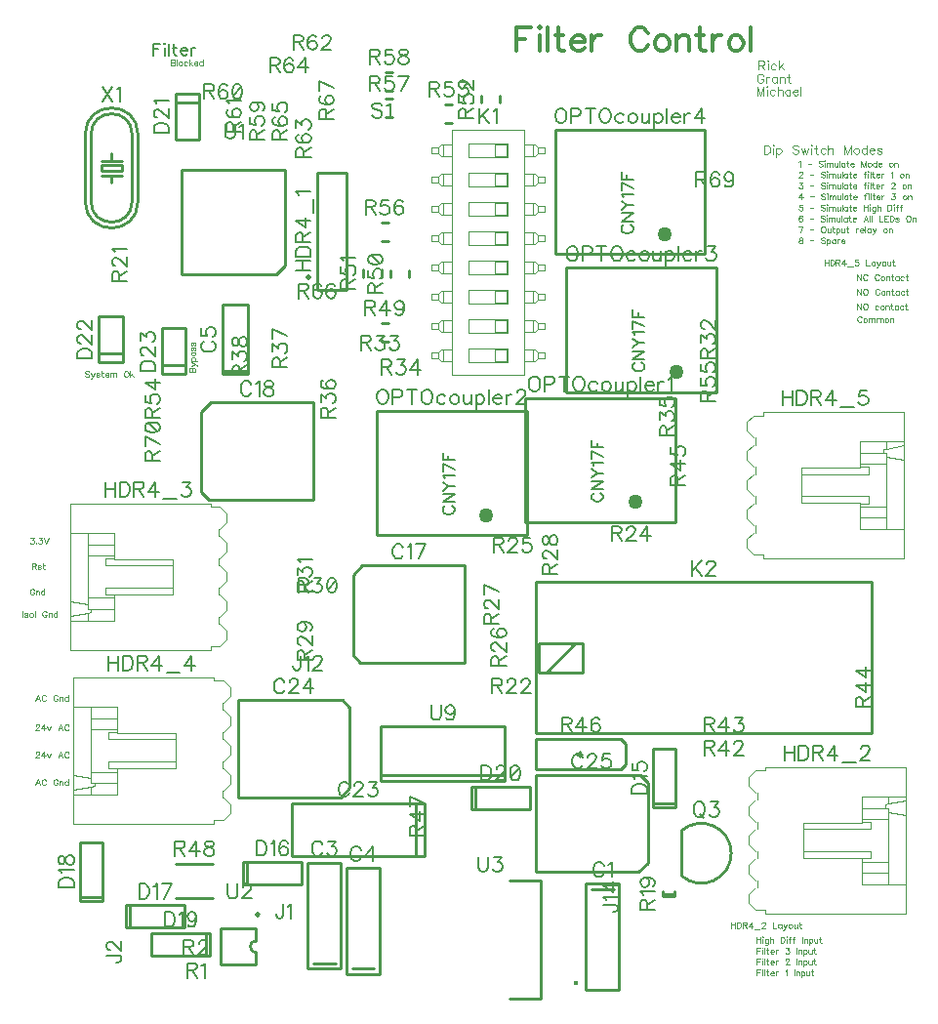
<source format=gbr>
G04 DipTrace 2.4.0.2*
%INTopSilk.gbr*%
%MOMM*%
%ADD10C,0.254*%
%ADD11C,0.076*%
%ADD23C,0.0*%
%ADD28C,1.271*%
%ADD37O,0.5X0.5*%
%ADD41O,0.392X0.391*%
%ADD111C,0.196*%
%ADD112C,0.157*%
%ADD113C,0.118*%
%ADD114C,0.314*%
%FSLAX53Y53*%
G04*
G71*
G90*
G75*
G01*
%LNTopSilk*%
%LPD*%
X66009Y26857D2*
D10*
X63151D1*
Y17650D1*
X66009D1*
Y26857D1*
X65533Y26381D2*
X63628D1*
X39018Y19483D2*
X41876D1*
Y28691D1*
X39018D1*
Y19483D1*
X39494Y19959D2*
X41399D1*
X42385Y19017D2*
X45242D1*
Y28224D1*
X42385D1*
Y19017D1*
X42861Y19493D2*
X44766D1*
X31602Y71037D2*
X33825D1*
Y77070D1*
X31602D1*
Y71037D1*
X31761Y71355D2*
X33666D1*
X52633Y46029D2*
Y54443D1*
X43743D2*
X52633D1*
X43584Y46029D2*
X52633D1*
X43584D2*
X42949Y46664D1*
Y53650D2*
X43743Y54443D1*
X42949Y46664D2*
Y53650D1*
X39455Y60159D2*
Y68573D1*
X30565D2*
X39455D1*
X30407Y60159D2*
X39455D1*
X30407D2*
X29771Y60795D1*
Y67780D2*
X30565Y68573D1*
X29771Y60795D2*
Y67780D1*
X49175Y29219D2*
X37586D1*
Y33822D1*
X49175D1*
Y29219D1*
X48381D2*
Y33822D1*
X32959Y42761D2*
Y34347D1*
X41849D2*
X32959D1*
X42008Y42761D2*
X32959D1*
X42008D2*
X42643Y42125D1*
Y35140D2*
X41849Y34347D1*
X42643Y42125D2*
Y35140D1*
X58805Y36261D2*
Y27847D1*
X67695D2*
X58805D1*
X67853Y36261D2*
X58805D1*
X67853D2*
X68489Y35625D1*
Y28640D2*
X67695Y27847D1*
X68489Y35625D2*
Y28640D1*
X68994Y33514D2*
X70899D1*
Y38594D1*
X68994D1*
Y33514D1*
Y33831D2*
X70899D1*
X33407Y28706D2*
X38487D1*
Y26801D1*
X33407D1*
Y28706D1*
X33724D2*
Y26801D1*
X23240Y24973D2*
X28320D1*
Y23068D1*
X23240D1*
Y24973D1*
X23558D2*
Y23068D1*
X19293Y25389D2*
X21198D1*
Y30469D1*
X19293D1*
Y25389D1*
Y25707D2*
X21198D1*
X30520Y20635D2*
X25440D1*
Y22540D1*
X30520D1*
Y20635D1*
X30203D2*
Y22540D1*
X53207Y35240D2*
X58287D1*
Y33335D1*
X53207D1*
Y35240D1*
X53524D2*
Y33335D1*
X29579Y95371D2*
X27515D1*
Y91403D1*
X29579D1*
Y95371D1*
X29420Y94578D2*
X27674D1*
X20880Y72067D2*
X22944D1*
Y76035D1*
X20880D1*
Y72067D1*
X21039Y72860D2*
X22785D1*
X26348Y71036D2*
X28412D1*
Y75005D1*
X26348D1*
Y71036D1*
X26507Y71830D2*
X28253D1*
X39843Y78374D2*
X42383D1*
X39843Y88534D2*
Y78374D1*
X42383Y88534D2*
Y78374D1*
X39843Y88534D2*
X42383D1*
X77973Y27136D2*
D23*
Y26501D1*
X81974Y32152D2*
Y29104D1*
X90863Y32787D2*
Y34057D1*
Y26818D2*
Y32787D1*
Y24278D2*
Y26818D1*
Y34438D2*
Y36978D1*
Y34057D2*
Y34438D1*
X87053Y28774D2*
X89340D1*
X87053Y32482D2*
X89340D1*
X90863Y36978D2*
X78671D1*
Y24278D2*
X90863D1*
X78671Y24596D2*
Y24278D1*
X77859Y24596D2*
X78671D1*
X77274Y25180D2*
X77859Y24596D1*
X77274Y36076D2*
Y35340D1*
Y33536D2*
Y32800D1*
Y30996D2*
Y30260D1*
Y25916D2*
Y25180D1*
Y28456D2*
Y27720D1*
Y25916D2*
X77859Y26501D1*
X87053Y26818D2*
Y27834D1*
Y29104D2*
Y27834D1*
Y29104D2*
X81974D1*
X87053Y32152D2*
X81974D1*
X87053Y33422D2*
Y32152D1*
Y33422D2*
Y34438D1*
X78671Y36978D2*
Y36661D1*
X77859D1*
X77274Y36076D1*
X77859Y34756D2*
X77274Y35340D1*
Y33536D2*
X77859Y34121D1*
Y32216D2*
X77274Y32800D1*
Y30996D2*
X77859Y31581D1*
Y29676D2*
X77274Y30260D1*
Y28456D2*
X77859Y29041D1*
Y27136D2*
X77274Y27720D1*
X81974Y29676D2*
X87815D1*
X87053Y29041D2*
X87815D1*
Y29676D2*
Y29041D1*
X77973Y29676D2*
Y29041D1*
X87053Y32216D2*
X87815D1*
X81974Y31581D2*
X87815D1*
Y32216D2*
Y31581D1*
X77973Y32216D2*
Y31581D1*
Y34121D2*
Y34756D1*
X87053Y34438D2*
X89340D1*
X90863D1*
X87053Y27834D2*
X89340D1*
X87053Y26818D2*
X89340D1*
Y27834D1*
Y33788D2*
X89063Y33740D1*
X89340Y33788D2*
Y34438D1*
X87053Y33422D2*
X89063D1*
Y33740D2*
Y33422D1*
X89340D2*
X89063D1*
X89340Y33056D2*
Y33422D1*
Y27834D2*
Y33056D1*
X90863Y32787D1*
X89340Y33788D2*
X90863Y34057D1*
X89340Y26818D2*
X90863D1*
X31263Y56984D2*
Y57619D1*
X27263Y51967D2*
Y55015D1*
X18373Y51332D2*
Y50062D1*
Y57301D2*
Y51332D1*
Y59841D2*
Y57301D1*
Y49681D2*
Y47141D1*
Y50062D2*
Y49681D1*
X22183Y55345D2*
X19896D1*
X22183Y51637D2*
X19896D1*
X18373Y47141D2*
X30565D1*
Y59841D2*
X18373D1*
X30565Y59524D2*
Y59841D1*
X31377Y59524D2*
X30565D1*
X31962Y58940D2*
X31377Y59524D1*
X31962Y48043D2*
Y48780D1*
Y50583D2*
Y51320D1*
Y53123D2*
Y53860D1*
Y58203D2*
Y58940D1*
Y55663D2*
Y56400D1*
Y58203D2*
X31377Y57619D1*
X22183Y57301D2*
Y56285D1*
Y55015D2*
Y56285D1*
Y55015D2*
X27263D1*
X22183Y51967D2*
X27263D1*
X22183Y50697D2*
Y51967D1*
Y50697D2*
Y49681D1*
X30565Y47141D2*
Y47459D1*
X31377D1*
X31962Y48043D1*
X31377Y49364D2*
X31962Y48780D1*
Y50583D2*
X31377Y49999D1*
Y51904D2*
X31962Y51320D1*
Y53123D2*
X31377Y52539D1*
Y54444D2*
X31962Y53860D1*
Y55663D2*
X31377Y55079D1*
Y56984D2*
X31962Y56400D1*
X27263Y54444D2*
X21421D1*
X22183Y55079D2*
X21421D1*
Y54444D2*
Y55079D1*
X31263Y54444D2*
Y55079D1*
X22183Y51904D2*
X21421D1*
X27263Y52539D2*
X21421D1*
Y51904D2*
Y52539D1*
X31263Y51904D2*
Y52539D1*
Y49999D2*
Y49364D1*
X22183Y49681D2*
X19896D1*
X18373D1*
X22183Y56285D2*
X19896D1*
X22183Y57301D2*
X19896D1*
Y56285D1*
Y50332D2*
X20173Y50380D1*
X19896Y50332D2*
Y49681D1*
X22183Y50697D2*
X20173D1*
Y50380D2*
Y50697D1*
X19896D2*
X20173D1*
X19896Y51063D2*
Y50697D1*
Y56285D2*
Y51063D1*
X18373Y51332D1*
X19896Y50332D2*
X18373Y50062D1*
X19896Y57301D2*
X18373D1*
X31581Y41901D2*
Y42536D1*
X27580Y36884D2*
Y39932D1*
X18690Y36249D2*
Y34979D1*
Y42218D2*
Y36249D1*
Y44758D2*
Y42218D1*
Y34598D2*
Y32058D1*
Y34979D2*
Y34598D1*
X22501Y40263D2*
X20213D1*
X22501Y36554D2*
X20213D1*
X18690Y32058D2*
X30882D1*
Y44758D2*
X18690D1*
X30882Y44441D2*
Y44758D1*
X31695Y44441D2*
X30882D1*
X32279Y43857D2*
X31695Y44441D1*
X32279Y32960D2*
Y33697D1*
Y35500D2*
Y36237D1*
Y38040D2*
Y38777D1*
Y43120D2*
Y43857D1*
Y40580D2*
Y41317D1*
Y43120D2*
X31695Y42536D1*
X22501Y42218D2*
Y41202D1*
Y39932D2*
Y41202D1*
Y39932D2*
X27580D1*
X22501Y36884D2*
X27580D1*
X22501Y35614D2*
Y36884D1*
Y35614D2*
Y34598D1*
X30882Y32058D2*
Y32376D1*
X31695D1*
X32279Y32960D1*
X31695Y34281D2*
X32279Y33697D1*
Y35500D2*
X31695Y34916D1*
Y36821D2*
X32279Y36237D1*
Y38040D2*
X31695Y37456D1*
Y39361D2*
X32279Y38777D1*
Y40580D2*
X31695Y39996D1*
Y41901D2*
X32279Y41317D1*
X27580Y39361D2*
X21738D1*
X22501Y39996D2*
X21738D1*
Y39361D2*
Y39996D1*
X31581Y39361D2*
Y39996D1*
X22501Y36821D2*
X21738D1*
X27580Y37456D2*
X21738D1*
Y36821D2*
Y37456D1*
X31581Y36821D2*
Y37456D1*
Y34916D2*
Y34281D1*
X22501Y34598D2*
X20213D1*
X18690D1*
X22501Y41202D2*
X20213D1*
X22501Y42218D2*
X20213D1*
Y41202D1*
Y35249D2*
X20491Y35297D1*
X20213Y35249D2*
Y34598D1*
X22501Y35614D2*
X20491D1*
Y35297D2*
Y35614D1*
X20213D2*
X20491D1*
X20213Y35980D2*
Y35614D1*
Y41202D2*
Y35980D1*
X18690Y36249D1*
X20213Y35249D2*
X18690Y34979D1*
X20213Y42218D2*
X18690D1*
X77815Y57936D2*
Y57301D1*
X81815Y62953D2*
Y59905D1*
X90705Y63588D2*
Y64858D1*
Y57619D2*
Y63588D1*
Y55079D2*
Y57619D1*
Y65239D2*
Y67779D1*
Y64858D2*
Y65239D1*
X86895Y59575D2*
X89182D1*
X86895Y63283D2*
X89182D1*
X90705Y67779D2*
X78513D1*
Y55079D2*
X90705D1*
X78513Y55396D2*
Y55079D1*
X77701Y55396D2*
X78513D1*
X77116Y55981D2*
X77701Y55396D1*
X77116Y66877D2*
Y66141D1*
Y64337D2*
Y63601D1*
Y61797D2*
Y61061D1*
Y56717D2*
Y55981D1*
Y59257D2*
Y58521D1*
Y56717D2*
X77701Y57301D1*
X86895Y57619D2*
Y58635D1*
Y59905D2*
Y58635D1*
Y59905D2*
X81815D1*
X86895Y62953D2*
X81815D1*
X86895Y64223D2*
Y62953D1*
Y64223D2*
Y65239D1*
X78513Y67779D2*
Y67461D1*
X77701D1*
X77116Y66877D1*
X77701Y65556D2*
X77116Y66141D1*
Y64337D2*
X77701Y64921D1*
Y63016D2*
X77116Y63601D1*
Y61797D2*
X77701Y62381D1*
Y60476D2*
X77116Y61061D1*
Y59257D2*
X77701Y59841D1*
Y57936D2*
X77116Y58521D1*
X81815Y60476D2*
X87657D1*
X86895Y59841D2*
X87657D1*
Y60476D2*
Y59841D1*
X77815Y60476D2*
Y59841D1*
X86895Y63016D2*
X87657D1*
X81815Y62381D2*
X87657D1*
Y63016D2*
Y62381D1*
X77815Y63016D2*
Y62381D1*
Y64921D2*
Y65556D1*
X86895Y65239D2*
X89182D1*
X90705D1*
X86895Y58635D2*
X89182D1*
X86895Y57619D2*
X89182D1*
Y58635D1*
Y64589D2*
X88905Y64540D1*
X89182Y64589D2*
Y65239D1*
X86895Y64223D2*
X88905D1*
Y64540D2*
Y64223D1*
X89182D2*
X88905D1*
X89182Y63857D2*
Y64223D1*
Y58635D2*
Y63857D1*
X90705Y63588D1*
X89182Y64589D2*
X90705Y64858D1*
X89182Y57619D2*
X90705D1*
X51547Y70957D2*
X57747D1*
X58558Y72197D2*
X57747D1*
X58741D2*
X58558D1*
X57747Y73198D2*
X58558D1*
Y72197D1*
X51547D2*
X50735D1*
Y73198D2*
X51547D1*
X50735D2*
Y72197D1*
X58558Y73198D2*
X58741D1*
X50552D2*
X50735D1*
X50552Y72197D2*
X50302Y72447D1*
X50735Y72197D2*
X50552D1*
X49747Y72947D2*
X50302D1*
X50552Y73198D1*
X58992Y72447D2*
X58741Y72197D1*
Y73198D2*
X58992Y72947D1*
X59547D1*
Y72447D2*
X58992D1*
X50302D2*
X49747D1*
Y72947D2*
Y72447D1*
X50302Y72947D2*
Y72447D1*
X58992Y72947D2*
Y72447D1*
X59547Y72947D2*
Y72447D1*
X58558Y74737D2*
X57747D1*
X58741D2*
X58558D1*
X57747Y75736D2*
X58558D1*
Y74737D1*
X51547D2*
X50735D1*
Y75736D2*
X51547D1*
X50735D2*
Y74737D1*
X58558Y75736D2*
X58741D1*
X50552D2*
X50735D1*
X50552Y74737D2*
X50302Y74988D1*
X50735Y74737D2*
X50552D1*
X49747Y75488D2*
X50302D1*
X50552Y75736D1*
X58992Y74988D2*
X58741Y74737D1*
Y75736D2*
X58992Y75488D1*
X59547D1*
Y74988D2*
X58992D1*
X50302D2*
X49747D1*
Y75488D2*
Y74988D1*
X50302Y75488D2*
Y74988D1*
X58992Y75488D2*
Y74988D1*
X59547Y75488D2*
Y74988D1*
X58558Y77278D2*
X57747D1*
X58741D2*
X58558D1*
X57747Y78277D2*
X58558D1*
Y77278D1*
X51547D2*
X50735D1*
Y78277D2*
X51547D1*
X50735D2*
Y77278D1*
X58558Y78277D2*
X58741D1*
X50552D2*
X50735D1*
X50552Y77278D2*
X50302Y77526D1*
X50735Y77278D2*
X50552D1*
X49747Y78026D2*
X50302D1*
X50552Y78277D1*
X58992Y77526D2*
X58741Y77278D1*
Y78277D2*
X58992Y78026D1*
X59547D1*
Y77526D2*
X58992D1*
X50302D2*
X49747D1*
Y78026D2*
Y77526D1*
X50302Y78026D2*
Y77526D1*
X58992Y78026D2*
Y77526D1*
X59547Y78026D2*
Y77526D1*
X58558Y79816D2*
X57747D1*
X58741D2*
X58558D1*
X57747Y80817D2*
X58558D1*
Y79816D1*
X51547D2*
X50735D1*
Y80817D2*
X51547D1*
X50735D2*
Y79816D1*
X58558Y80817D2*
X58741D1*
X50552D2*
X50735D1*
X50552Y79816D2*
X50302Y80067D1*
X50735Y79816D2*
X50552D1*
X49747Y80567D2*
X50302D1*
X50552Y80817D1*
X58992Y80067D2*
X58741Y79816D1*
Y80817D2*
X58992Y80567D1*
X59547D1*
Y80067D2*
X58992D1*
X50302D2*
X49747D1*
Y80567D2*
Y80067D1*
X50302Y80567D2*
Y80067D1*
X58992Y80567D2*
Y80067D1*
X59547Y80567D2*
Y80067D1*
X58558Y82357D2*
X57747D1*
X58741D2*
X58558D1*
X57747Y83358D2*
X58558D1*
Y82357D1*
X51547D2*
X50735D1*
Y83358D2*
X51547D1*
X50735D2*
Y82357D1*
X58558Y83358D2*
X58741D1*
X50552D2*
X50735D1*
X50552Y82357D2*
X50302Y82608D1*
X50735Y82357D2*
X50552D1*
X49747Y83107D2*
X50302D1*
X50552Y83358D1*
X58992Y82608D2*
X58741Y82357D1*
Y83358D2*
X58992Y83107D1*
X59547D1*
Y82608D2*
X58992D1*
X50302D2*
X49747D1*
Y83107D2*
Y82608D1*
X50302Y83107D2*
Y82608D1*
X58992Y83107D2*
Y82608D1*
X59547Y83107D2*
Y82608D1*
X58558Y84897D2*
X57747D1*
X58741D2*
X58558D1*
X57747Y85896D2*
X58558D1*
Y84897D1*
X51547D2*
X50735D1*
Y85896D2*
X51547D1*
X50735D2*
Y84897D1*
X58558Y85896D2*
X58741D1*
X50552D2*
X50735D1*
X50552Y84897D2*
X50302Y85148D1*
X50735Y84897D2*
X50552D1*
X49747Y85648D2*
X50302D1*
X50552Y85896D1*
X58992Y85148D2*
X58741Y84897D1*
Y85896D2*
X58992Y85648D1*
X59547D1*
Y85148D2*
X58992D1*
X50302D2*
X49747D1*
Y85648D2*
Y85148D1*
X50302Y85648D2*
Y85148D1*
X58992Y85648D2*
Y85148D1*
X59547Y85648D2*
Y85148D1*
X58558Y87438D2*
X57747D1*
X58741D2*
X58558D1*
X57747Y88437D2*
X58558D1*
Y87438D1*
X51547D2*
X50735D1*
Y88437D2*
X51547D1*
X50735D2*
Y87438D1*
X58558Y88437D2*
X58741D1*
X50552D2*
X50735D1*
X50552Y87438D2*
X50302Y87687D1*
X50735Y87438D2*
X50552D1*
X49747Y88186D2*
X50302D1*
X50552Y88437D1*
X58992Y87687D2*
X58741Y87438D1*
Y88437D2*
X58992Y88186D1*
X59547D1*
Y87687D2*
X58992D1*
X50302D2*
X49747D1*
Y88186D2*
Y87687D1*
X50302Y88186D2*
Y87687D1*
X58992Y88186D2*
Y87687D1*
X59547Y88186D2*
Y87687D1*
X58558Y89976D2*
X57747D1*
X58741D2*
X58558D1*
X57747Y90978D2*
X58558D1*
Y89976D1*
X51547D2*
X50735D1*
Y90978D2*
X51547D1*
X50735D2*
Y89976D1*
X58558Y90978D2*
X58741D1*
X50552D2*
X50735D1*
X50552Y89976D2*
X50302Y90227D1*
X50735Y89976D2*
X50552D1*
X49747Y90727D2*
X50302D1*
X50552Y90978D1*
X58992Y90227D2*
X58741Y89976D1*
Y90978D2*
X58992Y90727D1*
X59547D1*
Y90227D2*
X58992D1*
X50302D2*
X49747D1*
Y90727D2*
Y90227D1*
X50302Y90727D2*
Y90227D1*
X58992Y90727D2*
Y90227D1*
X59547Y90727D2*
Y90227D1*
X55247Y72197D2*
X56246D1*
Y73198D2*
Y72197D1*
X55247D2*
Y73198D1*
X56246D1*
X55247Y74737D2*
X56246D1*
Y75736D2*
Y74737D1*
X55247D2*
Y75736D1*
X56246D1*
X55247Y77278D2*
X56246D1*
Y78277D2*
Y77278D1*
X55247D2*
Y78277D1*
X56246D1*
X55247Y79816D2*
X56246D1*
Y80817D2*
Y79816D1*
X55247D2*
Y80817D1*
X56246D1*
X55247Y82357D2*
X56246D1*
Y83358D2*
Y82357D1*
X55247D2*
Y83358D1*
X56246D1*
X55247Y84897D2*
X56246D1*
Y85896D2*
Y84897D1*
X55247D2*
Y85896D1*
X56246D1*
X55247Y87438D2*
X56246D1*
Y88437D2*
Y87438D1*
X55247D2*
Y88437D1*
X56246D1*
X55247Y89976D2*
X56246D1*
Y90978D2*
Y89976D1*
X55247D2*
Y90978D1*
X56246D1*
X52947Y72097D2*
Y73298D1*
X56346D1*
Y72097D1*
X52947D1*
Y74637D2*
Y75836D1*
X56346D1*
Y74637D1*
X52947D1*
Y77178D2*
Y78377D1*
X56346D1*
Y77178D1*
X52947D1*
Y79716D2*
Y80917D1*
X56346D1*
Y79716D1*
X52947D1*
Y82257D2*
Y83458D1*
X56346D1*
Y82257D1*
X52947D1*
Y84797D2*
Y85996D1*
X56346D1*
Y84797D1*
X52947D1*
Y87338D2*
Y88537D1*
X56346D1*
Y87338D1*
X52947D1*
Y89876D2*
Y91078D1*
X56346D1*
Y89876D1*
X52947D1*
X51547Y70957D2*
Y92217D1*
X57747D2*
Y70957D1*
X51547Y92217D2*
X57747D1*
X58803Y39913D2*
D10*
X87890D1*
Y52994D2*
Y39913D1*
Y52994D2*
X58803D1*
Y39913D2*
Y52994D1*
X62844Y47711D2*
Y45197D1*
X59083D2*
Y47711D1*
X60962D1*
X62207D1*
X59723Y45197D2*
X59083D1*
X62207Y47711D2*
X59723Y45197D1*
X62207Y47711D2*
X62844D1*
Y45197D2*
X60962D1*
X59723D1*
X57871Y58190D2*
X70889D1*
Y68985D1*
X57871D1*
Y58190D1*
D28*
X67396Y59936D3*
X44973Y57072D2*
D10*
X57991D1*
Y67867D1*
X44973D1*
Y57072D1*
D28*
X54498Y58818D3*
X61438Y69490D2*
D10*
X74456D1*
Y80285D1*
X61438D1*
Y69490D1*
D28*
X70963Y71236D3*
X60463Y81447D2*
D10*
X73481D1*
Y92242D1*
X60463D1*
Y81447D1*
D28*
X69988Y83193D3*
X71421Y27538D2*
D10*
G03X71417Y31429I1722J1948D01*
G01*
X71434Y31433D2*
Y27533D1*
X69813Y25786D2*
Y26188D1*
X70814Y25786D2*
Y26188D1*
Y25786D2*
X69813D1*
X70814Y25978D2*
X69813D1*
X66161Y39412D2*
X66613Y38962D1*
Y37213D2*
Y38962D1*
X58813Y39412D2*
X66161D1*
X58813Y36762D2*
X66161D1*
X58813D2*
Y39412D1*
X66161Y36762D2*
X66613Y37213D1*
X62565Y37888D2*
Y38286D1*
X62362Y38087D2*
X62760D1*
X27582Y28588D2*
X30779D1*
X27582Y25586D2*
X30779D1*
X45979Y75453D2*
X45381D1*
X45979Y73855D2*
X45381D1*
X47779Y79455D2*
Y80053D1*
X46181Y79455D2*
Y80053D1*
X45446Y79488D2*
Y80086D1*
X43848Y79488D2*
Y80086D1*
X55679Y94621D2*
Y95220D1*
X54081Y94621D2*
Y95220D1*
X50948Y92821D2*
X51546D1*
X50948Y94420D2*
X51546D1*
X45979Y84186D2*
X45381D1*
X45979Y82588D2*
X45381D1*
X46379Y94920D2*
X45781D1*
X46379Y93321D2*
X45781D1*
X46379Y97253D2*
X45781D1*
X46379Y95655D2*
X45781D1*
X37064Y80470D2*
Y88720D1*
X28063D1*
Y79721D2*
Y88720D1*
X36313Y79721D2*
X28063D1*
X37064Y80470D2*
X36313Y79721D1*
D37*
X39064Y79471D3*
X34537Y24159D2*
D10*
G02X34537Y24159I126J0D01*
G01*
Y21905D2*
G03X34537Y20869I3J-518D01*
G01*
Y22935D2*
Y21905D1*
Y20869D2*
Y19839D1*
X31438Y22935D2*
Y19839D1*
X34537Y22935D2*
X31438D1*
X34537Y19839D2*
X31438D1*
X59248Y16921D2*
Y27120D1*
Y16921D2*
X56547D1*
X59248Y27120D2*
X56547D1*
D41*
X62265Y18244D3*
X56074Y36269D2*
D10*
X45374D1*
X56074Y35770D2*
X45374D1*
X56074Y40470D2*
X45374D1*
X56074D2*
Y35770D1*
X45374Y40470D2*
Y35770D1*
X24278Y86006D2*
Y91848D1*
X19706Y86006D2*
Y91848D1*
X23770Y86006D2*
Y91848D1*
X20213D2*
Y86006D1*
Y91848D2*
G02X23770Y91848I1778J0D01*
G01*
X19706D2*
G02X24278Y91848I2286J0D01*
G01*
X19706Y86006D2*
G03X24278Y86006I2286J0D01*
G01*
X20213D2*
G03X23770Y86006I1778J0D01*
G01*
X21103Y88673D2*
Y89181D1*
X22880D1*
Y88673D1*
X21103D1*
Y89563D2*
X21992D1*
X22880D1*
X21103Y88292D2*
X21992D1*
X22880D1*
X21992Y89563D2*
Y90198D1*
Y88292D2*
Y87657D1*
X64687Y28414D2*
D111*
X64627Y28535D1*
X64505Y28657D1*
X64384Y28717D1*
X64141D1*
X64019Y28657D1*
X63898Y28535D1*
X63837Y28414D1*
X63776Y28232D1*
Y27927D1*
X63837Y27746D1*
X63898Y27624D1*
X64019Y27503D1*
X64141Y27441D1*
X64384D1*
X64505Y27503D1*
X64627Y27624D1*
X64687Y27746D1*
X65079Y28473D2*
X65202Y28535D1*
X65384Y28716D1*
Y27441D1*
X40281Y30247D2*
X40221Y30368D1*
X40098Y30490D1*
X39978Y30551D1*
X39735D1*
X39613Y30490D1*
X39492Y30368D1*
X39430Y30247D1*
X39370Y30065D1*
Y29760D1*
X39430Y29579D1*
X39492Y29457D1*
X39613Y29336D1*
X39735Y29275D1*
X39978D1*
X40098Y29336D1*
X40221Y29457D1*
X40281Y29579D1*
X40795Y30549D2*
X41462D1*
X41098Y30064D1*
X41281D1*
X41402Y30003D1*
X41462Y29943D1*
X41524Y29760D1*
Y29640D1*
X41462Y29457D1*
X41341Y29335D1*
X41159Y29275D1*
X40976D1*
X40795Y29335D1*
X40735Y29397D1*
X40673Y29517D1*
X43617Y29781D2*
X43557Y29902D1*
X43435Y30024D1*
X43314Y30084D1*
X43071D1*
X42949Y30024D1*
X42828Y29902D1*
X42767Y29781D1*
X42706Y29598D1*
Y29294D1*
X42767Y29113D1*
X42828Y28990D1*
X42949Y28870D1*
X43071Y28808D1*
X43314D1*
X43435Y28870D1*
X43557Y28990D1*
X43617Y29113D1*
X44617Y28808D2*
Y30083D1*
X44010Y29233D1*
X44921D1*
X30046Y73888D2*
X29925Y73827D1*
X29803Y73705D1*
X29742Y73585D1*
Y73342D1*
X29803Y73220D1*
X29925Y73099D1*
X30046Y73037D1*
X30228Y72977D1*
X30533D1*
X30714Y73037D1*
X30836Y73099D1*
X30957Y73220D1*
X31018Y73342D1*
Y73585D1*
X30957Y73705D1*
X30836Y73827D1*
X30714Y73888D1*
X29744Y75009D2*
Y74402D1*
X30290Y74342D1*
X30229Y74402D1*
X30168Y74585D1*
Y74766D1*
X30229Y74948D1*
X30350Y75070D1*
X30533Y75131D1*
X30653D1*
X30836Y75070D1*
X30958Y74948D1*
X31018Y74766D1*
Y74585D1*
X30958Y74402D1*
X30896Y74342D1*
X30776Y74280D1*
X47276Y56000D2*
X47216Y56120D1*
X47094Y56243D1*
X46973Y56303D1*
X46730D1*
X46608Y56243D1*
X46488Y56120D1*
X46426Y56000D1*
X46365Y55817D1*
Y55513D1*
X46426Y55331D1*
X46488Y55209D1*
X46608Y55089D1*
X46730Y55027D1*
X46973D1*
X47094Y55089D1*
X47216Y55209D1*
X47276Y55331D1*
X47669Y56059D2*
X47791Y56120D1*
X47973Y56301D1*
Y55027D1*
X48608D2*
X49216Y56301D1*
X48365D1*
X34100Y70130D2*
X34039Y70251D1*
X33917Y70373D1*
X33796Y70433D1*
X33553D1*
X33431Y70373D1*
X33311Y70251D1*
X33249Y70130D1*
X33188Y69947D1*
Y69643D1*
X33249Y69462D1*
X33311Y69340D1*
X33431Y69219D1*
X33553Y69157D1*
X33796D1*
X33917Y69219D1*
X34039Y69340D1*
X34100Y69462D1*
X34492Y70189D2*
X34614Y70251D1*
X34796Y70432D1*
Y69157D1*
X35492Y70432D2*
X35311Y70371D1*
X35249Y70251D1*
Y70128D1*
X35311Y70008D1*
X35431Y69946D1*
X35674Y69886D1*
X35857Y69825D1*
X35977Y69703D1*
X36038Y69582D1*
Y69400D1*
X35977Y69279D1*
X35917Y69217D1*
X35735Y69157D1*
X35492D1*
X35311Y69217D1*
X35249Y69279D1*
X35188Y69400D1*
Y69582D1*
X35249Y69703D1*
X35371Y69825D1*
X35552Y69886D1*
X35795Y69946D1*
X35917Y70008D1*
X35977Y70128D1*
Y70251D1*
X35917Y70371D1*
X35735Y70432D1*
X35492D1*
X42593Y35379D2*
X42532Y35500D1*
X42410Y35622D1*
X42290Y35682D1*
X42047D1*
X41925Y35622D1*
X41804Y35500D1*
X41742Y35379D1*
X41682Y35196D1*
Y34892D1*
X41742Y34711D1*
X41804Y34589D1*
X41925Y34468D1*
X42047Y34406D1*
X42290D1*
X42410Y34468D1*
X42532Y34589D1*
X42593Y34711D1*
X43047Y35378D2*
Y35438D1*
X43107Y35560D1*
X43167Y35620D1*
X43290Y35681D1*
X43532D1*
X43653Y35620D1*
X43714Y35560D1*
X43775Y35438D1*
Y35317D1*
X43714Y35195D1*
X43593Y35014D1*
X42985Y34406D1*
X43836D1*
X44350Y35681D2*
X45017D1*
X44653Y35195D1*
X44836D1*
X44956Y35135D1*
X45017Y35074D1*
X45079Y34892D1*
Y34771D1*
X45017Y34589D1*
X44896Y34466D1*
X44714Y34406D1*
X44531D1*
X44350Y34466D1*
X44290Y34528D1*
X44228Y34649D1*
X36984Y44317D2*
X36923Y44438D1*
X36801Y44560D1*
X36681Y44620D1*
X36438D1*
X36316Y44560D1*
X36195Y44438D1*
X36133Y44317D1*
X36073Y44135D1*
Y43830D1*
X36133Y43649D1*
X36195Y43527D1*
X36316Y43406D1*
X36438Y43344D1*
X36681D1*
X36801Y43406D1*
X36923Y43527D1*
X36984Y43649D1*
X37438Y44316D2*
Y44376D1*
X37498Y44498D1*
X37558Y44559D1*
X37681Y44619D1*
X37923D1*
X38044Y44559D1*
X38105Y44498D1*
X38166Y44376D1*
Y44255D1*
X38105Y44133D1*
X37984Y43952D1*
X37376Y43344D1*
X38227D1*
X39227D2*
Y44619D1*
X38619Y43770D1*
X39530D1*
X62859Y37817D2*
X62799Y37938D1*
X62677Y38060D1*
X62556Y38120D1*
X62313D1*
X62191Y38060D1*
X62070Y37938D1*
X62009Y37817D1*
X61948Y37635D1*
Y37330D1*
X62009Y37149D1*
X62070Y37027D1*
X62191Y36906D1*
X62313Y36844D1*
X62556D1*
X62677Y36906D1*
X62799Y37027D1*
X62859Y37149D1*
X63313Y37816D2*
Y37876D1*
X63374Y37998D1*
X63434Y38059D1*
X63556Y38119D1*
X63799D1*
X63920Y38059D1*
X63980Y37998D1*
X64042Y37876D1*
Y37755D1*
X63980Y37633D1*
X63859Y37452D1*
X63252Y36844D1*
X64102D1*
X65223Y38119D2*
X64617D1*
X64556Y37573D1*
X64617Y37633D1*
X64799Y37695D1*
X64980D1*
X65163Y37633D1*
X65285Y37513D1*
X65345Y37330D1*
Y37209D1*
X65285Y37027D1*
X65163Y36905D1*
X64980Y36844D1*
X64799D1*
X64617Y36905D1*
X64556Y36967D1*
X64495Y37087D1*
X67134Y34659D2*
X68411D1*
Y35084D1*
X68349Y35266D1*
X68228Y35389D1*
X68106Y35449D1*
X67925Y35509D1*
X67620D1*
X67438Y35449D1*
X67317Y35389D1*
X67195Y35266D1*
X67134Y35084D1*
Y34659D1*
X67379Y35901D2*
X67317Y36024D1*
X67136Y36206D1*
X68411D1*
X67136Y37327D2*
Y36720D1*
X67682Y36660D1*
X67622Y36720D1*
X67560Y36903D1*
Y37084D1*
X67622Y37266D1*
X67742Y37389D1*
X67925Y37449D1*
X68046D1*
X68228Y37389D1*
X68350Y37266D1*
X68411Y37084D1*
Y36903D1*
X68350Y36720D1*
X68288Y36660D1*
X68168Y36598D1*
X34582Y30566D2*
Y29290D1*
X35008D1*
X35190Y29352D1*
X35312Y29473D1*
X35373Y29595D1*
X35433Y29776D1*
Y30080D1*
X35373Y30263D1*
X35312Y30384D1*
X35190Y30506D1*
X35008Y30566D1*
X34582D1*
X35825Y30322D2*
X35948Y30384D1*
X36130Y30565D1*
Y29290D1*
X37251Y30384D2*
X37190Y30504D1*
X37008Y30565D1*
X36887D1*
X36705Y30504D1*
X36583Y30322D1*
X36522Y30019D1*
Y29715D1*
X36583Y29473D1*
X36705Y29350D1*
X36887Y29290D1*
X36948D1*
X37129Y29350D1*
X37251Y29473D1*
X37311Y29655D1*
Y29715D1*
X37251Y29898D1*
X37129Y30019D1*
X36948Y30079D1*
X36887D1*
X36705Y30019D1*
X36583Y29898D1*
X36522Y29715D1*
X24385Y26833D2*
Y25557D1*
X24810D1*
X24993Y25618D1*
X25115Y25739D1*
X25175Y25861D1*
X25236Y26042D1*
Y26347D1*
X25175Y26530D1*
X25115Y26650D1*
X24993Y26772D1*
X24810Y26833D1*
X24385D1*
X25628Y26588D2*
X25750Y26650D1*
X25932Y26831D1*
Y25557D1*
X26567D2*
X27175Y26831D1*
X26325D1*
X17433Y26535D2*
X18709D1*
Y26960D1*
X18647Y27143D1*
X18526Y27265D1*
X18404Y27325D1*
X18223Y27385D1*
X17918D1*
X17736Y27325D1*
X17615Y27265D1*
X17493Y27143D1*
X17433Y26960D1*
Y26535D1*
X17677Y27778D2*
X17615Y27900D1*
X17434Y28082D1*
X18709D1*
X17434Y28778D2*
X17494Y28597D1*
X17615Y28535D1*
X17737D1*
X17858Y28597D1*
X17920Y28717D1*
X17980Y28960D1*
X18041Y29143D1*
X18163Y29263D1*
X18283Y29324D1*
X18466D1*
X18587Y29263D1*
X18648Y29203D1*
X18709Y29021D1*
Y28778D1*
X18648Y28597D1*
X18587Y28535D1*
X18466Y28474D1*
X18283D1*
X18163Y28535D1*
X18041Y28657D1*
X17980Y28838D1*
X17920Y29081D1*
X17858Y29203D1*
X17737Y29263D1*
X17615D1*
X17494Y29203D1*
X17434Y29021D1*
Y28778D1*
X26615Y24399D2*
Y23123D1*
X27040D1*
X27223Y23185D1*
X27345Y23306D1*
X27405Y23428D1*
X27466Y23609D1*
Y23914D1*
X27405Y24096D1*
X27345Y24217D1*
X27223Y24339D1*
X27040Y24399D1*
X26615D1*
X27858Y24155D2*
X27980Y24217D1*
X28163Y24398D1*
Y23123D1*
X29345Y23974D2*
X29283Y23792D1*
X29163Y23669D1*
X28980Y23609D1*
X28920D1*
X28737Y23669D1*
X28617Y23792D1*
X28555Y23974D1*
Y24034D1*
X28617Y24217D1*
X28737Y24338D1*
X28920Y24398D1*
X28980D1*
X29163Y24338D1*
X29283Y24217D1*
X29345Y23974D1*
Y23669D1*
X29283Y23366D1*
X29163Y23184D1*
X28980Y23123D1*
X28859D1*
X28677Y23184D1*
X28617Y23306D1*
X54079Y37099D2*
Y35823D1*
X54504D1*
X54686Y35885D1*
X54809Y36006D1*
X54869Y36128D1*
X54929Y36309D1*
Y36614D1*
X54869Y36796D1*
X54809Y36917D1*
X54686Y37039D1*
X54504Y37099D1*
X54079D1*
X55383Y36795D2*
Y36855D1*
X55444Y36977D1*
X55504Y37038D1*
X55626Y37098D1*
X55869D1*
X55990Y37038D1*
X56050Y36977D1*
X56112Y36855D1*
Y36734D1*
X56050Y36612D1*
X55929Y36431D1*
X55321Y35823D1*
X56172D1*
X56929Y37098D2*
X56747Y37038D1*
X56625Y36855D1*
X56564Y36552D1*
Y36369D1*
X56625Y36066D1*
X56747Y35884D1*
X56929Y35823D1*
X57050D1*
X57233Y35884D1*
X57353Y36066D1*
X57415Y36369D1*
Y36552D1*
X57353Y36855D1*
X57233Y37038D1*
X57050Y37098D1*
X56929D1*
X57353Y36855D2*
X56625Y36066D1*
X25655Y91992D2*
X26931D1*
Y92417D1*
X26869Y92600D1*
X26749Y92722D1*
X26627Y92782D1*
X26445Y92843D1*
X26141D1*
X25958Y92782D1*
X25838Y92722D1*
X25715Y92600D1*
X25655Y92417D1*
Y91992D1*
X25960Y93297D2*
X25899D1*
X25777Y93357D1*
X25717Y93417D1*
X25656Y93539D1*
Y93782D1*
X25717Y93903D1*
X25777Y93963D1*
X25899Y94025D1*
X26020D1*
X26142Y93963D1*
X26323Y93843D1*
X26931Y93235D1*
Y94085D1*
X25899Y94478D2*
X25838Y94600D1*
X25656Y94782D1*
X26931D1*
X19020Y72383D2*
X20296D1*
Y72808D1*
X20235Y72991D1*
X20114Y73113D1*
X19992Y73173D1*
X19811Y73234D1*
X19506D1*
X19324Y73173D1*
X19203Y73113D1*
X19081Y72991D1*
X19020Y72808D1*
Y72383D1*
X19325Y73688D2*
X19265D1*
X19142Y73748D1*
X19082Y73808D1*
X19022Y73930D1*
Y74173D1*
X19082Y74294D1*
X19142Y74354D1*
X19265Y74416D1*
X19385D1*
X19507Y74354D1*
X19689Y74234D1*
X20296Y73626D1*
Y74476D1*
X19325Y74930D2*
X19265D1*
X19142Y74991D1*
X19082Y75051D1*
X19022Y75173D1*
Y75416D1*
X19082Y75537D1*
X19142Y75597D1*
X19265Y75659D1*
X19385D1*
X19507Y75597D1*
X19689Y75476D1*
X20296Y74869D1*
Y75719D1*
X24488Y71352D2*
X25764D1*
Y71778D1*
X25703Y71960D1*
X25582Y72082D1*
X25460Y72143D1*
X25279Y72203D1*
X24974D1*
X24792Y72143D1*
X24671Y72082D1*
X24549Y71960D1*
X24488Y71778D1*
Y71352D1*
X24793Y72657D2*
X24733D1*
X24611Y72717D1*
X24550Y72778D1*
X24490Y72900D1*
Y73143D1*
X24550Y73263D1*
X24611Y73324D1*
X24733Y73385D1*
X24853D1*
X24976Y73324D1*
X25157Y73203D1*
X25764Y72595D1*
Y73446D1*
X24490Y73960D2*
Y74627D1*
X24976Y74263D1*
Y74446D1*
X25036Y74567D1*
X25096Y74627D1*
X25279Y74689D1*
X25399D1*
X25582Y74627D1*
X25704Y74506D1*
X25764Y74324D1*
Y74141D1*
X25704Y73960D1*
X25642Y73900D1*
X25522Y73838D1*
X37984Y80012D2*
X39260D1*
X37984Y80863D2*
X39260D1*
X38591Y80012D2*
Y80863D1*
X37984Y81255D2*
X39260D1*
Y81681D1*
X39198Y81863D1*
X39077Y81985D1*
X38955Y82046D1*
X38774Y82106D1*
X38469D1*
X38287Y82046D1*
X38166Y81985D1*
X38044Y81863D1*
X37984Y81681D1*
Y81255D1*
X38591Y82498D2*
Y83044D1*
X38530Y83227D1*
X38469Y83289D1*
X38349Y83349D1*
X38226D1*
X38106Y83289D1*
X38044Y83227D1*
X37984Y83044D1*
Y82498D1*
X39260D1*
X38591Y82924D2*
X39260Y83349D1*
Y84349D2*
X37985D1*
X38834Y83741D1*
Y84652D1*
X39470Y85044D2*
Y86198D1*
X38228Y86590D2*
X38166Y86713D1*
X37985Y86895D1*
X39260D1*
X80355Y38838D2*
Y37562D1*
X81205Y38838D2*
Y37562D1*
X80355Y38230D2*
X81205D1*
X81597Y38838D2*
Y37562D1*
X82023D1*
X82205Y37624D1*
X82327Y37744D1*
X82388Y37866D1*
X82448Y38048D1*
Y38352D1*
X82388Y38535D1*
X82327Y38655D1*
X82205Y38778D1*
X82023Y38838D1*
X81597D1*
X82840Y38230D2*
X83386D1*
X83569Y38292D1*
X83631Y38352D1*
X83691Y38473D1*
Y38595D1*
X83631Y38716D1*
X83569Y38778D1*
X83386Y38838D1*
X82840D1*
Y37562D1*
X83266Y38230D2*
X83691Y37562D1*
X84691D2*
Y38837D1*
X84083Y37987D1*
X84994D1*
X85387Y37351D2*
X86540D1*
X86994Y38533D2*
Y38594D1*
X87055Y38716D1*
X87115Y38776D1*
X87237Y38837D1*
X87480D1*
X87601Y38776D1*
X87661Y38716D1*
X87723Y38594D1*
Y38473D1*
X87661Y38351D1*
X87540Y38170D1*
X86933Y37562D1*
X87783D1*
X21453Y61701D2*
Y60425D1*
X22303Y61701D2*
Y60425D1*
X21453Y61093D2*
X22303D1*
X22696Y61701D2*
Y60425D1*
X23121D1*
X23304Y60487D1*
X23426Y60608D1*
X23486Y60730D1*
X23546Y60911D1*
Y61215D1*
X23486Y61398D1*
X23426Y61519D1*
X23304Y61641D1*
X23121Y61701D1*
X22696D1*
X23939Y61093D2*
X24485D1*
X24667Y61155D1*
X24729Y61215D1*
X24789Y61336D1*
Y61458D1*
X24729Y61579D1*
X24667Y61641D1*
X24485Y61701D1*
X23939D1*
Y60425D1*
X24364Y61093D2*
X24789Y60425D1*
X25789D2*
Y61700D1*
X25181Y60850D1*
X26093D1*
X26485Y60214D2*
X27639D1*
X28153Y61700D2*
X28820D1*
X28456Y61214D1*
X28639D1*
X28759Y61154D1*
X28820Y61093D1*
X28882Y60911D1*
Y60790D1*
X28820Y60608D1*
X28699Y60485D1*
X28517Y60425D1*
X28334D1*
X28153Y60485D1*
X28093Y60547D1*
X28031Y60668D1*
X21740Y46618D2*
Y45342D1*
X22591Y46618D2*
Y45342D1*
X21740Y46010D2*
X22591D1*
X22983Y46618D2*
Y45342D1*
X23408D1*
X23591Y45404D1*
X23713Y45525D1*
X23773Y45647D1*
X23834Y45828D1*
Y46133D1*
X23773Y46315D1*
X23713Y46436D1*
X23591Y46558D1*
X23408Y46618D1*
X22983D1*
X24226Y46010D2*
X24772D1*
X24954Y46072D1*
X25016Y46133D1*
X25077Y46253D1*
Y46375D1*
X25016Y46496D1*
X24954Y46558D1*
X24772Y46618D1*
X24226D1*
Y45342D1*
X24651Y46010D2*
X25077Y45342D1*
X26077D2*
Y46617D1*
X25469Y45768D1*
X26380D1*
X26772Y45132D2*
X27926D1*
X28926Y45342D2*
Y46617D1*
X28318Y45768D1*
X29229D1*
X80197Y69639D2*
Y68363D1*
X81047Y69639D2*
Y68363D1*
X80197Y69031D2*
X81047D1*
X81439Y69639D2*
Y68363D1*
X81865D1*
X82047Y68424D1*
X82169Y68545D1*
X82230Y68667D1*
X82290Y68848D1*
Y69153D1*
X82230Y69336D1*
X82169Y69456D1*
X82047Y69578D1*
X81865Y69639D1*
X81439D1*
X82682Y69031D2*
X83228D1*
X83411Y69093D1*
X83473Y69153D1*
X83533Y69274D1*
Y69396D1*
X83473Y69517D1*
X83411Y69578D1*
X83228Y69639D1*
X82682D1*
Y68363D1*
X83108Y69031D2*
X83533Y68363D1*
X84533D2*
Y69637D1*
X83925Y68788D1*
X84836D1*
X85228Y68152D2*
X86382D1*
X87503Y69637D2*
X86897D1*
X86836Y69091D1*
X86897Y69152D1*
X87079Y69213D1*
X87260D1*
X87443Y69152D1*
X87565Y69031D1*
X87625Y68848D1*
Y68728D1*
X87565Y68545D1*
X87443Y68423D1*
X87260Y68363D1*
X87079D1*
X86897Y68423D1*
X86836Y68485D1*
X86775Y68606D1*
X36869Y25097D2*
Y24125D1*
X36809Y23943D1*
X36747Y23883D1*
X36626Y23821D1*
X36504D1*
X36383Y23883D1*
X36323Y23943D1*
X36261Y24125D1*
Y24246D1*
X37261Y24853D2*
X37383Y24914D1*
X37566Y25096D1*
Y23821D1*
X21570Y20636D2*
X22542D1*
X22724Y20576D1*
X22785Y20514D1*
X22846Y20393D1*
Y20271D1*
X22785Y20150D1*
X22724Y20090D1*
X22542Y20028D1*
X22421D1*
X21875Y21090D2*
X21815D1*
X21692Y21151D1*
X21632Y21211D1*
X21572Y21333D1*
Y21576D1*
X21632Y21697D1*
X21692Y21757D1*
X21815Y21819D1*
X21935D1*
X22057Y21757D1*
X22238Y21636D1*
X22846Y21028D1*
Y21879D1*
X38348Y46630D2*
Y45659D1*
X38287Y45476D1*
X38225Y45416D1*
X38105Y45354D1*
X37983D1*
X37862Y45416D1*
X37801Y45476D1*
X37740Y45659D1*
Y45780D1*
X38740Y46386D2*
X38862Y46448D1*
X39044Y46629D1*
Y45354D1*
X39498Y46326D2*
Y46386D1*
X39559Y46508D1*
X39619Y46568D1*
X39741Y46629D1*
X39984D1*
X40105Y46568D1*
X40165Y46508D1*
X40227Y46386D1*
Y46265D1*
X40165Y46143D1*
X40044Y45962D1*
X39437Y45354D1*
X40287D1*
X64670Y25024D2*
X65642D1*
X65824Y24964D1*
X65885Y24902D1*
X65946Y24781D1*
Y24659D1*
X65885Y24539D1*
X65824Y24478D1*
X65642Y24416D1*
X65521D1*
X64915Y25416D2*
X64853Y25539D1*
X64672Y25721D1*
X65946D1*
Y26721D2*
X64672D1*
X65521Y26113D1*
Y27024D1*
X53873Y94077D2*
Y92801D1*
X54724Y94077D2*
X53873Y93226D1*
X54176Y93531D2*
X54724Y92801D1*
X55116Y93833D2*
X55238Y93894D1*
X55421Y94076D1*
Y92801D1*
X72300Y54854D2*
Y53578D1*
X73151Y54854D2*
X72300Y54003D1*
X72603Y54308D2*
X73151Y53578D1*
X73605Y54549D2*
Y54610D1*
X73665Y54732D1*
X73725Y54792D1*
X73848Y54853D1*
X74090D1*
X74211Y54792D1*
X74271Y54732D1*
X74333Y54610D1*
Y54489D1*
X74271Y54367D1*
X74151Y54186D1*
X73543Y53578D1*
X74394D1*
X58547Y70844D2*
X58424Y70784D1*
X58304Y70662D1*
X58242Y70541D1*
X58182Y70359D1*
Y70054D1*
X58242Y69873D1*
X58304Y69751D1*
X58424Y69630D1*
X58547Y69568D1*
X58789D1*
X58910Y69630D1*
X59032Y69751D1*
X59093Y69873D1*
X59153Y70054D1*
Y70359D1*
X59093Y70541D1*
X59032Y70662D1*
X58910Y70784D1*
X58789Y70844D1*
X58547D1*
X59545Y70176D2*
X60093D1*
X60274Y70237D1*
X60336Y70298D1*
X60396Y70419D1*
Y70602D1*
X60336Y70722D1*
X60274Y70784D1*
X60093Y70844D1*
X59545D1*
Y69568D1*
X61213Y70844D2*
Y69568D1*
X60788Y70844D2*
X61639D1*
X62396D2*
X62274Y70784D1*
X62153Y70662D1*
X62091Y70541D1*
X62031Y70359D1*
Y70054D1*
X62091Y69873D1*
X62153Y69751D1*
X62274Y69630D1*
X62396Y69568D1*
X62639D1*
X62760Y69630D1*
X62882Y69751D1*
X62942Y69873D1*
X63002Y70054D1*
Y70359D1*
X62942Y70541D1*
X62882Y70662D1*
X62760Y70784D1*
X62639Y70844D1*
X62396D1*
X64125Y70237D2*
X64002Y70359D1*
X63880Y70419D1*
X63699D1*
X63577Y70359D1*
X63456Y70237D1*
X63395Y70054D1*
Y69933D1*
X63456Y69751D1*
X63577Y69630D1*
X63699Y69568D1*
X63880D1*
X64002Y69630D1*
X64125Y69751D1*
X64820Y70419D2*
X64699Y70359D1*
X64577Y70237D1*
X64517Y70054D1*
Y69933D1*
X64577Y69751D1*
X64699Y69630D1*
X64820Y69568D1*
X65002D1*
X65125Y69630D1*
X65245Y69751D1*
X65307Y69933D1*
Y70054D1*
X65245Y70237D1*
X65125Y70359D1*
X65002Y70419D1*
X64820D1*
X65699D2*
Y69811D1*
X65760Y69630D1*
X65882Y69568D1*
X66064D1*
X66185Y69630D1*
X66368Y69811D1*
Y70419D2*
Y69568D1*
X66760Y70419D2*
Y69143D1*
Y70237D2*
X66882Y70357D1*
X67003Y70419D1*
X67185D1*
X67307Y70357D1*
X67428Y70237D1*
X67490Y70054D1*
Y69932D1*
X67428Y69751D1*
X67307Y69629D1*
X67185Y69568D1*
X67003D1*
X66882Y69629D1*
X66760Y69751D1*
X67882Y70844D2*
Y69568D1*
X68274Y70054D2*
X69003D1*
Y70176D1*
X68942Y70298D1*
X68882Y70359D1*
X68760Y70419D1*
X68577D1*
X68456Y70359D1*
X68334Y70237D1*
X68274Y70054D1*
Y69933D1*
X68334Y69751D1*
X68456Y69630D1*
X68577Y69568D1*
X68760D1*
X68882Y69630D1*
X69003Y69751D1*
X69395Y70419D2*
Y69568D1*
Y70054D2*
X69457Y70237D1*
X69577Y70359D1*
X69699Y70419D1*
X69882D1*
X70274Y70600D2*
X70396Y70662D1*
X70579Y70843D1*
Y69568D1*
X45375Y69727D2*
X45253Y69667D1*
X45132Y69544D1*
X45071Y69424D1*
X45010Y69241D1*
Y68937D1*
X45071Y68756D1*
X45132Y68633D1*
X45253Y68513D1*
X45375Y68451D1*
X45618D1*
X45739Y68513D1*
X45861Y68633D1*
X45921Y68756D1*
X45982Y68937D1*
Y69241D1*
X45921Y69424D1*
X45861Y69544D1*
X45739Y69667D1*
X45618Y69727D1*
X45375D1*
X46374Y69059D2*
X46921D1*
X47102Y69119D1*
X47164Y69181D1*
X47225Y69302D1*
Y69484D1*
X47164Y69605D1*
X47102Y69667D1*
X46921Y69727D1*
X46374D1*
Y68451D1*
X48042Y69727D2*
Y68451D1*
X47617Y69727D2*
X48467D1*
X49225D2*
X49102Y69667D1*
X48982Y69544D1*
X48920Y69424D1*
X48860Y69241D1*
Y68937D1*
X48920Y68756D1*
X48982Y68633D1*
X49102Y68513D1*
X49225Y68451D1*
X49467D1*
X49588Y68513D1*
X49710Y68633D1*
X49771Y68756D1*
X49831Y68937D1*
Y69241D1*
X49771Y69424D1*
X49710Y69544D1*
X49588Y69667D1*
X49467Y69727D1*
X49225D1*
X50953Y69119D2*
X50831Y69241D1*
X50709Y69302D1*
X50528D1*
X50406Y69241D1*
X50285Y69119D1*
X50223Y68937D1*
Y68816D1*
X50285Y68633D1*
X50406Y68513D1*
X50528Y68451D1*
X50709D1*
X50831Y68513D1*
X50953Y68633D1*
X51649Y69302D2*
X51528Y69241D1*
X51406Y69119D1*
X51345Y68937D1*
Y68816D1*
X51406Y68633D1*
X51528Y68513D1*
X51649Y68451D1*
X51831D1*
X51953Y68513D1*
X52074Y68633D1*
X52136Y68816D1*
Y68937D1*
X52074Y69119D1*
X51953Y69241D1*
X51831Y69302D1*
X51649D1*
X52528D2*
Y68694D1*
X52588Y68513D1*
X52710Y68451D1*
X52893D1*
X53014Y68513D1*
X53196Y68694D1*
Y69302D2*
Y68451D1*
X53588Y69302D2*
Y68026D1*
Y69119D2*
X53710Y69240D1*
X53831Y69302D1*
X54014D1*
X54136Y69240D1*
X54257Y69119D1*
X54318Y68937D1*
Y68814D1*
X54257Y68633D1*
X54136Y68511D1*
X54014Y68451D1*
X53831D1*
X53710Y68511D1*
X53588Y68633D1*
X54710Y69727D2*
Y68451D1*
X55103Y68937D2*
X55831D1*
Y69059D1*
X55771Y69181D1*
X55710Y69241D1*
X55588Y69302D1*
X55406D1*
X55285Y69241D1*
X55163Y69119D1*
X55103Y68937D1*
Y68816D1*
X55163Y68633D1*
X55285Y68513D1*
X55406Y68451D1*
X55588D1*
X55710Y68513D1*
X55831Y68633D1*
X56223Y69302D2*
Y68451D1*
Y68937D2*
X56285Y69119D1*
X56406Y69241D1*
X56528Y69302D1*
X56710D1*
X57164Y69422D2*
Y69483D1*
X57225Y69605D1*
X57285Y69665D1*
X57407Y69726D1*
X57650D1*
X57771Y69665D1*
X57831Y69605D1*
X57893Y69483D1*
Y69362D1*
X57831Y69240D1*
X57711Y69059D1*
X57103Y68451D1*
X57953D1*
X61840Y82144D2*
X61718Y82084D1*
X61597Y81962D1*
X61536Y81841D1*
X61475Y81659D1*
Y81354D1*
X61536Y81173D1*
X61597Y81051D1*
X61718Y80930D1*
X61840Y80868D1*
X62083D1*
X62204Y80930D1*
X62326Y81051D1*
X62386Y81173D1*
X62447Y81354D1*
Y81659D1*
X62386Y81841D1*
X62326Y81962D1*
X62204Y82084D1*
X62083Y82144D1*
X61840D1*
X62839Y81476D2*
X63386D1*
X63567Y81537D1*
X63629Y81598D1*
X63690Y81719D1*
Y81902D1*
X63629Y82022D1*
X63567Y82084D1*
X63386Y82144D1*
X62839D1*
Y80868D1*
X64507Y82144D2*
Y80868D1*
X64082Y82144D2*
X64932D1*
X65690D2*
X65567Y82084D1*
X65447Y81962D1*
X65385Y81841D1*
X65325Y81659D1*
Y81354D1*
X65385Y81173D1*
X65447Y81051D1*
X65567Y80930D1*
X65690Y80868D1*
X65932D1*
X66053Y80930D1*
X66175Y81051D1*
X66236Y81173D1*
X66296Y81354D1*
Y81659D1*
X66236Y81841D1*
X66175Y81962D1*
X66053Y82084D1*
X65932Y82144D1*
X65690D1*
X67418Y81537D2*
X67296Y81659D1*
X67174Y81719D1*
X66993D1*
X66871Y81659D1*
X66750Y81537D1*
X66688Y81354D1*
Y81233D1*
X66750Y81051D1*
X66871Y80930D1*
X66993Y80868D1*
X67174D1*
X67296Y80930D1*
X67418Y81051D1*
X68114Y81719D2*
X67993Y81659D1*
X67871Y81537D1*
X67810Y81354D1*
Y81233D1*
X67871Y81051D1*
X67993Y80930D1*
X68114Y80868D1*
X68296D1*
X68418Y80930D1*
X68539Y81051D1*
X68601Y81233D1*
Y81354D1*
X68539Y81537D1*
X68418Y81659D1*
X68296Y81719D1*
X68114D1*
X68993D2*
Y81111D1*
X69053Y80930D1*
X69175Y80868D1*
X69358D1*
X69479Y80930D1*
X69661Y81111D1*
Y81719D2*
Y80868D1*
X70053Y81719D2*
Y80443D1*
Y81537D2*
X70175Y81657D1*
X70296Y81719D1*
X70479D1*
X70601Y81657D1*
X70722Y81537D1*
X70783Y81354D1*
Y81232D1*
X70722Y81051D1*
X70601Y80929D1*
X70479Y80868D1*
X70296D1*
X70175Y80929D1*
X70053Y81051D1*
X71175Y82144D2*
Y80868D1*
X71568Y81354D2*
X72296D1*
Y81476D1*
X72236Y81598D1*
X72175Y81659D1*
X72053Y81719D1*
X71871D1*
X71750Y81659D1*
X71628Y81537D1*
X71568Y81354D1*
Y81233D1*
X71628Y81051D1*
X71750Y80930D1*
X71871Y80868D1*
X72053D1*
X72175Y80930D1*
X72296Y81051D1*
X72688Y81719D2*
Y80868D1*
Y81354D2*
X72750Y81537D1*
X72871Y81659D1*
X72993Y81719D1*
X73175D1*
X73690Y82143D2*
X74357D1*
X73993Y81657D1*
X74176D1*
X74296Y81597D1*
X74357Y81537D1*
X74418Y81354D1*
Y81233D1*
X74357Y81051D1*
X74236Y80929D1*
X74053Y80868D1*
X73871D1*
X73690Y80929D1*
X73629Y80990D1*
X73568Y81111D1*
X60835Y94102D2*
X60713Y94041D1*
X60593Y93919D1*
X60531Y93798D1*
X60470Y93616D1*
Y93311D1*
X60531Y93130D1*
X60593Y93008D1*
X60713Y92887D1*
X60835Y92825D1*
X61078D1*
X61199Y92887D1*
X61321Y93008D1*
X61382Y93130D1*
X61442Y93311D1*
Y93616D1*
X61382Y93798D1*
X61321Y93919D1*
X61199Y94041D1*
X61078Y94102D1*
X60835D1*
X61834Y93433D2*
X62382D1*
X62563Y93494D1*
X62624Y93555D1*
X62685Y93676D1*
Y93859D1*
X62624Y93979D1*
X62563Y94041D1*
X62382Y94102D1*
X61834D1*
Y92825D1*
X63502Y94102D2*
Y92825D1*
X63077Y94102D2*
X63928D1*
X64685D2*
X64563Y94041D1*
X64442Y93919D1*
X64380Y93798D1*
X64320Y93616D1*
Y93311D1*
X64380Y93130D1*
X64442Y93008D1*
X64563Y92887D1*
X64685Y92825D1*
X64928D1*
X65048Y92887D1*
X65171Y93008D1*
X65231Y93130D1*
X65291Y93311D1*
Y93616D1*
X65231Y93798D1*
X65171Y93919D1*
X65048Y94041D1*
X64928Y94102D1*
X64685D1*
X66413Y93494D2*
X66291Y93616D1*
X66169Y93676D1*
X65988D1*
X65866Y93616D1*
X65745Y93494D1*
X65683Y93311D1*
Y93190D1*
X65745Y93008D1*
X65866Y92887D1*
X65988Y92825D1*
X66169D1*
X66291Y92887D1*
X66413Y93008D1*
X67109Y93676D2*
X66988Y93616D1*
X66866Y93494D1*
X66806Y93311D1*
Y93190D1*
X66866Y93008D1*
X66988Y92887D1*
X67109Y92825D1*
X67291D1*
X67414Y92887D1*
X67534Y93008D1*
X67596Y93190D1*
Y93311D1*
X67534Y93494D1*
X67414Y93616D1*
X67291Y93676D1*
X67109D1*
X67988D2*
Y93068D1*
X68049Y92887D1*
X68171Y92825D1*
X68353D1*
X68474Y92887D1*
X68656Y93068D1*
Y93676D2*
Y92825D1*
X69049Y93676D2*
Y92400D1*
Y93494D2*
X69171Y93614D1*
X69291Y93676D1*
X69474D1*
X69596Y93614D1*
X69717Y93494D1*
X69779Y93311D1*
Y93189D1*
X69717Y93008D1*
X69596Y92886D1*
X69474Y92825D1*
X69291D1*
X69171Y92886D1*
X69049Y93008D1*
X70171Y94102D2*
Y92825D1*
X70563Y93311D2*
X71291D1*
Y93433D1*
X71231Y93555D1*
X71171Y93616D1*
X71049Y93676D1*
X70866D1*
X70745Y93616D1*
X70623Y93494D1*
X70563Y93311D1*
Y93190D1*
X70623Y93008D1*
X70745Y92887D1*
X70866Y92825D1*
X71049D1*
X71171Y92887D1*
X71291Y93008D1*
X71684Y93676D2*
Y92825D1*
Y93311D2*
X71745Y93494D1*
X71866Y93616D1*
X71988Y93676D1*
X72171D1*
X73171Y92825D2*
Y94100D1*
X72563Y93251D1*
X73474D1*
X72837Y33945D2*
X72717Y33886D1*
X72594Y33764D1*
X72534Y33642D1*
X72472Y33459D1*
Y33156D1*
X72534Y32973D1*
X72594Y32853D1*
X72717Y32731D1*
X72837Y32670D1*
X73080D1*
X73202Y32731D1*
X73323Y32853D1*
X73383Y32973D1*
X73445Y33156D1*
Y33459D1*
X73383Y33642D1*
X73323Y33764D1*
X73202Y33886D1*
X73080Y33945D1*
X72837D1*
X73020Y32913D2*
X73383Y32548D1*
X73959Y33944D2*
X74626D1*
X74263Y33458D1*
X74445D1*
X74566Y33397D1*
X74626Y33337D1*
X74688Y33155D1*
Y33034D1*
X74626Y32851D1*
X74506Y32729D1*
X74323Y32669D1*
X74141D1*
X73959Y32729D1*
X73899Y32791D1*
X73837Y32912D1*
X28540Y19356D2*
X29086D1*
X29268Y19418D1*
X29330Y19478D1*
X29390Y19599D1*
Y19721D1*
X29330Y19841D1*
X29268Y19903D1*
X29086Y19964D1*
X28540D1*
Y18688D1*
X28965Y19356D2*
X29390Y18688D1*
X29783Y19719D2*
X29905Y19781D1*
X30087Y19962D1*
Y18688D1*
X28267Y21356D2*
X28813D1*
X28995Y21418D1*
X29057Y21478D1*
X29117Y21599D1*
Y21721D1*
X29057Y21841D1*
X28995Y21903D1*
X28813Y21964D1*
X28267D1*
Y20688D1*
X28692Y21356D2*
X29117Y20688D1*
X29571Y21659D2*
Y21719D1*
X29632Y21841D1*
X29692Y21902D1*
X29814Y21962D1*
X30057D1*
X30178Y21902D1*
X30238Y21841D1*
X30300Y21719D1*
Y21599D1*
X30238Y21476D1*
X30117Y21295D1*
X29510Y20688D1*
X30360D1*
X68461Y24622D2*
Y25168D1*
X68400Y25351D1*
X68339Y25412D1*
X68219Y25473D1*
X68096D1*
X67976Y25412D1*
X67914Y25351D1*
X67854Y25168D1*
Y24622D1*
X69130D1*
X68461Y25047D2*
X69130Y25473D1*
X68098Y25865D2*
X68036Y25987D1*
X67855Y26170D1*
X69130D1*
X68279Y27352D2*
X68461Y27290D1*
X68584Y27170D1*
X68644Y26987D1*
Y26927D1*
X68584Y26744D1*
X68461Y26623D1*
X68279Y26562D1*
X68219D1*
X68036Y26623D1*
X67915Y26744D1*
X67855Y26927D1*
Y26987D1*
X67915Y27170D1*
X68036Y27290D1*
X68279Y27352D1*
X68584D1*
X68887Y27290D1*
X69069Y27170D1*
X69130Y26987D1*
Y26866D1*
X69069Y26684D1*
X68947Y26623D1*
X22645Y79125D2*
Y79671D1*
X22583Y79854D1*
X22523Y79916D1*
X22402Y79976D1*
X22280D1*
X22159Y79916D1*
X22097Y79854D1*
X22037Y79671D1*
Y79125D1*
X23313D1*
X22645Y79551D2*
X23313Y79976D1*
X22342Y80430D2*
X22281D1*
X22159Y80490D1*
X22099Y80551D1*
X22038Y80673D1*
Y80916D1*
X22099Y81036D1*
X22159Y81097D1*
X22281Y81158D1*
X22402D1*
X22524Y81097D1*
X22705Y80976D1*
X23313Y80368D1*
Y81219D1*
X22281Y81611D2*
X22219Y81733D1*
X22038Y81916D1*
X23313D1*
X55012Y44022D2*
X55558D1*
X55740Y44084D1*
X55802Y44145D1*
X55863Y44265D1*
Y44387D1*
X55802Y44508D1*
X55740Y44570D1*
X55558Y44630D1*
X55012D1*
Y43354D1*
X55437Y44022D2*
X55863Y43354D1*
X56317Y44326D2*
Y44386D1*
X56377Y44508D1*
X56437Y44568D1*
X56559Y44629D1*
X56802D1*
X56923Y44568D1*
X56983Y44508D1*
X57045Y44386D1*
Y44265D1*
X56983Y44143D1*
X56863Y43962D1*
X56255Y43354D1*
X57105D1*
X57559Y44326D2*
Y44386D1*
X57620Y44508D1*
X57680Y44568D1*
X57802Y44629D1*
X58045D1*
X58166Y44568D1*
X58226Y44508D1*
X58288Y44386D1*
Y44265D1*
X58226Y44143D1*
X58106Y43962D1*
X57498Y43354D1*
X58348D1*
X65380Y57239D2*
X65926D1*
X66109Y57301D1*
X66171Y57361D1*
X66231Y57482D1*
Y57604D1*
X66171Y57725D1*
X66109Y57787D1*
X65926Y57847D1*
X65380D1*
Y56571D1*
X65806Y57239D2*
X66231Y56571D1*
X66685Y57543D2*
Y57603D1*
X66745Y57725D1*
X66806Y57785D1*
X66928Y57846D1*
X67171D1*
X67291Y57785D1*
X67352Y57725D1*
X67413Y57603D1*
Y57482D1*
X67352Y57360D1*
X67231Y57179D1*
X66623Y56571D1*
X67474D1*
X68474D2*
Y57846D1*
X67866Y56996D1*
X68777D1*
X55112Y56256D2*
X55658D1*
X55840Y56318D1*
X55902Y56378D1*
X55963Y56499D1*
Y56621D1*
X55902Y56741D1*
X55840Y56803D1*
X55658Y56864D1*
X55112D1*
Y55588D1*
X55537Y56256D2*
X55963Y55588D1*
X56417Y56559D2*
Y56619D1*
X56477Y56741D1*
X56537Y56802D1*
X56659Y56862D1*
X56902D1*
X57023Y56802D1*
X57083Y56741D1*
X57145Y56619D1*
Y56499D1*
X57083Y56376D1*
X56963Y56195D1*
X56355Y55588D1*
X57205D1*
X58326Y56862D2*
X57720D1*
X57659Y56316D1*
X57720Y56376D1*
X57902Y56438D1*
X58083D1*
X58266Y56376D1*
X58388Y56256D1*
X58448Y56073D1*
Y55953D1*
X58388Y55770D1*
X58266Y55648D1*
X58083Y55588D1*
X57902D1*
X57720Y55648D1*
X57659Y55710D1*
X57598Y55830D1*
X55545Y45716D2*
Y46262D1*
X55483Y46445D1*
X55423Y46507D1*
X55302Y46567D1*
X55180D1*
X55059Y46507D1*
X54997Y46445D1*
X54937Y46262D1*
Y45716D1*
X56213D1*
X55545Y46142D2*
X56213Y46567D1*
X55242Y47021D2*
X55181D1*
X55059Y47081D1*
X54999Y47142D1*
X54938Y47264D1*
Y47507D1*
X54999Y47627D1*
X55059Y47688D1*
X55181Y47750D1*
X55302D1*
X55424Y47688D1*
X55605Y47567D1*
X56213Y46959D1*
Y47810D1*
X55119Y48931D2*
X54999Y48870D1*
X54938Y48688D1*
Y48567D1*
X54999Y48385D1*
X55181Y48263D1*
X55484Y48202D1*
X55788D1*
X56031Y48263D1*
X56153Y48385D1*
X56213Y48567D1*
Y48628D1*
X56153Y48809D1*
X56031Y48931D1*
X55848Y48991D1*
X55788D1*
X55605Y48931D1*
X55484Y48809D1*
X55424Y48628D1*
Y48567D1*
X55484Y48385D1*
X55605Y48263D1*
X55788Y48202D1*
X54911Y49419D2*
Y49965D1*
X54850Y50147D1*
X54789Y50209D1*
X54669Y50270D1*
X54546D1*
X54426Y50209D1*
X54364Y50147D1*
X54304Y49965D1*
Y49419D1*
X55580D1*
X54911Y49844D2*
X55580Y50270D1*
X54608Y50723D2*
X54548D1*
X54426Y50784D1*
X54365Y50844D1*
X54305Y50966D1*
Y51209D1*
X54365Y51330D1*
X54426Y51390D1*
X54548Y51452D1*
X54669D1*
X54791Y51390D1*
X54972Y51270D1*
X55580Y50662D1*
Y51512D1*
Y52147D2*
X54305Y52755D1*
Y51905D1*
X59999Y53726D2*
Y54272D1*
X59937Y54455D1*
X59877Y54516D1*
X59756Y54577D1*
X59634D1*
X59513Y54516D1*
X59451Y54455D1*
X59391Y54272D1*
Y53726D1*
X60667D1*
X59999Y54151D2*
X60667Y54577D1*
X59695Y55031D2*
X59635D1*
X59513Y55091D1*
X59453Y55151D1*
X59392Y55273D1*
Y55516D1*
X59453Y55637D1*
X59513Y55697D1*
X59635Y55759D1*
X59756D1*
X59878Y55697D1*
X60059Y55577D1*
X60667Y54969D1*
Y55820D1*
X59392Y56515D2*
X59453Y56334D1*
X59573Y56272D1*
X59695D1*
X59816Y56334D1*
X59878Y56455D1*
X59938Y56697D1*
X59999Y56880D1*
X60121Y57001D1*
X60242Y57061D1*
X60424D1*
X60545Y57001D1*
X60607Y56940D1*
X60667Y56758D1*
Y56515D1*
X60607Y56334D1*
X60545Y56272D1*
X60424Y56212D1*
X60242D1*
X60121Y56272D1*
X59999Y56394D1*
X59938Y56575D1*
X59878Y56818D1*
X59816Y56940D1*
X59695Y57001D1*
X59573D1*
X59453Y56940D1*
X59392Y56758D1*
Y56515D1*
X38711Y46249D2*
Y46795D1*
X38650Y46978D1*
X38589Y47039D1*
X38469Y47100D1*
X38346D1*
X38226Y47039D1*
X38164Y46978D1*
X38104Y46795D1*
Y46249D1*
X39380D1*
X38711Y46674D2*
X39380Y47100D1*
X38408Y47554D2*
X38348D1*
X38226Y47614D1*
X38165Y47674D1*
X38105Y47797D1*
Y48039D1*
X38165Y48160D1*
X38226Y48220D1*
X38348Y48282D1*
X38469D1*
X38591Y48220D1*
X38772Y48100D1*
X39380Y47492D1*
Y48343D1*
X38529Y49525D2*
X38711Y49463D1*
X38834Y49343D1*
X38894Y49160D1*
Y49100D1*
X38834Y48917D1*
X38711Y48797D1*
X38529Y48735D1*
X38469D1*
X38286Y48797D1*
X38165Y48917D1*
X38105Y49100D1*
Y49160D1*
X38165Y49343D1*
X38286Y49463D1*
X38529Y49525D1*
X38834D1*
X39137Y49463D1*
X39319Y49343D1*
X39380Y49160D1*
Y49039D1*
X39319Y48857D1*
X39197Y48797D1*
X38179Y52756D2*
X38725D1*
X38907Y52818D1*
X38969Y52878D1*
X39029Y52999D1*
Y53121D1*
X38969Y53241D1*
X38907Y53303D1*
X38725Y53364D1*
X38179D1*
Y52088D1*
X38604Y52756D2*
X39029Y52088D1*
X39544Y53362D2*
X40210D1*
X39847Y52876D1*
X40029D1*
X40150Y52816D1*
X40210Y52756D1*
X40272Y52573D1*
Y52453D1*
X40210Y52270D1*
X40090Y52148D1*
X39907Y52088D1*
X39725D1*
X39544Y52148D1*
X39483Y52210D1*
X39421Y52330D1*
X41029Y53362D2*
X40847Y53302D1*
X40725Y53119D1*
X40664Y52816D1*
Y52634D1*
X40725Y52330D1*
X40847Y52148D1*
X41029Y52088D1*
X41150D1*
X41333Y52148D1*
X41453Y52330D1*
X41515Y52634D1*
Y52816D1*
X41453Y53119D1*
X41333Y53302D1*
X41150Y53362D1*
X41029D1*
X41453Y53119D2*
X40725Y52330D1*
X38711Y52225D2*
Y52771D1*
X38650Y52954D1*
X38589Y53016D1*
X38469Y53076D1*
X38346D1*
X38226Y53016D1*
X38164Y52954D1*
X38104Y52771D1*
Y52225D1*
X39380D1*
X38711Y52651D2*
X39380Y53076D1*
X38105Y53590D2*
Y54257D1*
X38591Y53893D1*
Y54076D1*
X38651Y54197D1*
X38711Y54257D1*
X38894Y54319D1*
X39015D1*
X39197Y54257D1*
X39319Y54136D1*
X39380Y53954D1*
Y53771D1*
X39319Y53590D1*
X39258Y53530D1*
X39137Y53468D1*
X38348Y54711D2*
X38286Y54833D1*
X38105Y55016D1*
X39380D1*
X73711Y72419D2*
Y72965D1*
X73650Y73147D1*
X73589Y73209D1*
X73469Y73270D1*
X73346D1*
X73226Y73209D1*
X73164Y73147D1*
X73104Y72965D1*
Y72419D1*
X74380D1*
X73711Y72844D2*
X74380Y73270D1*
X73105Y73784D2*
Y74451D1*
X73591Y74087D1*
Y74270D1*
X73651Y74390D1*
X73711Y74451D1*
X73894Y74512D1*
X74015D1*
X74197Y74451D1*
X74319Y74330D1*
X74380Y74147D1*
Y73965D1*
X74319Y73784D1*
X74258Y73723D1*
X74137Y73662D1*
X73408Y74966D2*
X73348D1*
X73226Y75027D1*
X73165Y75087D1*
X73105Y75209D1*
Y75452D1*
X73165Y75573D1*
X73226Y75633D1*
X73348Y75695D1*
X73469D1*
X73591Y75633D1*
X73772Y75512D1*
X74380Y74905D1*
Y75755D1*
X43612Y73789D2*
X44158D1*
X44340Y73851D1*
X44402Y73911D1*
X44463Y74032D1*
Y74154D1*
X44402Y74275D1*
X44340Y74337D1*
X44158Y74397D1*
X43612D1*
Y73121D1*
X44037Y73789D2*
X44463Y73121D1*
X44977Y74396D2*
X45644D1*
X45280Y73910D1*
X45463D1*
X45583Y73849D1*
X45644Y73789D1*
X45705Y73607D1*
Y73486D1*
X45644Y73303D1*
X45523Y73181D1*
X45340Y73121D1*
X45158D1*
X44977Y73181D1*
X44917Y73243D1*
X44855Y73364D1*
X46220Y74396D2*
X46887D1*
X46523Y73910D1*
X46706D1*
X46826Y73849D1*
X46887Y73789D1*
X46948Y73607D1*
Y73486D1*
X46887Y73303D1*
X46766Y73181D1*
X46583Y73121D1*
X46401D1*
X46220Y73181D1*
X46159Y73243D1*
X46098Y73364D1*
X45415Y71689D2*
X45961D1*
X46144Y71751D1*
X46205Y71811D1*
X46266Y71932D1*
Y72054D1*
X46205Y72175D1*
X46144Y72237D1*
X45961Y72297D1*
X45415D1*
Y71021D1*
X45840Y71689D2*
X46266Y71021D1*
X46780Y72296D2*
X47447D1*
X47083Y71810D1*
X47266D1*
X47387Y71749D1*
X47447Y71689D1*
X47509Y71507D1*
Y71386D1*
X47447Y71203D1*
X47326Y71081D1*
X47144Y71021D1*
X46961D1*
X46780Y71081D1*
X46720Y71143D1*
X46658Y71264D1*
X48509Y71021D2*
Y72296D1*
X47901Y71446D1*
X48812D1*
X70145Y65719D2*
Y66265D1*
X70083Y66447D1*
X70023Y66509D1*
X69902Y66570D1*
X69780D1*
X69659Y66509D1*
X69597Y66447D1*
X69537Y66265D1*
Y65719D1*
X70813D1*
X70145Y66144D2*
X70813Y66570D1*
X69538Y67084D2*
Y67751D1*
X70024Y67387D1*
Y67570D1*
X70084Y67690D1*
X70145Y67751D1*
X70327Y67812D1*
X70448D1*
X70631Y67751D1*
X70753Y67630D1*
X70813Y67447D1*
Y67265D1*
X70753Y67084D1*
X70691Y67023D1*
X70570Y66962D1*
X69538Y68933D2*
Y68327D1*
X70084Y68266D1*
X70024Y68327D1*
X69962Y68509D1*
Y68690D1*
X70024Y68873D1*
X70145Y68995D1*
X70327Y69055D1*
X70448D1*
X70631Y68995D1*
X70753Y68873D1*
X70813Y68690D1*
Y68509D1*
X70753Y68327D1*
X70691Y68266D1*
X70570Y68205D1*
X40745Y67283D2*
Y67829D1*
X40683Y68012D1*
X40623Y68073D1*
X40502Y68134D1*
X40380D1*
X40259Y68073D1*
X40197Y68012D1*
X40137Y67829D1*
Y67283D1*
X41413D1*
X40745Y67708D2*
X41413Y68134D1*
X40138Y68648D2*
Y69315D1*
X40624Y68951D1*
Y69134D1*
X40684Y69255D1*
X40745Y69315D1*
X40927Y69377D1*
X41048D1*
X41231Y69315D1*
X41353Y69194D1*
X41413Y69012D1*
Y68829D1*
X41353Y68648D1*
X41291Y68588D1*
X41170Y68526D1*
X40319Y70497D2*
X40199Y70437D1*
X40138Y70255D1*
Y70134D1*
X40199Y69951D1*
X40381Y69829D1*
X40684Y69769D1*
X40988D1*
X41231Y69829D1*
X41353Y69951D1*
X41413Y70134D1*
Y70194D1*
X41353Y70375D1*
X41231Y70497D1*
X41048Y70558D1*
X40988D1*
X40805Y70497D1*
X40684Y70375D1*
X40624Y70194D1*
Y70134D1*
X40684Y69951D1*
X40805Y69829D1*
X40988Y69769D1*
X36578Y71619D2*
Y72165D1*
X36516Y72347D1*
X36456Y72409D1*
X36335Y72470D1*
X36213D1*
X36092Y72409D1*
X36031Y72347D1*
X35970Y72165D1*
Y71619D1*
X37246D1*
X36578Y72044D2*
X37246Y72470D1*
X35972Y72984D2*
Y73651D1*
X36457Y73287D1*
Y73470D1*
X36518Y73590D1*
X36578Y73651D1*
X36761Y73712D1*
X36881D1*
X37064Y73651D1*
X37186Y73530D1*
X37246Y73347D1*
Y73165D1*
X37186Y72984D1*
X37124Y72923D1*
X37003Y72862D1*
X37246Y74347D2*
X35972Y74955D1*
Y74105D1*
X33078Y70953D2*
Y71499D1*
X33016Y71681D1*
X32956Y71743D1*
X32835Y71804D1*
X32713D1*
X32592Y71743D1*
X32531Y71681D1*
X32470Y71499D1*
Y70953D1*
X33746D1*
X33078Y71378D2*
X33746Y71804D1*
X32472Y72318D2*
Y72985D1*
X32957Y72621D1*
Y72804D1*
X33018Y72924D1*
X33078Y72985D1*
X33261Y73046D1*
X33381D1*
X33564Y72985D1*
X33686Y72864D1*
X33746Y72681D1*
Y72499D1*
X33686Y72318D1*
X33624Y72258D1*
X33503Y72196D1*
X32472Y73742D2*
X32532Y73561D1*
X32653Y73499D1*
X32775D1*
X32896Y73561D1*
X32957Y73681D1*
X33018Y73924D1*
X33078Y74107D1*
X33200Y74228D1*
X33321Y74288D1*
X33503D1*
X33624Y74228D1*
X33686Y74167D1*
X33746Y73985D1*
Y73742D1*
X33686Y73561D1*
X33624Y73499D1*
X33503Y73439D1*
X33321D1*
X33200Y73499D1*
X33078Y73621D1*
X33018Y73802D1*
X32957Y74045D1*
X32896Y74167D1*
X32775Y74228D1*
X32653D1*
X32532Y74167D1*
X32472Y73985D1*
Y73742D1*
X73415Y38656D2*
X73961D1*
X74144Y38718D1*
X74205Y38778D1*
X74266Y38899D1*
Y39021D1*
X74205Y39141D1*
X74144Y39203D1*
X73961Y39264D1*
X73415D1*
Y37988D1*
X73840Y38656D2*
X74266Y37988D1*
X75266D2*
Y39262D1*
X74658Y38413D1*
X75569D1*
X76023Y38959D2*
Y39019D1*
X76083Y39141D1*
X76144Y39202D1*
X76266Y39262D1*
X76509D1*
X76629Y39202D1*
X76690Y39141D1*
X76752Y39019D1*
Y38899D1*
X76690Y38776D1*
X76569Y38595D1*
X75961Y37988D1*
X76812D1*
X73415Y40656D2*
X73961D1*
X74144Y40718D1*
X74205Y40778D1*
X74266Y40899D1*
Y41021D1*
X74205Y41141D1*
X74144Y41203D1*
X73961Y41264D1*
X73415D1*
Y39988D1*
X73840Y40656D2*
X74266Y39988D1*
X75266D2*
Y41262D1*
X74658Y40413D1*
X75569D1*
X76083Y41262D2*
X76750D1*
X76387Y40776D1*
X76569D1*
X76690Y40716D1*
X76750Y40656D1*
X76812Y40473D1*
Y40353D1*
X76750Y40170D1*
X76629Y40048D1*
X76447Y39988D1*
X76264D1*
X76083Y40048D1*
X76023Y40110D1*
X75961Y40230D1*
X87145Y42192D2*
Y42738D1*
X87083Y42920D1*
X87023Y42982D1*
X86902Y43043D1*
X86780D1*
X86659Y42982D1*
X86597Y42920D1*
X86537Y42738D1*
Y42192D1*
X87813D1*
X87145Y42617D2*
X87813Y43043D1*
Y44043D2*
X86538D1*
X87388Y43435D1*
Y44346D1*
X87813Y45346D2*
X86538D1*
X87388Y44738D1*
Y45649D1*
X71111Y61422D2*
Y61968D1*
X71050Y62151D1*
X70989Y62212D1*
X70869Y62273D1*
X70746D1*
X70626Y62212D1*
X70564Y62151D1*
X70504Y61968D1*
Y61422D1*
X71780D1*
X71111Y61847D2*
X71780Y62273D1*
Y63273D2*
X70505D1*
X71354Y62665D1*
Y63576D1*
X70505Y64697D2*
Y64090D1*
X71051Y64030D1*
X70991Y64090D1*
X70929Y64273D1*
Y64454D1*
X70991Y64636D1*
X71111Y64758D1*
X71294Y64819D1*
X71415D1*
X71597Y64758D1*
X71719Y64636D1*
X71780Y64454D1*
Y64273D1*
X71719Y64090D1*
X71658Y64030D1*
X71537Y63968D1*
X61046Y40664D2*
X61592D1*
X61775Y40726D1*
X61836Y40786D1*
X61897Y40907D1*
Y41029D1*
X61836Y41150D1*
X61775Y41212D1*
X61592Y41272D1*
X61046D1*
Y39996D1*
X61471Y40664D2*
X61897Y39996D1*
X62897D2*
Y41271D1*
X62289Y40421D1*
X63200D1*
X64321Y41089D2*
X64260Y41210D1*
X64078Y41271D1*
X63957D1*
X63775Y41210D1*
X63652Y41028D1*
X63592Y40724D1*
Y40421D1*
X63652Y40178D1*
X63775Y40056D1*
X63957Y39996D1*
X64017D1*
X64199Y40056D1*
X64321Y40178D1*
X64381Y40361D1*
Y40421D1*
X64321Y40604D1*
X64199Y40724D1*
X64017Y40785D1*
X63957D1*
X63775Y40724D1*
X63652Y40604D1*
X63592Y40421D1*
X48445Y31022D2*
Y31568D1*
X48383Y31751D1*
X48323Y31812D1*
X48202Y31873D1*
X48080D1*
X47959Y31812D1*
X47897Y31751D1*
X47837Y31568D1*
Y31022D1*
X49113D1*
X48445Y31447D2*
X49113Y31873D1*
Y32873D2*
X47838D1*
X48688Y32265D1*
Y33176D1*
X49113Y33811D2*
X47838Y34419D1*
Y33568D1*
X27482Y29939D2*
X28028D1*
X28211Y30001D1*
X28273Y30061D1*
X28333Y30182D1*
Y30304D1*
X28273Y30425D1*
X28211Y30487D1*
X28028Y30547D1*
X27482D1*
Y29271D1*
X27908Y29939D2*
X28333Y29271D1*
X29333D2*
Y30546D1*
X28725Y29696D1*
X29636D1*
X30332Y30546D2*
X30151Y30485D1*
X30089Y30364D1*
Y30242D1*
X30151Y30122D1*
X30271Y30060D1*
X30514Y29999D1*
X30697Y29939D1*
X30818Y29817D1*
X30878Y29696D1*
Y29514D1*
X30818Y29393D1*
X30757Y29331D1*
X30575Y29271D1*
X30332D1*
X30151Y29331D1*
X30089Y29393D1*
X30029Y29514D1*
Y29696D1*
X30089Y29817D1*
X30211Y29939D1*
X30392Y29999D1*
X30635Y30060D1*
X30757Y30122D1*
X30818Y30242D1*
Y30364D1*
X30757Y30485D1*
X30575Y30546D1*
X30332D1*
X44012Y76806D2*
X44558D1*
X44740Y76868D1*
X44802Y76928D1*
X44863Y77049D1*
Y77171D1*
X44802Y77291D1*
X44740Y77353D1*
X44558Y77414D1*
X44012D1*
Y76138D1*
X44437Y76806D2*
X44863Y76138D1*
X45863D2*
Y77412D1*
X45255Y76563D1*
X46166D1*
X47348Y76988D2*
X47287Y76806D1*
X47166Y76684D1*
X46983Y76623D1*
X46923D1*
X46741Y76684D1*
X46620Y76806D1*
X46558Y76988D1*
Y77049D1*
X46620Y77231D1*
X46741Y77352D1*
X46923Y77412D1*
X46983D1*
X47166Y77352D1*
X47287Y77231D1*
X47348Y76988D1*
Y76684D1*
X47287Y76380D1*
X47166Y76198D1*
X46983Y76138D1*
X46863D1*
X46680Y76198D1*
X46620Y76320D1*
X44828Y78085D2*
Y78632D1*
X44766Y78814D1*
X44706Y78876D1*
X44585Y78936D1*
X44463D1*
X44342Y78876D1*
X44281Y78814D1*
X44220Y78632D1*
Y78085D1*
X45496D1*
X44828Y78511D2*
X45496Y78936D1*
X44222Y80057D2*
Y79451D1*
X44768Y79390D1*
X44707Y79451D1*
X44646Y79633D1*
Y79814D1*
X44707Y79997D1*
X44828Y80119D1*
X45011Y80179D1*
X45131D1*
X45314Y80119D1*
X45436Y79997D1*
X45496Y79814D1*
Y79633D1*
X45436Y79451D1*
X45374Y79390D1*
X45253Y79328D1*
X44222Y80936D2*
X44282Y80754D1*
X44465Y80632D1*
X44768Y80571D1*
X44950D1*
X45253Y80632D1*
X45436Y80754D1*
X45496Y80936D1*
Y81057D1*
X45436Y81239D1*
X45253Y81360D1*
X44950Y81422D1*
X44768D1*
X44465Y81360D1*
X44282Y81239D1*
X44222Y81057D1*
Y80936D1*
X44465Y81360D2*
X45253Y80632D1*
X42495Y78392D2*
Y78938D1*
X42433Y79120D1*
X42373Y79182D1*
X42252Y79243D1*
X42130D1*
X42009Y79182D1*
X41947Y79120D1*
X41887Y78938D1*
Y78392D1*
X43163D1*
X42495Y78817D2*
X43163Y79243D1*
X41888Y80363D2*
Y79757D1*
X42434Y79697D1*
X42374Y79757D1*
X42312Y79939D1*
Y80120D1*
X42374Y80303D1*
X42495Y80425D1*
X42677Y80485D1*
X42798D1*
X42981Y80425D1*
X43103Y80303D1*
X43163Y80120D1*
Y79939D1*
X43103Y79757D1*
X43041Y79697D1*
X42920Y79635D1*
X42131Y80878D2*
X42069Y81000D1*
X41888Y81182D1*
X43163D1*
X52728Y93252D2*
Y93798D1*
X52666Y93981D1*
X52606Y94043D1*
X52485Y94103D1*
X52363D1*
X52242Y94043D1*
X52181Y93981D1*
X52120Y93798D1*
Y93252D1*
X53396D1*
X52728Y93678D2*
X53396Y94103D1*
X52122Y95224D2*
Y94617D1*
X52668Y94557D1*
X52607Y94617D1*
X52546Y94800D1*
Y94981D1*
X52607Y95163D1*
X52728Y95285D1*
X52911Y95346D1*
X53031D1*
X53214Y95285D1*
X53336Y95163D1*
X53396Y94981D1*
Y94800D1*
X53336Y94617D1*
X53274Y94557D1*
X53153Y94495D1*
X52425Y95800D2*
X52365D1*
X52242Y95860D1*
X52182Y95920D1*
X52122Y96043D1*
Y96285D1*
X52182Y96406D1*
X52242Y96467D1*
X52365Y96528D1*
X52485D1*
X52607Y96467D1*
X52788Y96346D1*
X53396Y95738D1*
Y96589D1*
X49579Y95772D2*
X50125D1*
X50307Y95834D1*
X50369Y95895D1*
X50429Y96015D1*
Y96137D1*
X50369Y96258D1*
X50307Y96320D1*
X50125Y96380D1*
X49579D1*
Y95104D1*
X50004Y95772D2*
X50429Y95104D1*
X51550Y96379D2*
X50944D1*
X50883Y95833D1*
X50944Y95893D1*
X51126Y95955D1*
X51307D1*
X51490Y95893D1*
X51612Y95772D1*
X51672Y95590D1*
Y95469D1*
X51612Y95287D1*
X51490Y95165D1*
X51307Y95104D1*
X51126D1*
X50944Y95165D1*
X50883Y95226D1*
X50821Y95347D1*
X52186Y96379D2*
X52853D1*
X52490Y95893D1*
X52672D1*
X52793Y95833D1*
X52853Y95772D1*
X52915Y95590D1*
Y95469D1*
X52853Y95287D1*
X52733Y95165D1*
X52550Y95104D1*
X52368D1*
X52186Y95165D1*
X52126Y95226D1*
X52064Y95347D1*
X25511Y67222D2*
Y67768D1*
X25450Y67951D1*
X25389Y68012D1*
X25269Y68073D1*
X25146D1*
X25026Y68012D1*
X24964Y67951D1*
X24904Y67768D1*
Y67222D1*
X26180D1*
X25511Y67647D2*
X26180Y68073D1*
X24905Y69193D2*
Y68587D1*
X25451Y68527D1*
X25391Y68587D1*
X25329Y68769D1*
Y68951D1*
X25391Y69133D1*
X25511Y69255D1*
X25694Y69316D1*
X25815D1*
X25997Y69255D1*
X26119Y69133D1*
X26180Y68951D1*
Y68769D1*
X26119Y68587D1*
X26058Y68527D1*
X25937Y68465D1*
X26180Y70316D2*
X24905D1*
X25754Y69708D1*
Y70619D1*
X73711Y68719D2*
Y69265D1*
X73650Y69447D1*
X73589Y69509D1*
X73469Y69570D1*
X73346D1*
X73226Y69509D1*
X73164Y69447D1*
X73104Y69265D1*
Y68719D1*
X74380D1*
X73711Y69144D2*
X74380Y69570D1*
X73105Y70690D2*
Y70084D1*
X73651Y70023D1*
X73591Y70084D1*
X73529Y70266D1*
Y70447D1*
X73591Y70630D1*
X73711Y70752D1*
X73894Y70812D1*
X74015D1*
X74197Y70752D1*
X74319Y70630D1*
X74380Y70447D1*
Y70266D1*
X74319Y70084D1*
X74258Y70023D1*
X74137Y69962D1*
X73105Y71933D2*
Y71327D1*
X73651Y71266D1*
X73591Y71327D1*
X73529Y71509D1*
Y71690D1*
X73591Y71873D1*
X73711Y71995D1*
X73894Y72055D1*
X74015D1*
X74197Y71995D1*
X74319Y71873D1*
X74380Y71690D1*
Y71509D1*
X74319Y71327D1*
X74258Y71266D1*
X74137Y71205D1*
X44043Y85539D2*
X44589D1*
X44771Y85601D1*
X44833Y85661D1*
X44893Y85782D1*
Y85904D1*
X44833Y86025D1*
X44771Y86087D1*
X44589Y86147D1*
X44043D1*
Y84871D1*
X44468Y85539D2*
X44893Y84871D1*
X46014Y86146D2*
X45408D1*
X45347Y85599D1*
X45408Y85660D1*
X45590Y85722D1*
X45771D1*
X45954Y85660D1*
X46076Y85539D1*
X46136Y85357D1*
Y85236D1*
X46076Y85053D1*
X45954Y84931D1*
X45771Y84871D1*
X45590D1*
X45408Y84931D1*
X45347Y84993D1*
X45286Y85114D1*
X47257Y85964D2*
X47197Y86085D1*
X47014Y86146D1*
X46894D1*
X46711Y86085D1*
X46589Y85903D1*
X46529Y85599D1*
Y85296D1*
X46589Y85053D1*
X46711Y84931D1*
X46894Y84871D1*
X46954D1*
X47135Y84931D1*
X47257Y85053D1*
X47318Y85236D1*
Y85296D1*
X47257Y85479D1*
X47135Y85599D1*
X46954Y85660D1*
X46894D1*
X46711Y85599D1*
X46589Y85479D1*
X46529Y85296D1*
X44412Y96272D2*
X44958D1*
X45140Y96334D1*
X45202Y96395D1*
X45263Y96515D1*
Y96637D1*
X45202Y96758D1*
X45140Y96820D1*
X44958Y96880D1*
X44412D1*
Y95604D1*
X44837Y96272D2*
X45263Y95604D1*
X46383Y96879D2*
X45777D1*
X45717Y96333D1*
X45777Y96393D1*
X45959Y96455D1*
X46140D1*
X46323Y96393D1*
X46445Y96272D1*
X46505Y96090D1*
Y95969D1*
X46445Y95787D1*
X46323Y95665D1*
X46140Y95604D1*
X45959D1*
X45777Y95665D1*
X45717Y95726D1*
X45655Y95847D1*
X47141Y95604D2*
X47748Y96879D1*
X46898D1*
X44413Y98606D2*
X44959D1*
X45141Y98668D1*
X45203Y98728D1*
X45263Y98849D1*
Y98971D1*
X45203Y99091D1*
X45141Y99153D1*
X44959Y99214D1*
X44413D1*
Y97938D1*
X44838Y98606D2*
X45263Y97938D1*
X46384Y99212D2*
X45778D1*
X45717Y98666D1*
X45778Y98726D1*
X45960Y98788D1*
X46141D1*
X46324Y98726D1*
X46446Y98606D1*
X46506Y98423D1*
Y98303D1*
X46446Y98120D1*
X46324Y97998D1*
X46141Y97938D1*
X45960D1*
X45778Y97998D1*
X45717Y98060D1*
X45655Y98180D1*
X47202Y99212D2*
X47020Y99152D1*
X46959Y99031D1*
Y98909D1*
X47020Y98788D1*
X47141Y98726D1*
X47384Y98666D1*
X47567Y98606D1*
X47687Y98484D1*
X47748Y98363D1*
Y98180D1*
X47687Y98060D1*
X47627Y97998D1*
X47444Y97938D1*
X47202D1*
X47020Y97998D1*
X46959Y98060D1*
X46898Y98180D1*
Y98363D1*
X46959Y98484D1*
X47081Y98606D1*
X47262Y98666D1*
X47505Y98726D1*
X47627Y98788D1*
X47687Y98909D1*
Y99031D1*
X47627Y99152D1*
X47444Y99212D1*
X47202D1*
X34578Y91349D2*
Y91895D1*
X34516Y92078D1*
X34456Y92139D1*
X34335Y92200D1*
X34213D1*
X34092Y92139D1*
X34031Y92078D1*
X33970Y91895D1*
Y91349D1*
X35246D1*
X34578Y91774D2*
X35246Y92200D1*
X33972Y93320D2*
Y92714D1*
X34518Y92654D1*
X34457Y92714D1*
X34396Y92897D1*
Y93078D1*
X34457Y93260D1*
X34578Y93382D1*
X34761Y93443D1*
X34881D1*
X35064Y93382D1*
X35186Y93260D1*
X35246Y93078D1*
Y92897D1*
X35186Y92714D1*
X35124Y92654D1*
X35003Y92592D1*
X34396Y94625D2*
X34578Y94563D1*
X34700Y94443D1*
X34761Y94260D1*
Y94200D1*
X34700Y94017D1*
X34578Y93897D1*
X34396Y93835D1*
X34335D1*
X34153Y93897D1*
X34032Y94017D1*
X33972Y94200D1*
Y94260D1*
X34032Y94443D1*
X34153Y94563D1*
X34396Y94625D1*
X34700D1*
X35003Y94563D1*
X35186Y94443D1*
X35246Y94260D1*
Y94139D1*
X35186Y93957D1*
X35064Y93897D1*
X30043Y95589D2*
X30589D1*
X30771Y95651D1*
X30833Y95711D1*
X30893Y95832D1*
Y95954D1*
X30833Y96075D1*
X30771Y96137D1*
X30589Y96197D1*
X30043D1*
Y94921D1*
X30468Y95589D2*
X30893Y94921D1*
X32014Y96014D2*
X31954Y96135D1*
X31771Y96196D1*
X31651D1*
X31468Y96135D1*
X31346Y95953D1*
X31286Y95649D1*
Y95346D1*
X31346Y95103D1*
X31468Y94981D1*
X31651Y94921D1*
X31711D1*
X31892Y94981D1*
X32014Y95103D1*
X32075Y95286D1*
Y95346D1*
X32014Y95529D1*
X31892Y95649D1*
X31711Y95710D1*
X31651D1*
X31468Y95649D1*
X31346Y95529D1*
X31286Y95346D1*
X32832Y96196D2*
X32649Y96135D1*
X32527Y95953D1*
X32467Y95649D1*
Y95467D1*
X32527Y95164D1*
X32649Y94981D1*
X32832Y94921D1*
X32953D1*
X33135Y94981D1*
X33256Y95164D1*
X33318Y95467D1*
Y95649D1*
X33256Y95953D1*
X33135Y96135D1*
X32953Y96196D1*
X32832D1*
X33256Y95953D2*
X32527Y95164D1*
X32545Y92056D2*
Y92602D1*
X32483Y92785D1*
X32423Y92846D1*
X32302Y92907D1*
X32180D1*
X32059Y92846D1*
X31997Y92785D1*
X31937Y92602D1*
Y92056D1*
X33213D1*
X32545Y92481D2*
X33213Y92907D1*
X32119Y94028D2*
X31999Y93967D1*
X31938Y93785D1*
Y93664D1*
X31999Y93481D1*
X32181Y93359D1*
X32484Y93299D1*
X32788D1*
X33031Y93359D1*
X33153Y93481D1*
X33213Y93664D1*
Y93724D1*
X33153Y93905D1*
X33031Y94028D1*
X32848Y94088D1*
X32788D1*
X32605Y94028D1*
X32484Y93905D1*
X32424Y93724D1*
Y93664D1*
X32484Y93481D1*
X32605Y93359D1*
X32788Y93299D1*
X32181Y94480D2*
X32119Y94602D1*
X31938Y94785D1*
X33213D1*
X37776Y99856D2*
X38322D1*
X38505Y99918D1*
X38566Y99978D1*
X38627Y100099D1*
Y100221D1*
X38566Y100341D1*
X38505Y100403D1*
X38322Y100464D1*
X37776D1*
Y99188D1*
X38201Y99856D2*
X38627Y99188D1*
X39748Y100281D2*
X39687Y100402D1*
X39505Y100462D1*
X39384D1*
X39201Y100402D1*
X39079Y100219D1*
X39019Y99916D1*
Y99613D1*
X39079Y99370D1*
X39201Y99248D1*
X39384Y99188D1*
X39444D1*
X39625Y99248D1*
X39748Y99370D1*
X39808Y99553D1*
Y99613D1*
X39748Y99795D1*
X39625Y99916D1*
X39444Y99976D1*
X39384D1*
X39201Y99916D1*
X39079Y99795D1*
X39019Y99613D1*
X40262Y100159D2*
Y100219D1*
X40322Y100341D1*
X40383Y100402D1*
X40505Y100462D1*
X40748D1*
X40868Y100402D1*
X40929Y100341D1*
X40990Y100219D1*
Y100099D1*
X40929Y99976D1*
X40808Y99795D1*
X40200Y99188D1*
X41051D1*
X38611Y89850D2*
Y90396D1*
X38550Y90578D1*
X38489Y90640D1*
X38369Y90700D1*
X38246D1*
X38126Y90640D1*
X38064Y90578D1*
X38004Y90396D1*
Y89850D1*
X39280D1*
X38611Y90275D2*
X39280Y90700D1*
X38186Y91821D2*
X38065Y91761D1*
X38005Y91578D1*
Y91458D1*
X38065Y91275D1*
X38248Y91153D1*
X38551Y91093D1*
X38854D1*
X39097Y91153D1*
X39219Y91275D1*
X39280Y91458D1*
Y91518D1*
X39219Y91699D1*
X39097Y91821D1*
X38915Y91882D1*
X38854D1*
X38672Y91821D1*
X38551Y91699D1*
X38491Y91518D1*
Y91458D1*
X38551Y91275D1*
X38672Y91153D1*
X38854Y91093D1*
X38005Y92396D2*
Y93063D1*
X38491Y92699D1*
Y92882D1*
X38551Y93002D1*
X38611Y93063D1*
X38794Y93124D1*
X38915D1*
X39097Y93063D1*
X39219Y92942D1*
X39280Y92759D1*
Y92577D1*
X39219Y92396D1*
X39158Y92335D1*
X39037Y92274D1*
X35746Y97856D2*
X36292D1*
X36475Y97918D1*
X36536Y97978D1*
X36597Y98099D1*
Y98221D1*
X36536Y98341D1*
X36475Y98403D1*
X36292Y98464D1*
X35746D1*
Y97188D1*
X36171Y97856D2*
X36597Y97188D1*
X37717Y98281D2*
X37657Y98402D1*
X37475Y98462D1*
X37354D1*
X37171Y98402D1*
X37049Y98219D1*
X36989Y97916D1*
Y97613D1*
X37049Y97370D1*
X37171Y97248D1*
X37354Y97188D1*
X37414D1*
X37595Y97248D1*
X37717Y97370D1*
X37778Y97553D1*
Y97613D1*
X37717Y97795D1*
X37595Y97916D1*
X37414Y97976D1*
X37354D1*
X37171Y97916D1*
X37049Y97795D1*
X36989Y97613D1*
X38778Y97188D2*
Y98462D1*
X38170Y97613D1*
X39081D1*
X36578Y91350D2*
Y91896D1*
X36516Y92078D1*
X36456Y92140D1*
X36335Y92200D1*
X36213D1*
X36092Y92140D1*
X36031Y92078D1*
X35970Y91896D1*
Y91350D1*
X37246D1*
X36578Y91775D2*
X37246Y92200D1*
X36153Y93321D2*
X36032Y93261D1*
X35972Y93078D1*
Y92958D1*
X36032Y92775D1*
X36215Y92653D1*
X36518Y92593D1*
X36821D1*
X37064Y92653D1*
X37186Y92775D1*
X37246Y92958D1*
Y93018D1*
X37186Y93199D1*
X37064Y93321D1*
X36881Y93382D1*
X36821D1*
X36638Y93321D1*
X36518Y93199D1*
X36457Y93018D1*
Y92958D1*
X36518Y92775D1*
X36638Y92653D1*
X36821Y92593D1*
X35972Y94502D2*
Y93896D1*
X36518Y93835D1*
X36457Y93896D1*
X36396Y94078D1*
Y94259D1*
X36457Y94442D1*
X36578Y94564D1*
X36761Y94624D1*
X36881D1*
X37064Y94564D1*
X37186Y94442D1*
X37246Y94259D1*
Y94078D1*
X37186Y93896D1*
X37124Y93835D1*
X37003Y93774D1*
X38207Y78289D2*
X38753D1*
X38936Y78351D1*
X38997Y78411D1*
X39058Y78532D1*
Y78654D1*
X38997Y78775D1*
X38936Y78837D1*
X38753Y78897D1*
X38207D1*
Y77621D1*
X38632Y78289D2*
X39058Y77621D1*
X40178Y78714D2*
X40118Y78835D1*
X39936Y78896D1*
X39815D1*
X39632Y78835D1*
X39510Y78653D1*
X39450Y78349D1*
Y78046D1*
X39510Y77803D1*
X39632Y77681D1*
X39815Y77621D1*
X39875D1*
X40056Y77681D1*
X40178Y77803D1*
X40239Y77986D1*
Y78046D1*
X40178Y78229D1*
X40056Y78349D1*
X39875Y78410D1*
X39815D1*
X39632Y78349D1*
X39510Y78229D1*
X39450Y78046D1*
X41360Y78714D2*
X41299Y78835D1*
X41117Y78896D1*
X40996D1*
X40813Y78835D1*
X40691Y78653D1*
X40631Y78349D1*
Y78046D1*
X40691Y77803D1*
X40813Y77681D1*
X40996Y77621D1*
X41056D1*
X41237Y77681D1*
X41360Y77803D1*
X41420Y77986D1*
Y78046D1*
X41360Y78229D1*
X41237Y78349D1*
X41056Y78410D1*
X40996D1*
X40813Y78349D1*
X40691Y78229D1*
X40631Y78046D1*
X40611Y93183D2*
Y93729D1*
X40550Y93912D1*
X40489Y93973D1*
X40369Y94034D1*
X40246D1*
X40126Y93973D1*
X40064Y93912D1*
X40004Y93729D1*
Y93183D1*
X41280D1*
X40611Y93608D2*
X41280Y94034D1*
X40186Y95155D2*
X40065Y95094D1*
X40005Y94912D1*
Y94791D1*
X40065Y94608D1*
X40248Y94486D1*
X40551Y94426D1*
X40854D1*
X41097Y94486D1*
X41219Y94608D1*
X41280Y94791D1*
Y94851D1*
X41219Y95032D1*
X41097Y95155D1*
X40915Y95215D1*
X40854D1*
X40672Y95155D1*
X40551Y95032D1*
X40491Y94851D1*
Y94791D1*
X40551Y94608D1*
X40672Y94486D1*
X40854Y94426D1*
X41280Y95850D2*
X40005Y96458D1*
Y95607D1*
X72706Y87956D2*
X73252D1*
X73435Y88018D1*
X73497Y88078D1*
X73557Y88199D1*
Y88321D1*
X73497Y88441D1*
X73435Y88503D1*
X73252Y88564D1*
X72706D1*
Y87288D1*
X73132Y87956D2*
X73557Y87288D1*
X74678Y88381D2*
X74617Y88502D1*
X74435Y88562D1*
X74314D1*
X74132Y88502D1*
X74010Y88319D1*
X73949Y88016D1*
Y87713D1*
X74010Y87470D1*
X74132Y87348D1*
X74314Y87288D1*
X74375D1*
X74556Y87348D1*
X74678Y87470D1*
X74738Y87653D1*
Y87713D1*
X74678Y87895D1*
X74556Y88016D1*
X74375Y88076D1*
X74314D1*
X74132Y88016D1*
X74010Y87895D1*
X73949Y87713D1*
X75921Y88138D2*
X75859Y87956D1*
X75738Y87834D1*
X75556Y87773D1*
X75495D1*
X75313Y87834D1*
X75192Y87956D1*
X75130Y88138D1*
Y88199D1*
X75192Y88381D1*
X75313Y88502D1*
X75495Y88562D1*
X75556D1*
X75738Y88502D1*
X75859Y88381D1*
X75921Y88138D1*
Y87834D1*
X75859Y87530D1*
X75738Y87348D1*
X75556Y87288D1*
X75435D1*
X75252Y87348D1*
X75192Y87470D1*
X25511Y63519D2*
Y64065D1*
X25450Y64247D1*
X25389Y64309D1*
X25269Y64370D1*
X25146D1*
X25026Y64309D1*
X24964Y64247D1*
X24904Y64065D1*
Y63519D1*
X26180D1*
X25511Y63944D2*
X26180Y64370D1*
Y65005D2*
X24905Y65612D1*
Y64762D1*
Y66370D2*
X24965Y66187D1*
X25148Y66065D1*
X25451Y66005D1*
X25634D1*
X25937Y66065D1*
X26119Y66187D1*
X26180Y66370D1*
Y66490D1*
X26119Y66673D1*
X25937Y66794D1*
X25634Y66855D1*
X25451D1*
X25148Y66794D1*
X24965Y66673D1*
X24905Y66490D1*
Y66370D1*
X25148Y66794D2*
X25937Y66065D1*
X45457Y94375D2*
X45336Y94498D1*
X45154Y94558D1*
X44911D1*
X44729Y94498D1*
X44606Y94375D1*
Y94255D1*
X44668Y94133D1*
X44729Y94072D1*
X44849Y94012D1*
X45214Y93890D1*
X45336Y93829D1*
X45397Y93768D1*
X45457Y93647D1*
Y93464D1*
X45336Y93344D1*
X45154Y93282D1*
X44911D1*
X44729Y93344D1*
X44606Y93464D1*
X45849Y94314D2*
X45971Y94375D1*
X46154Y94557D1*
Y93282D1*
X31840Y92730D2*
Y91819D1*
X31900Y91637D1*
X32022Y91516D1*
X32205Y91454D1*
X32325D1*
X32508Y91516D1*
X32630Y91637D1*
X32690Y91819D1*
Y92730D1*
X33083Y92486D2*
X33205Y92548D1*
X33387Y92729D1*
Y91454D1*
X32067Y26847D2*
Y25936D1*
X32127Y25753D1*
X32249Y25633D1*
X32432Y25571D1*
X32552D1*
X32735Y25633D1*
X32857Y25753D1*
X32917Y25936D1*
Y26847D1*
X33371Y26542D2*
Y26603D1*
X33432Y26725D1*
X33492Y26785D1*
X33614Y26846D1*
X33857D1*
X33978Y26785D1*
X34038Y26725D1*
X34100Y26603D1*
Y26482D1*
X34038Y26360D1*
X33917Y26179D1*
X33310Y25571D1*
X34160D1*
X53800Y29180D2*
Y28269D1*
X53860Y28087D1*
X53982Y27966D1*
X54165Y27904D1*
X54286D1*
X54468Y27966D1*
X54590Y28087D1*
X54651Y28269D1*
Y29180D1*
X55165Y29179D2*
X55832D1*
X55468Y28693D1*
X55651D1*
X55771Y28633D1*
X55832Y28572D1*
X55894Y28390D1*
Y28269D1*
X55832Y28087D1*
X55711Y27965D1*
X55529Y27904D1*
X55346D1*
X55165Y27965D1*
X55105Y28026D1*
X55043Y28147D1*
X49707Y42330D2*
Y41419D1*
X49768Y41237D1*
X49890Y41116D1*
X50072Y41054D1*
X50193D1*
X50376Y41116D1*
X50498Y41237D1*
X50558Y41419D1*
Y42330D1*
X51741Y41905D2*
X51679Y41722D1*
X51558Y41600D1*
X51376Y41540D1*
X51315D1*
X51133Y41600D1*
X51012Y41722D1*
X50950Y41905D1*
Y41965D1*
X51012Y42148D1*
X51133Y42268D1*
X51315Y42329D1*
X51376D1*
X51558Y42268D1*
X51679Y42148D1*
X51741Y41905D1*
Y41600D1*
X51679Y41297D1*
X51558Y41115D1*
X51376Y41054D1*
X51255D1*
X51072Y41115D1*
X51012Y41237D1*
X21218Y95994D2*
X22068Y94718D1*
Y95994D2*
X21218Y94718D1*
X22461Y95750D2*
X22583Y95812D1*
X22765Y95993D1*
Y94718D1*
X26233Y99713D2*
D112*
X25600D1*
Y98693D1*
Y99227D2*
X25989D1*
X26546Y99713D2*
X26595Y99665D1*
X26644Y99713D1*
X26595Y99763D1*
X26546Y99713D1*
X26595Y99373D2*
Y98693D1*
X26958Y99713D2*
Y98693D1*
X27417Y99713D2*
Y98887D1*
X27466Y98742D1*
X27563Y98693D1*
X27660D1*
X27271Y99373D2*
X27612D1*
X27974Y99081D2*
X28557D1*
Y99179D1*
X28508Y99277D1*
X28460Y99325D1*
X28362Y99373D1*
X28216D1*
X28120Y99325D1*
X28022Y99227D1*
X27974Y99081D1*
Y98985D1*
X28022Y98839D1*
X28120Y98742D1*
X28216Y98693D1*
X28362D1*
X28460Y98742D1*
X28557Y98839D1*
X28870Y99373D2*
Y98693D1*
Y99081D2*
X28920Y99227D1*
X29016Y99325D1*
X29114Y99373D1*
X29260D1*
X27148Y98317D2*
D11*
Y97807D1*
X27367D1*
X27440Y97831D1*
X27464Y97855D1*
X27488Y97904D1*
Y97977D1*
X27464Y98026D1*
X27440Y98050D1*
X27367Y98074D1*
X27440Y98099D1*
X27464Y98123D1*
X27488Y98171D1*
Y98220D1*
X27464Y98268D1*
X27440Y98293D1*
X27367Y98317D1*
X27148D1*
Y98074D2*
X27367D1*
X27645Y98317D2*
Y97807D1*
X27923Y98147D2*
X27875Y98123D1*
X27826Y98074D1*
X27802Y98001D1*
Y97953D1*
X27826Y97880D1*
X27875Y97831D1*
X27923Y97807D1*
X27996D1*
X28045Y97831D1*
X28093Y97880D1*
X28118Y97953D1*
Y98001D1*
X28093Y98074D1*
X28045Y98123D1*
X27996Y98147D1*
X27923D1*
X28567Y98074D2*
X28518Y98123D1*
X28469Y98147D1*
X28397D1*
X28348Y98123D1*
X28300Y98074D1*
X28275Y98001D1*
Y97953D1*
X28300Y97880D1*
X28348Y97831D1*
X28397Y97807D1*
X28469D1*
X28518Y97831D1*
X28567Y97880D1*
X28724Y98317D2*
Y97807D1*
X28967Y98147D2*
X28724Y97904D1*
X28821Y98001D2*
X28991Y97807D1*
X29148Y98001D2*
X29439D1*
Y98050D1*
X29415Y98099D1*
X29391Y98123D1*
X29342Y98147D1*
X29269D1*
X29221Y98123D1*
X29172Y98074D1*
X29148Y98001D1*
Y97953D1*
X29172Y97880D1*
X29221Y97831D1*
X29269Y97807D1*
X29342D1*
X29391Y97831D1*
X29439Y97880D1*
X29888Y98317D2*
Y97807D1*
Y98074D2*
X29839Y98123D1*
X29791Y98147D1*
X29718D1*
X29669Y98123D1*
X29620Y98074D1*
X29596Y98001D1*
Y97953D1*
X29620Y97880D1*
X29669Y97831D1*
X29718Y97807D1*
X29791D1*
X29839Y97831D1*
X29888Y97880D1*
X20027Y71235D2*
X19979Y71284D1*
X19906Y71308D1*
X19809D1*
X19736Y71284D1*
X19687Y71235D1*
Y71186D1*
X19711Y71138D1*
X19736Y71113D1*
X19784Y71089D1*
X19930Y71040D1*
X19979Y71016D1*
X20003Y70992D1*
X20027Y70943D1*
Y70870D1*
X19979Y70822D1*
X19906Y70797D1*
X19809D1*
X19736Y70822D1*
X19687Y70870D1*
X20209Y71138D2*
X20354Y70797D1*
X20306Y70700D1*
X20257Y70651D1*
X20209Y70627D1*
X20184D1*
X20500Y71138D2*
X20354Y70797D1*
X20924Y71065D2*
X20900Y71113D1*
X20827Y71138D1*
X20754D1*
X20681Y71113D1*
X20657Y71065D1*
X20681Y71016D1*
X20730Y70992D1*
X20851Y70967D1*
X20900Y70943D1*
X20924Y70894D1*
Y70870D1*
X20900Y70822D1*
X20827Y70797D1*
X20754D1*
X20681Y70822D1*
X20657Y70870D1*
X21154Y71308D2*
Y70894D1*
X21178Y70822D1*
X21227Y70797D1*
X21275D1*
X21081Y71138D2*
X21251D1*
X21432Y70992D2*
X21724D1*
Y71040D1*
X21699Y71089D1*
X21675Y71113D1*
X21626Y71138D1*
X21553D1*
X21505Y71113D1*
X21456Y71065D1*
X21432Y70992D1*
Y70943D1*
X21456Y70870D1*
X21505Y70822D1*
X21553Y70797D1*
X21626D1*
X21675Y70822D1*
X21724Y70870D1*
X21880Y71138D2*
Y70797D1*
Y71040D2*
X21953Y71113D1*
X22002Y71138D1*
X22075D1*
X22124Y71113D1*
X22148Y71040D1*
Y70797D1*
Y71040D2*
X22221Y71113D1*
X22270Y71138D1*
X22342D1*
X22391Y71113D1*
X22416Y71040D1*
Y70797D1*
X23212Y71308D2*
X23163Y71284D1*
X23115Y71235D1*
X23090Y71186D1*
X23066Y71113D1*
Y70992D1*
X23090Y70919D1*
X23115Y70870D1*
X23163Y70822D1*
X23212Y70797D1*
X23309D1*
X23358Y70822D1*
X23407Y70870D1*
X23431Y70919D1*
X23455Y70992D1*
Y71113D1*
X23431Y71186D1*
X23407Y71235D1*
X23358Y71284D1*
X23309Y71308D1*
X23212D1*
X23612D2*
Y70797D1*
X23855Y71138D2*
X23612Y70894D1*
X23709Y70992D2*
X23879Y70797D1*
X28731Y71236D2*
X29242D1*
Y71455D1*
X29217Y71528D1*
X29193Y71552D1*
X29145Y71576D1*
X29072D1*
X29023Y71552D1*
X28999Y71528D1*
X28974Y71455D1*
X28950Y71528D1*
X28926Y71552D1*
X28877Y71576D1*
X28828D1*
X28780Y71552D1*
X28755Y71528D1*
X28731Y71455D1*
Y71236D1*
X28974D2*
Y71455D1*
X28901Y71758D2*
X29242Y71903D1*
X29339Y71855D1*
X29388Y71806D1*
X29412Y71758D1*
Y71733D1*
X28901Y72049D2*
X29242Y71903D1*
X28901Y72206D2*
X29412D1*
X28974D2*
X28926Y72255D1*
X28901Y72303D1*
Y72376D1*
X28926Y72425D1*
X28974Y72473D1*
X29047Y72498D1*
X29096D1*
X29169Y72473D1*
X29218Y72425D1*
X29242Y72376D1*
Y72303D1*
X29218Y72255D1*
X29169Y72206D1*
X28901Y72946D2*
X29242D1*
X28974D2*
X28926Y72898D1*
X28901Y72849D1*
Y72777D1*
X28926Y72728D1*
X28974Y72679D1*
X29047Y72655D1*
X29096D1*
X29169Y72679D1*
X29217Y72728D1*
X29242Y72777D1*
Y72849D1*
X29217Y72898D1*
X29169Y72946D1*
X28974Y73370D2*
X28926Y73346D1*
X28901Y73273D1*
Y73200D1*
X28926Y73127D1*
X28974Y73103D1*
X29023Y73127D1*
X29047Y73176D1*
X29072Y73297D1*
X29096Y73346D1*
X29145Y73370D1*
X29169D1*
X29217Y73346D1*
X29242Y73273D1*
Y73200D1*
X29217Y73127D1*
X29169Y73103D1*
X28974Y73794D2*
X28926Y73770D1*
X28901Y73697D1*
Y73624D1*
X28926Y73551D1*
X28974Y73527D1*
X29023Y73551D1*
X29047Y73600D1*
X29072Y73721D1*
X29096Y73770D1*
X29145Y73794D1*
X29169D1*
X29217Y73770D1*
X29242Y73697D1*
Y73624D1*
X29217Y73551D1*
X29169Y73527D1*
X14973Y56859D2*
X15239D1*
X15094Y56665D1*
X15167D1*
X15215Y56641D1*
X15239Y56617D1*
X15264Y56544D1*
Y56495D1*
X15239Y56422D1*
X15191Y56374D1*
X15118Y56349D1*
X15045D1*
X14973Y56374D1*
X14948Y56398D1*
X14924Y56447D1*
X15445Y56398D2*
X15421Y56374D1*
X15445Y56349D1*
X15470Y56374D1*
X15445Y56398D1*
X15675Y56859D2*
X15942D1*
X15797Y56665D1*
X15870D1*
X15918Y56641D1*
X15942Y56617D1*
X15967Y56544D1*
Y56495D1*
X15942Y56422D1*
X15894Y56374D1*
X15821Y56349D1*
X15748D1*
X15675Y56374D1*
X15651Y56398D1*
X15627Y56447D1*
X16124Y56860D2*
X16318Y56349D1*
X16512Y56860D1*
X15082Y54394D2*
X15301D1*
X15374Y54419D1*
X15399Y54443D1*
X15423Y54491D1*
Y54540D1*
X15399Y54588D1*
X15374Y54613D1*
X15301Y54637D1*
X15082D1*
Y54127D1*
X15253Y54394D2*
X15423Y54127D1*
X15847Y54394D2*
X15823Y54443D1*
X15750Y54467D1*
X15677D1*
X15604Y54443D1*
X15580Y54394D1*
X15604Y54346D1*
X15653Y54321D1*
X15774Y54297D1*
X15823Y54273D1*
X15847Y54224D1*
Y54200D1*
X15823Y54151D1*
X15750Y54127D1*
X15677D1*
X15604Y54151D1*
X15580Y54200D1*
X16077Y54637D2*
Y54224D1*
X16101Y54151D1*
X16150Y54127D1*
X16198D1*
X16004Y54467D2*
X16174D1*
X15288Y52293D2*
X15264Y52341D1*
X15215Y52390D1*
X15167Y52414D1*
X15070D1*
X15021Y52390D1*
X14973Y52341D1*
X14948Y52293D1*
X14924Y52220D1*
Y52098D1*
X14948Y52026D1*
X14973Y51977D1*
X15021Y51929D1*
X15070Y51904D1*
X15167D1*
X15215Y51929D1*
X15264Y51977D1*
X15288Y52026D1*
Y52098D1*
X15167D1*
X15445Y52244D2*
Y51904D1*
Y52147D2*
X15518Y52220D1*
X15567Y52244D1*
X15639D1*
X15688Y52220D1*
X15712Y52147D1*
Y51904D1*
X16161Y52414D2*
Y51904D1*
Y52171D2*
X16112Y52220D1*
X16063Y52244D1*
X15990D1*
X15942Y52220D1*
X15893Y52171D1*
X15869Y52098D1*
Y52050D1*
X15893Y51977D1*
X15942Y51929D1*
X15990Y51904D1*
X16063D1*
X16112Y51929D1*
X16161Y51977D1*
X14289Y50509D2*
Y49999D1*
X14713Y50266D2*
X14689Y50315D1*
X14616Y50339D1*
X14543D1*
X14470Y50315D1*
X14445Y50266D1*
X14470Y50218D1*
X14518Y50193D1*
X14640Y50169D1*
X14689Y50145D1*
X14713Y50096D1*
Y50072D1*
X14689Y50024D1*
X14616Y49999D1*
X14543D1*
X14470Y50024D1*
X14445Y50072D1*
X14991Y50339D2*
X14943Y50315D1*
X14894Y50266D1*
X14870Y50193D1*
Y50145D1*
X14894Y50072D1*
X14943Y50024D1*
X14991Y49999D1*
X15064D1*
X15113Y50024D1*
X15161Y50072D1*
X15186Y50145D1*
Y50193D1*
X15161Y50266D1*
X15113Y50315D1*
X15064Y50339D1*
X14991D1*
X15343Y50509D2*
Y49999D1*
X16358Y50388D2*
X16334Y50436D1*
X16285Y50485D1*
X16236Y50509D1*
X16139D1*
X16090Y50485D1*
X16042Y50436D1*
X16017Y50388D1*
X15993Y50315D1*
Y50193D1*
X16017Y50121D1*
X16042Y50072D1*
X16090Y50024D1*
X16139Y49999D1*
X16236D1*
X16285Y50024D1*
X16334Y50072D1*
X16358Y50121D1*
Y50193D1*
X16236D1*
X16515Y50339D2*
Y49999D1*
Y50242D2*
X16588Y50315D1*
X16636Y50339D1*
X16709D1*
X16758Y50315D1*
X16782Y50242D1*
Y49999D1*
X17230Y50509D2*
Y49999D1*
Y50266D2*
X17182Y50315D1*
X17133Y50339D1*
X17060D1*
X17012Y50315D1*
X16963Y50266D1*
X16939Y50193D1*
Y50145D1*
X16963Y50072D1*
X17012Y50024D1*
X17060Y49999D1*
X17133D1*
X17182Y50024D1*
X17230Y50072D1*
X15789Y42696D2*
X15594Y43206D1*
X15400Y42696D1*
X15473Y42866D2*
X15716D1*
X16310Y43085D2*
X16286Y43133D1*
X16237Y43182D1*
X16189Y43206D1*
X16092D1*
X16043Y43182D1*
X15995Y43133D1*
X15970Y43085D1*
X15946Y43012D1*
Y42890D1*
X15970Y42817D1*
X15995Y42769D1*
X16043Y42720D1*
X16092Y42696D1*
X16189D1*
X16237Y42720D1*
X16286Y42769D1*
X16310Y42817D1*
X17326Y43085D2*
X17301Y43133D1*
X17253Y43182D1*
X17204Y43206D1*
X17107D1*
X17058Y43182D1*
X17010Y43133D1*
X16985Y43085D1*
X16961Y43012D1*
Y42890D1*
X16985Y42817D1*
X17010Y42769D1*
X17058Y42720D1*
X17107Y42696D1*
X17204D1*
X17253Y42720D1*
X17301Y42769D1*
X17326Y42817D1*
Y42890D1*
X17204D1*
X17482Y43036D2*
Y42696D1*
Y42939D2*
X17555Y43012D1*
X17604Y43036D1*
X17677D1*
X17726Y43012D1*
X17750Y42939D1*
Y42696D1*
X18198Y43206D2*
Y42696D1*
Y42963D2*
X18150Y43012D1*
X18101Y43036D1*
X18028D1*
X17980Y43012D1*
X17931Y42963D1*
X17907Y42890D1*
Y42842D1*
X17931Y42769D1*
X17980Y42720D1*
X18028Y42696D1*
X18101D1*
X18150Y42720D1*
X18198Y42769D1*
X15425Y40544D2*
Y40568D1*
X15449Y40617D1*
X15473Y40641D1*
X15522Y40665D1*
X15619D1*
X15667Y40641D1*
X15691Y40617D1*
X15716Y40568D1*
Y40520D1*
X15691Y40471D1*
X15643Y40398D1*
X15400Y40155D1*
X15740D1*
X16140D2*
Y40665D1*
X15897Y40325D1*
X16262D1*
X16418Y40496D2*
X16564Y40155D1*
X16710Y40496D1*
X17750Y40155D2*
X17555Y40666D1*
X17361Y40155D1*
X17434Y40325D2*
X17677D1*
X18271Y40544D2*
X18247Y40593D1*
X18198Y40642D1*
X18150Y40666D1*
X18053D1*
X18004Y40642D1*
X17955Y40593D1*
X17931Y40544D1*
X17907Y40471D1*
Y40350D1*
X17931Y40277D1*
X17955Y40228D1*
X18004Y40180D1*
X18053Y40155D1*
X18150D1*
X18198Y40180D1*
X18247Y40228D1*
X18271Y40277D1*
X15425Y38162D2*
Y38187D1*
X15449Y38235D1*
X15473Y38260D1*
X15522Y38284D1*
X15619D1*
X15667Y38260D1*
X15691Y38235D1*
X15716Y38187D1*
Y38138D1*
X15691Y38089D1*
X15643Y38017D1*
X15400Y37774D1*
X15740D1*
X16140D2*
Y38284D1*
X15897Y37944D1*
X16262D1*
X16418Y38114D2*
X16564Y37774D1*
X16710Y38114D1*
X17750Y37774D2*
X17555Y38284D1*
X17361Y37774D1*
X17434Y37944D2*
X17677D1*
X18271Y38163D2*
X18247Y38211D1*
X18198Y38260D1*
X18150Y38284D1*
X18053D1*
X18004Y38260D1*
X17955Y38211D1*
X17931Y38163D1*
X17907Y38090D1*
Y37968D1*
X17931Y37896D1*
X17955Y37847D1*
X18004Y37799D1*
X18053Y37774D1*
X18150D1*
X18198Y37799D1*
X18247Y37847D1*
X18271Y37896D1*
X15789Y35392D2*
X15594Y35903D1*
X15400Y35392D1*
X15473Y35562D2*
X15716D1*
X16310Y35781D2*
X16286Y35830D1*
X16237Y35879D1*
X16189Y35903D1*
X16092D1*
X16043Y35879D1*
X15995Y35830D1*
X15970Y35781D1*
X15946Y35708D1*
Y35587D1*
X15970Y35514D1*
X15995Y35465D1*
X16043Y35417D1*
X16092Y35392D1*
X16189D1*
X16237Y35417D1*
X16286Y35465D1*
X16310Y35514D1*
X17326Y35781D2*
X17301Y35830D1*
X17253Y35879D1*
X17204Y35903D1*
X17107D1*
X17058Y35879D1*
X17010Y35830D1*
X16985Y35781D1*
X16961Y35708D1*
Y35587D1*
X16985Y35514D1*
X17010Y35465D1*
X17058Y35417D1*
X17107Y35392D1*
X17204D1*
X17253Y35417D1*
X17301Y35465D1*
X17326Y35514D1*
Y35587D1*
X17204D1*
X17482Y35733D2*
Y35392D1*
Y35635D2*
X17555Y35708D1*
X17604Y35733D1*
X17677D1*
X17726Y35708D1*
X17750Y35635D1*
Y35392D1*
X18198Y35903D2*
Y35392D1*
Y35660D2*
X18150Y35708D1*
X18101Y35733D1*
X18028D1*
X17980Y35708D1*
X17931Y35660D1*
X17907Y35587D1*
Y35538D1*
X17931Y35465D1*
X17980Y35417D1*
X18028Y35392D1*
X18101D1*
X18150Y35417D1*
X18198Y35465D1*
X87027Y79722D2*
Y79212D1*
X86686Y79722D1*
Y79212D1*
X87548Y79601D2*
X87524Y79649D1*
X87475Y79698D1*
X87427Y79722D1*
X87329D1*
X87281Y79698D1*
X87232Y79649D1*
X87208Y79601D1*
X87183Y79528D1*
Y79406D1*
X87208Y79334D1*
X87232Y79285D1*
X87281Y79237D1*
X87329Y79212D1*
X87427D1*
X87475Y79237D1*
X87524Y79285D1*
X87548Y79334D1*
X88563Y79601D2*
X88539Y79649D1*
X88490Y79698D1*
X88442Y79722D1*
X88344D1*
X88296Y79698D1*
X88247Y79649D1*
X88223Y79601D1*
X88198Y79528D1*
Y79406D1*
X88223Y79334D1*
X88247Y79285D1*
X88296Y79237D1*
X88344Y79212D1*
X88442D1*
X88490Y79237D1*
X88539Y79285D1*
X88563Y79334D1*
X88841Y79552D2*
X88793Y79528D1*
X88744Y79479D1*
X88720Y79406D1*
Y79358D1*
X88744Y79285D1*
X88793Y79237D1*
X88841Y79212D1*
X88914D1*
X88963Y79237D1*
X89011Y79285D1*
X89036Y79358D1*
Y79406D1*
X89011Y79479D1*
X88963Y79528D1*
X88914Y79552D1*
X88841D1*
X89193D2*
Y79212D1*
Y79455D2*
X89266Y79528D1*
X89315Y79552D1*
X89387D1*
X89436Y79528D1*
X89460Y79455D1*
Y79212D1*
X89690Y79722D2*
Y79309D1*
X89714Y79237D1*
X89763Y79212D1*
X89811D1*
X89617Y79552D2*
X89787D1*
X90260D2*
Y79212D1*
Y79479D2*
X90211Y79528D1*
X90162Y79552D1*
X90090D1*
X90041Y79528D1*
X89993Y79479D1*
X89968Y79406D1*
Y79358D1*
X89993Y79285D1*
X90041Y79237D1*
X90090Y79212D1*
X90162D1*
X90211Y79237D1*
X90260Y79285D1*
X90708Y79479D2*
X90660Y79528D1*
X90611Y79552D1*
X90538D1*
X90489Y79528D1*
X90441Y79479D1*
X90416Y79406D1*
Y79358D1*
X90441Y79285D1*
X90489Y79237D1*
X90538Y79212D1*
X90611D1*
X90660Y79237D1*
X90708Y79285D1*
X90938Y79722D2*
Y79309D1*
X90962Y79237D1*
X91011Y79212D1*
X91060D1*
X90865Y79552D2*
X91035D1*
X87027Y78452D2*
Y77942D1*
X86686Y78452D1*
Y77942D1*
X87329Y78452D2*
X87281Y78428D1*
X87232Y78379D1*
X87208Y78331D1*
X87183Y78258D1*
Y78136D1*
X87208Y78064D1*
X87232Y78015D1*
X87281Y77966D1*
X87329Y77942D1*
X87427D1*
X87475Y77966D1*
X87524Y78015D1*
X87548Y78064D1*
X87572Y78136D1*
Y78258D1*
X87548Y78331D1*
X87524Y78379D1*
X87475Y78428D1*
X87427Y78452D1*
X87329D1*
X88587Y78331D2*
X88563Y78379D1*
X88514Y78428D1*
X88466Y78452D1*
X88369D1*
X88320Y78428D1*
X88271Y78379D1*
X88247Y78331D1*
X88223Y78258D1*
Y78136D1*
X88247Y78064D1*
X88271Y78015D1*
X88320Y77966D1*
X88369Y77942D1*
X88466D1*
X88514Y77966D1*
X88563Y78015D1*
X88587Y78064D1*
X88865Y78282D2*
X88817Y78258D1*
X88768Y78209D1*
X88744Y78136D1*
Y78088D1*
X88768Y78015D1*
X88817Y77966D1*
X88865Y77942D1*
X88938D1*
X88987Y77966D1*
X89035Y78015D1*
X89060Y78088D1*
Y78136D1*
X89035Y78209D1*
X88987Y78258D1*
X88938Y78282D1*
X88865D1*
X89217D2*
Y77942D1*
Y78185D2*
X89290Y78258D1*
X89339Y78282D1*
X89411D1*
X89460Y78258D1*
X89484Y78185D1*
Y77942D1*
X89714Y78452D2*
Y78039D1*
X89738Y77966D1*
X89787Y77942D1*
X89835D1*
X89641Y78282D2*
X89811D1*
X90284D2*
Y77942D1*
Y78209D2*
X90235Y78258D1*
X90187Y78282D1*
X90114D1*
X90065Y78258D1*
X90017Y78209D1*
X89992Y78136D1*
Y78088D1*
X90017Y78015D1*
X90065Y77966D1*
X90114Y77942D1*
X90187D1*
X90235Y77966D1*
X90284Y78015D1*
X90733Y78209D2*
X90684Y78258D1*
X90635Y78282D1*
X90562D1*
X90514Y78258D1*
X90465Y78209D1*
X90441Y78136D1*
Y78088D1*
X90465Y78015D1*
X90514Y77966D1*
X90562Y77942D1*
X90635D1*
X90684Y77966D1*
X90733Y78015D1*
X90962Y78452D2*
Y78039D1*
X90987Y77966D1*
X91035Y77942D1*
X91084D1*
X90889Y78282D2*
X91060D1*
X87027Y77182D2*
Y76672D1*
X86686Y77182D1*
Y76672D1*
X87329Y77182D2*
X87281Y77158D1*
X87232Y77109D1*
X87208Y77061D1*
X87183Y76988D1*
Y76866D1*
X87208Y76793D1*
X87232Y76745D1*
X87281Y76696D1*
X87329Y76672D1*
X87427D1*
X87475Y76696D1*
X87524Y76745D1*
X87548Y76793D1*
X87572Y76866D1*
Y76988D1*
X87548Y77061D1*
X87524Y77109D1*
X87475Y77158D1*
X87427Y77182D1*
X87329D1*
X88515Y76939D2*
X88466Y76988D1*
X88417Y77012D1*
X88344D1*
X88296Y76988D1*
X88247Y76939D1*
X88223Y76866D1*
Y76818D1*
X88247Y76745D1*
X88296Y76696D1*
X88344Y76672D1*
X88417D1*
X88466Y76696D1*
X88515Y76745D1*
X88793Y77012D2*
X88744Y76988D1*
X88696Y76939D1*
X88671Y76866D1*
Y76818D1*
X88696Y76745D1*
X88744Y76696D1*
X88793Y76672D1*
X88866D1*
X88915Y76696D1*
X88963Y76745D1*
X88988Y76818D1*
Y76866D1*
X88963Y76939D1*
X88915Y76988D1*
X88866Y77012D1*
X88793D1*
X89144D2*
Y76672D1*
Y76915D2*
X89217Y76988D1*
X89266Y77012D1*
X89339D1*
X89388Y76988D1*
X89412Y76915D1*
Y76672D1*
X89642Y77182D2*
Y76769D1*
X89666Y76696D1*
X89715Y76672D1*
X89763D1*
X89569Y77012D2*
X89739D1*
X90211D2*
Y76672D1*
Y76939D2*
X90163Y76988D1*
X90114Y77012D1*
X90042D1*
X89993Y76988D1*
X89944Y76939D1*
X89920Y76866D1*
Y76818D1*
X89944Y76745D1*
X89993Y76696D1*
X90042Y76672D1*
X90114D1*
X90163Y76696D1*
X90211Y76745D1*
X90660Y76939D2*
X90611Y76988D1*
X90562Y77012D1*
X90490D1*
X90441Y76988D1*
X90393Y76939D1*
X90368Y76866D1*
Y76818D1*
X90393Y76745D1*
X90441Y76696D1*
X90490Y76672D1*
X90562D1*
X90611Y76696D1*
X90660Y76745D1*
X90890Y77182D2*
Y76769D1*
X90914Y76696D1*
X90963Y76672D1*
X91011D1*
X90817Y77012D2*
X90987D1*
X87051Y75949D2*
X87027Y75998D1*
X86978Y76047D1*
X86929Y76071D1*
X86832D1*
X86783Y76047D1*
X86735Y75998D1*
X86710Y75949D1*
X86686Y75876D1*
Y75755D1*
X86710Y75682D1*
X86735Y75633D1*
X86783Y75585D1*
X86832Y75560D1*
X86929D1*
X86978Y75585D1*
X87027Y75633D1*
X87051Y75682D1*
X87329Y75901D2*
X87281Y75876D1*
X87232Y75828D1*
X87208Y75755D1*
Y75706D1*
X87232Y75633D1*
X87281Y75585D1*
X87329Y75560D1*
X87402D1*
X87451Y75585D1*
X87499Y75633D1*
X87524Y75706D1*
Y75755D1*
X87499Y75828D1*
X87451Y75876D1*
X87402Y75901D1*
X87329D1*
X87681D2*
Y75560D1*
Y75803D2*
X87754Y75876D1*
X87802Y75901D1*
X87875D1*
X87924Y75876D1*
X87948Y75803D1*
Y75560D1*
Y75803D2*
X88021Y75876D1*
X88070Y75901D1*
X88142D1*
X88191Y75876D1*
X88216Y75803D1*
Y75560D1*
X88373Y75901D2*
Y75560D1*
Y75803D2*
X88446Y75876D1*
X88494Y75901D1*
X88567D1*
X88616Y75876D1*
X88640Y75803D1*
Y75560D1*
Y75803D2*
X88713Y75876D1*
X88762Y75901D1*
X88834D1*
X88883Y75876D1*
X88908Y75803D1*
Y75560D1*
X89186Y75901D2*
X89138Y75876D1*
X89089Y75828D1*
X89065Y75755D1*
Y75706D1*
X89089Y75633D1*
X89138Y75585D1*
X89186Y75560D1*
X89259D1*
X89308Y75585D1*
X89356Y75633D1*
X89381Y75706D1*
Y75755D1*
X89356Y75828D1*
X89308Y75876D1*
X89259Y75901D1*
X89186D1*
X89538D2*
Y75560D1*
Y75803D2*
X89611Y75876D1*
X89659Y75901D1*
X89732D1*
X89781Y75876D1*
X89805Y75803D1*
Y75560D1*
X77954Y22249D2*
Y21738D1*
X78294Y22249D2*
Y21738D1*
X77954Y22006D2*
X78294D1*
X78451Y22249D2*
X78475Y22225D1*
X78500Y22249D1*
X78475Y22274D1*
X78451Y22249D1*
X78475Y22079D2*
Y21738D1*
X78948Y22055D2*
Y21665D1*
X78924Y21593D1*
X78900Y21568D1*
X78851Y21544D1*
X78778D1*
X78730Y21568D1*
X78948Y21982D2*
X78900Y22030D1*
X78851Y22055D1*
X78778D1*
X78730Y22030D1*
X78681Y21982D1*
X78657Y21909D1*
Y21860D1*
X78681Y21787D1*
X78730Y21738D1*
X78778Y21714D1*
X78851D1*
X78900Y21738D1*
X78948Y21787D1*
X79105Y22249D2*
Y21738D1*
Y21982D2*
X79178Y22055D1*
X79227Y22079D1*
X79300D1*
X79348Y22055D1*
X79373Y21982D1*
Y21738D1*
X80023Y22249D2*
Y21738D1*
X80193D1*
X80266Y21763D1*
X80315Y21811D1*
X80339Y21860D1*
X80363Y21933D1*
Y22055D1*
X80339Y22128D1*
X80315Y22176D1*
X80266Y22225D1*
X80193Y22249D1*
X80023D1*
X80520D2*
X80544Y22225D1*
X80569Y22249D1*
X80544Y22274D1*
X80520Y22249D1*
X80544Y22079D2*
Y21738D1*
X80920Y22249D2*
X80872D1*
X80823Y22225D1*
X80799Y22152D1*
Y21738D1*
X80726Y22079D2*
X80896D1*
X81271Y22249D2*
X81223D1*
X81174Y22225D1*
X81150Y22152D1*
Y21738D1*
X81077Y22079D2*
X81247D1*
X81922Y22249D2*
Y21738D1*
X82079Y22079D2*
Y21738D1*
Y21982D2*
X82152Y22055D1*
X82201Y22079D1*
X82273D1*
X82322Y22055D1*
X82346Y21982D1*
Y21738D1*
X82503Y22079D2*
Y21568D1*
Y22006D2*
X82552Y22054D1*
X82600Y22079D1*
X82673D1*
X82722Y22054D1*
X82770Y22006D1*
X82795Y21933D1*
Y21884D1*
X82770Y21811D1*
X82722Y21763D1*
X82673Y21738D1*
X82600D1*
X82552Y21763D1*
X82503Y21811D1*
X82952Y22079D2*
Y21836D1*
X82976Y21763D1*
X83025Y21738D1*
X83098D1*
X83146Y21763D1*
X83219Y21836D1*
Y22079D2*
Y21738D1*
X83449Y22249D2*
Y21836D1*
X83473Y21763D1*
X83522Y21738D1*
X83570D1*
X83376Y22079D2*
X83546D1*
X78270Y21296D2*
X77954D1*
Y20786D1*
Y21053D2*
X78148D1*
X78427Y21296D2*
X78451Y21272D1*
X78476Y21296D1*
X78451Y21321D1*
X78427Y21296D1*
X78451Y21126D2*
Y20786D1*
X78633Y21296D2*
Y20786D1*
X78863Y21296D2*
Y20883D1*
X78887Y20810D1*
X78936Y20786D1*
X78984D1*
X78790Y21126D2*
X78960D1*
X79141Y20980D2*
X79432D1*
Y21029D1*
X79408Y21078D1*
X79384Y21102D1*
X79335Y21126D1*
X79262D1*
X79214Y21102D1*
X79165Y21053D1*
X79141Y20980D1*
Y20932D1*
X79165Y20859D1*
X79214Y20810D1*
X79262Y20786D1*
X79335D1*
X79384Y20810D1*
X79432Y20859D1*
X79589Y21126D2*
Y20786D1*
Y20980D2*
X79614Y21053D1*
X79662Y21102D1*
X79711Y21126D1*
X79784D1*
X80483Y21296D2*
X80750D1*
X80605Y21101D1*
X80678D1*
X80726Y21077D1*
X80750Y21053D1*
X80775Y20980D1*
Y20932D1*
X80750Y20859D1*
X80702Y20810D1*
X80629Y20786D1*
X80556D1*
X80483Y20810D1*
X80459Y20835D1*
X80435Y20883D1*
X81426Y21296D2*
Y20786D1*
X81582Y21126D2*
Y20786D1*
Y21029D2*
X81655Y21102D1*
X81704Y21126D1*
X81777D1*
X81826Y21102D1*
X81850Y21029D1*
Y20786D1*
X82007Y21126D2*
Y20616D1*
Y21053D2*
X82055Y21101D1*
X82104Y21126D1*
X82177D1*
X82226Y21101D1*
X82274Y21053D1*
X82299Y20980D1*
Y20931D1*
X82274Y20859D1*
X82226Y20810D1*
X82177Y20786D1*
X82104D1*
X82055Y20810D1*
X82007Y20859D1*
X82455Y21126D2*
Y20883D1*
X82480Y20810D1*
X82528Y20786D1*
X82601D1*
X82650Y20810D1*
X82723Y20883D1*
Y21126D2*
Y20786D1*
X82953Y21296D2*
Y20883D1*
X82977Y20810D1*
X83026Y20786D1*
X83074D1*
X82880Y21126D2*
X83050D1*
X78270Y20344D2*
X77954D1*
Y19833D1*
Y20100D2*
X78148D1*
X78427Y20344D2*
X78451Y20319D1*
X78476Y20344D1*
X78451Y20368D1*
X78427Y20344D1*
X78451Y20173D2*
Y19833D1*
X78633Y20344D2*
Y19833D1*
X78863Y20344D2*
Y19930D1*
X78887Y19858D1*
X78936Y19833D1*
X78984D1*
X78790Y20173D2*
X78960D1*
X79141Y20027D2*
X79432D1*
Y20076D1*
X79408Y20125D1*
X79384Y20149D1*
X79335Y20173D1*
X79262D1*
X79214Y20149D1*
X79165Y20100D1*
X79141Y20027D1*
Y19979D1*
X79165Y19906D1*
X79214Y19858D1*
X79262Y19833D1*
X79335D1*
X79384Y19858D1*
X79432Y19906D1*
X79589Y20173D2*
Y19833D1*
Y20027D2*
X79614Y20100D1*
X79662Y20149D1*
X79711Y20173D1*
X79784D1*
X80459Y20222D2*
Y20246D1*
X80483Y20295D1*
X80508Y20319D1*
X80556Y20343D1*
X80654D1*
X80702Y20319D1*
X80726Y20295D1*
X80751Y20246D1*
Y20198D1*
X80726Y20149D1*
X80678Y20076D1*
X80435Y19833D1*
X80775D1*
X81426Y20344D2*
Y19833D1*
X81582Y20173D2*
Y19833D1*
Y20076D2*
X81655Y20149D1*
X81704Y20173D1*
X81777D1*
X81826Y20149D1*
X81850Y20076D1*
Y19833D1*
X82007Y20173D2*
Y19663D1*
Y20100D2*
X82055Y20149D1*
X82104Y20173D1*
X82177D1*
X82226Y20149D1*
X82274Y20100D1*
X82299Y20027D1*
Y19979D1*
X82274Y19906D1*
X82226Y19857D1*
X82177Y19833D1*
X82104D1*
X82055Y19857D1*
X82007Y19906D1*
X82455Y20173D2*
Y19930D1*
X82480Y19858D1*
X82528Y19833D1*
X82601D1*
X82650Y19858D1*
X82723Y19930D1*
Y20173D2*
Y19833D1*
X82953Y20344D2*
Y19930D1*
X82977Y19858D1*
X83026Y19833D1*
X83074D1*
X82880Y20173D2*
X83050D1*
X78270Y19391D2*
X77954D1*
Y18881D1*
Y19148D2*
X78148D1*
X78427Y19391D2*
X78451Y19367D1*
X78476Y19391D1*
X78451Y19416D1*
X78427Y19391D1*
X78451Y19221D2*
Y18881D1*
X78633Y19391D2*
Y18881D1*
X78863Y19391D2*
Y18978D1*
X78887Y18905D1*
X78936Y18881D1*
X78984D1*
X78790Y19221D2*
X78960D1*
X79141Y19075D2*
X79432D1*
Y19124D1*
X79408Y19173D1*
X79384Y19197D1*
X79335Y19221D1*
X79262D1*
X79214Y19197D1*
X79165Y19148D1*
X79141Y19075D1*
Y19027D1*
X79165Y18954D1*
X79214Y18905D1*
X79262Y18881D1*
X79335D1*
X79384Y18905D1*
X79432Y18954D1*
X79589Y19221D2*
Y18881D1*
Y19075D2*
X79614Y19148D1*
X79662Y19197D1*
X79711Y19221D1*
X79784D1*
X80435Y19293D2*
X80483Y19318D1*
X80556Y19390D1*
Y18881D1*
X81207Y19391D2*
Y18881D1*
X81364Y19221D2*
Y18881D1*
Y19124D2*
X81437Y19197D1*
X81486Y19221D1*
X81558D1*
X81607Y19197D1*
X81631Y19124D1*
Y18881D1*
X81788Y19221D2*
Y18710D1*
Y19148D2*
X81837Y19196D1*
X81885Y19221D1*
X81958D1*
X82007Y19196D1*
X82055Y19148D1*
X82080Y19075D1*
Y19026D1*
X82055Y18954D1*
X82007Y18905D1*
X81958Y18881D1*
X81885D1*
X81837Y18905D1*
X81788Y18954D1*
X82237Y19221D2*
Y18978D1*
X82261Y18905D1*
X82310Y18881D1*
X82383D1*
X82431Y18905D1*
X82504Y18978D1*
Y19221D2*
Y18881D1*
X82734Y19391D2*
Y18978D1*
X82758Y18905D1*
X82807Y18881D1*
X82855D1*
X82661Y19221D2*
X82831D1*
X83828Y80992D2*
Y80482D1*
X84169Y80992D2*
Y80482D1*
X83828Y80749D2*
X84169D1*
X84326Y80992D2*
Y80482D1*
X84496D1*
X84569Y80507D1*
X84618Y80555D1*
X84642Y80604D1*
X84666Y80676D1*
Y80798D1*
X84642Y80871D1*
X84618Y80919D1*
X84569Y80968D1*
X84496Y80992D1*
X84326D1*
X84823Y80749D2*
X85041D1*
X85114Y80774D1*
X85139Y80798D1*
X85163Y80846D1*
Y80895D1*
X85139Y80944D1*
X85114Y80968D1*
X85041Y80992D1*
X84823D1*
Y80482D1*
X84993Y80749D2*
X85163Y80482D1*
X85563D2*
Y80992D1*
X85320Y80652D1*
X85684D1*
X85841Y80398D2*
X86303D1*
X86751Y80992D2*
X86508D1*
X86484Y80773D1*
X86508Y80798D1*
X86581Y80822D1*
X86654D1*
X86727Y80798D1*
X86776Y80749D1*
X86800Y80676D1*
Y80628D1*
X86776Y80555D1*
X86727Y80506D1*
X86654Y80482D1*
X86581D1*
X86508Y80506D1*
X86484Y80531D1*
X86460Y80579D1*
X87451Y80992D2*
Y80482D1*
X87742D1*
X88190Y80822D2*
Y80482D1*
Y80749D2*
X88142Y80798D1*
X88093Y80822D1*
X88021D1*
X87972Y80798D1*
X87924Y80749D1*
X87899Y80676D1*
Y80628D1*
X87924Y80555D1*
X87972Y80507D1*
X88021Y80482D1*
X88093D1*
X88142Y80507D1*
X88190Y80555D1*
X88372Y80822D2*
X88517Y80482D1*
X88469Y80385D1*
X88420Y80336D1*
X88372Y80312D1*
X88347D1*
X88663Y80822D2*
X88517Y80482D1*
X88941Y80822D2*
X88893Y80798D1*
X88844Y80749D1*
X88820Y80676D1*
Y80628D1*
X88844Y80555D1*
X88893Y80507D1*
X88941Y80482D1*
X89014D1*
X89063Y80507D1*
X89112Y80555D1*
X89136Y80628D1*
Y80676D1*
X89112Y80749D1*
X89063Y80798D1*
X89014Y80822D1*
X88941D1*
X89293D2*
Y80579D1*
X89317Y80507D1*
X89366Y80482D1*
X89439D1*
X89487Y80507D1*
X89560Y80579D1*
Y80822D2*
Y80482D1*
X89790Y80992D2*
Y80579D1*
X89814Y80507D1*
X89863Y80482D1*
X89912D1*
X89717Y80822D2*
X89887D1*
X75731Y23519D2*
Y23008D1*
X76072Y23519D2*
Y23008D1*
X75731Y23276D2*
X76072D1*
X76228Y23519D2*
Y23008D1*
X76399D1*
X76472Y23033D1*
X76520Y23081D1*
X76545Y23130D1*
X76569Y23203D1*
Y23325D1*
X76545Y23398D1*
X76520Y23446D1*
X76472Y23495D1*
X76399Y23519D1*
X76228D1*
X76726Y23276D2*
X76944D1*
X77017Y23300D1*
X77042Y23325D1*
X77066Y23373D1*
Y23422D1*
X77042Y23470D1*
X77017Y23495D1*
X76944Y23519D1*
X76726D1*
Y23008D1*
X76896Y23276D2*
X77066Y23008D1*
X77466D2*
Y23518D1*
X77223Y23179D1*
X77587D1*
X77744Y22924D2*
X78206D1*
X78387Y23397D2*
Y23421D1*
X78411Y23470D1*
X78436Y23494D1*
X78484Y23518D1*
X78582D1*
X78630Y23494D1*
X78654Y23470D1*
X78679Y23421D1*
Y23373D1*
X78654Y23324D1*
X78606Y23252D1*
X78363Y23008D1*
X78703D1*
X79353Y23519D2*
Y23008D1*
X79645D1*
X80093Y23349D2*
Y23008D1*
Y23276D2*
X80045Y23325D1*
X79996Y23349D1*
X79924D1*
X79875Y23325D1*
X79826Y23276D1*
X79802Y23203D1*
Y23154D1*
X79826Y23081D1*
X79875Y23033D1*
X79924Y23008D1*
X79996D1*
X80045Y23033D1*
X80093Y23081D1*
X80275Y23349D2*
X80420Y23008D1*
X80372Y22911D1*
X80323Y22862D1*
X80275Y22838D1*
X80250D1*
X80566Y23349D2*
X80420Y23008D1*
X80844Y23349D2*
X80796Y23325D1*
X80747Y23276D1*
X80723Y23203D1*
Y23154D1*
X80747Y23081D1*
X80796Y23033D1*
X80844Y23008D1*
X80917D1*
X80966Y23033D1*
X81015Y23081D1*
X81039Y23154D1*
Y23203D1*
X81015Y23276D1*
X80966Y23325D1*
X80917Y23349D1*
X80844D1*
X81196D2*
Y23106D1*
X81220Y23033D1*
X81269Y23008D1*
X81342D1*
X81390Y23033D1*
X81463Y23106D1*
Y23349D2*
Y23008D1*
X81693Y23519D2*
Y23106D1*
X81717Y23033D1*
X81766Y23008D1*
X81815D1*
X81620Y23349D2*
X81790D1*
X78609Y90909D2*
D113*
Y90143D1*
X78864D1*
X78973Y90180D1*
X79047Y90252D1*
X79083Y90326D1*
X79119Y90434D1*
Y90617D1*
X79083Y90727D1*
X79047Y90799D1*
X78973Y90872D1*
X78864Y90909D1*
X78609D1*
X79354D2*
X79391Y90872D1*
X79428Y90909D1*
X79391Y90946D1*
X79354Y90909D1*
X79391Y90653D2*
Y90143D1*
X79663Y90653D2*
Y89888D1*
Y90544D2*
X79736Y90616D1*
X79809Y90653D1*
X79918D1*
X79992Y90616D1*
X80064Y90544D1*
X80101Y90434D1*
Y90361D1*
X80064Y90252D1*
X79992Y90179D1*
X79918Y90143D1*
X79809D1*
X79736Y90179D1*
X79663Y90252D1*
X81587Y90799D2*
X81515Y90872D1*
X81406Y90909D1*
X81260D1*
X81150Y90872D1*
X81077Y90799D1*
Y90727D1*
X81114Y90653D1*
X81150Y90617D1*
X81223Y90581D1*
X81442Y90508D1*
X81515Y90471D1*
X81551Y90434D1*
X81587Y90362D1*
Y90252D1*
X81515Y90180D1*
X81406Y90143D1*
X81260D1*
X81150Y90180D1*
X81077Y90252D1*
X81823Y90653D2*
X81968Y90143D1*
X82114Y90653D1*
X82260Y90143D1*
X82406Y90653D1*
X82641Y90909D2*
X82677Y90872D1*
X82714Y90909D1*
X82677Y90946D1*
X82641Y90909D1*
X82677Y90653D2*
Y90143D1*
X83059Y90909D2*
Y90289D1*
X83095Y90180D1*
X83168Y90143D1*
X83241D1*
X82949Y90653D2*
X83205D1*
X83914Y90544D2*
X83841Y90617D1*
X83768Y90653D1*
X83659D1*
X83586Y90617D1*
X83513Y90544D1*
X83476Y90434D1*
Y90362D1*
X83513Y90252D1*
X83586Y90180D1*
X83659Y90143D1*
X83768D1*
X83841Y90180D1*
X83914Y90252D1*
X84150Y90909D2*
Y90143D1*
Y90508D2*
X84259Y90617D1*
X84332Y90653D1*
X84442D1*
X84514Y90617D1*
X84550Y90508D1*
Y90143D1*
X86109D2*
Y90909D1*
X85818Y90143D1*
X85526Y90909D1*
Y90143D1*
X86527Y90653D2*
X86454Y90617D1*
X86381Y90544D1*
X86345Y90434D1*
Y90362D1*
X86381Y90252D1*
X86454Y90180D1*
X86527Y90143D1*
X86636D1*
X86709Y90180D1*
X86782Y90252D1*
X86819Y90362D1*
Y90434D1*
X86782Y90544D1*
X86709Y90617D1*
X86636Y90653D1*
X86527D1*
X87491Y90909D2*
Y90143D1*
Y90544D2*
X87419Y90617D1*
X87346Y90653D1*
X87236D1*
X87164Y90617D1*
X87090Y90544D1*
X87054Y90434D1*
Y90362D1*
X87090Y90252D1*
X87164Y90180D1*
X87236Y90143D1*
X87346D1*
X87419Y90180D1*
X87491Y90252D1*
X87727Y90434D2*
X88164D1*
Y90508D1*
X88127Y90581D1*
X88091Y90617D1*
X88018Y90653D1*
X87908D1*
X87836Y90617D1*
X87763Y90544D1*
X87727Y90434D1*
Y90362D1*
X87763Y90252D1*
X87836Y90180D1*
X87908Y90143D1*
X88018D1*
X88091Y90180D1*
X88164Y90252D1*
X88800Y90544D2*
X88764Y90617D1*
X88654Y90653D1*
X88545D1*
X88435Y90617D1*
X88399Y90544D1*
X88435Y90471D1*
X88509Y90434D1*
X88690Y90398D1*
X88764Y90362D1*
X88800Y90289D1*
Y90252D1*
X88764Y90180D1*
X88654Y90143D1*
X88545D1*
X88435Y90180D1*
X88399Y90252D1*
X81606Y89468D2*
D11*
X81655Y89493D1*
X81728Y89565D1*
Y89055D1*
X82378Y89310D2*
X82659D1*
X83650Y89493D2*
X83602Y89542D1*
X83529Y89566D1*
X83431D1*
X83358Y89542D1*
X83310Y89493D1*
Y89445D1*
X83334Y89396D1*
X83358Y89372D1*
X83407Y89347D1*
X83553Y89299D1*
X83602Y89274D1*
X83626Y89250D1*
X83650Y89201D1*
Y89128D1*
X83602Y89080D1*
X83529Y89055D1*
X83431D1*
X83358Y89080D1*
X83310Y89128D1*
X83807Y89566D2*
X83831Y89542D1*
X83856Y89566D1*
X83831Y89591D1*
X83807Y89566D1*
X83831Y89396D2*
Y89055D1*
X84012Y89396D2*
Y89055D1*
Y89299D2*
X84085Y89372D1*
X84134Y89396D1*
X84207D1*
X84256Y89372D1*
X84280Y89299D1*
Y89055D1*
Y89299D2*
X84353Y89372D1*
X84402Y89396D1*
X84474D1*
X84523Y89372D1*
X84548Y89299D1*
Y89055D1*
X84704Y89396D2*
Y89153D1*
X84729Y89080D1*
X84777Y89055D1*
X84850D1*
X84899Y89080D1*
X84972Y89153D1*
Y89396D2*
Y89055D1*
X85129Y89566D2*
Y89055D1*
X85577Y89396D2*
Y89055D1*
Y89323D2*
X85529Y89372D1*
X85480Y89396D1*
X85407D1*
X85359Y89372D1*
X85310Y89323D1*
X85286Y89250D1*
Y89201D1*
X85310Y89128D1*
X85359Y89080D1*
X85407Y89055D1*
X85480D1*
X85529Y89080D1*
X85577Y89128D1*
X85807Y89566D2*
Y89153D1*
X85831Y89080D1*
X85880Y89055D1*
X85928D1*
X85734Y89396D2*
X85904D1*
X86085Y89250D2*
X86376D1*
Y89299D1*
X86352Y89347D1*
X86328Y89372D1*
X86279Y89396D1*
X86206D1*
X86158Y89372D1*
X86109Y89323D1*
X86085Y89250D1*
Y89201D1*
X86109Y89128D1*
X86158Y89080D1*
X86206Y89055D1*
X86279D1*
X86328Y89080D1*
X86376Y89128D1*
X87416Y89055D2*
Y89566D1*
X87221Y89055D1*
X87027Y89566D1*
Y89055D1*
X87694Y89396D2*
X87645Y89372D1*
X87597Y89323D1*
X87572Y89250D1*
Y89201D1*
X87597Y89128D1*
X87645Y89080D1*
X87694Y89055D1*
X87767D1*
X87816Y89080D1*
X87864Y89128D1*
X87889Y89201D1*
Y89250D1*
X87864Y89323D1*
X87816Y89372D1*
X87767Y89396D1*
X87694D1*
X88337Y89566D2*
Y89055D1*
Y89323D2*
X88289Y89372D1*
X88240Y89396D1*
X88167D1*
X88119Y89372D1*
X88070Y89323D1*
X88046Y89250D1*
Y89201D1*
X88070Y89128D1*
X88119Y89080D1*
X88167Y89055D1*
X88240D1*
X88289Y89080D1*
X88337Y89128D1*
X88494Y89250D2*
X88785D1*
Y89299D1*
X88761Y89347D1*
X88737Y89372D1*
X88688Y89396D1*
X88615D1*
X88567Y89372D1*
X88518Y89323D1*
X88494Y89250D1*
Y89201D1*
X88518Y89128D1*
X88567Y89080D1*
X88615Y89055D1*
X88688D1*
X88737Y89080D1*
X88785Y89128D1*
X89557Y89396D2*
X89509Y89372D1*
X89460Y89323D1*
X89436Y89250D1*
Y89201D1*
X89460Y89128D1*
X89509Y89080D1*
X89557Y89055D1*
X89630D1*
X89679Y89080D1*
X89727Y89128D1*
X89752Y89201D1*
Y89250D1*
X89727Y89323D1*
X89679Y89372D1*
X89630Y89396D1*
X89557D1*
X89909D2*
Y89055D1*
Y89299D2*
X89982Y89372D1*
X90031Y89396D1*
X90103D1*
X90152Y89372D1*
X90176Y89299D1*
Y89055D1*
X81630Y88491D2*
Y88516D1*
X81655Y88564D1*
X81679Y88589D1*
X81728Y88613D1*
X81825D1*
X81873Y88589D1*
X81897Y88564D1*
X81922Y88516D1*
Y88467D1*
X81897Y88418D1*
X81849Y88346D1*
X81606Y88103D1*
X81946D1*
X82597Y88358D2*
X82877D1*
X83868Y88540D2*
X83820Y88589D1*
X83747Y88613D1*
X83650D1*
X83577Y88589D1*
X83528Y88540D1*
Y88492D1*
X83553Y88443D1*
X83577Y88419D1*
X83625Y88395D1*
X83771Y88346D1*
X83820Y88322D1*
X83844Y88297D1*
X83868Y88249D1*
Y88176D1*
X83820Y88128D1*
X83747Y88103D1*
X83650D1*
X83577Y88128D1*
X83528Y88176D1*
X84025Y88613D2*
X84049Y88589D1*
X84074Y88613D1*
X84049Y88638D1*
X84025Y88613D1*
X84049Y88443D2*
Y88103D1*
X84231Y88443D2*
Y88103D1*
Y88346D2*
X84304Y88419D1*
X84353Y88443D1*
X84425D1*
X84474Y88419D1*
X84498Y88346D1*
Y88103D1*
Y88346D2*
X84571Y88419D1*
X84620Y88443D1*
X84692D1*
X84741Y88419D1*
X84766Y88346D1*
Y88103D1*
X84923Y88443D2*
Y88200D1*
X84947Y88128D1*
X84996Y88103D1*
X85069D1*
X85117Y88128D1*
X85190Y88200D1*
Y88443D2*
Y88103D1*
X85347Y88613D2*
Y88103D1*
X85795Y88443D2*
Y88103D1*
Y88370D2*
X85747Y88419D1*
X85698Y88443D1*
X85626D1*
X85577Y88419D1*
X85529Y88370D1*
X85504Y88297D1*
Y88249D1*
X85529Y88176D1*
X85577Y88128D1*
X85626Y88103D1*
X85698D1*
X85747Y88128D1*
X85795Y88176D1*
X86025Y88613D2*
Y88200D1*
X86049Y88128D1*
X86098Y88103D1*
X86147D1*
X85952Y88443D2*
X86122D1*
X86303Y88297D2*
X86595D1*
Y88346D1*
X86571Y88395D1*
X86547Y88419D1*
X86498Y88443D1*
X86425D1*
X86376Y88419D1*
X86328Y88370D1*
X86303Y88297D1*
Y88249D1*
X86328Y88176D1*
X86376Y88128D1*
X86425Y88103D1*
X86498D1*
X86547Y88128D1*
X86595Y88176D1*
X87440Y88613D2*
X87391D1*
X87343Y88589D1*
X87318Y88516D1*
Y88103D1*
X87245Y88443D2*
X87416D1*
X87597Y88613D2*
X87621Y88589D1*
X87645Y88613D1*
X87621Y88638D1*
X87597Y88613D1*
X87621Y88443D2*
Y88103D1*
X87802Y88613D2*
Y88103D1*
X88032Y88613D2*
Y88200D1*
X88056Y88128D1*
X88105Y88103D1*
X88154D1*
X87959Y88443D2*
X88129D1*
X88310Y88297D2*
X88602D1*
Y88346D1*
X88578Y88395D1*
X88554Y88419D1*
X88505Y88443D1*
X88432D1*
X88383Y88419D1*
X88335Y88370D1*
X88310Y88297D1*
Y88249D1*
X88335Y88176D1*
X88383Y88128D1*
X88432Y88103D1*
X88505D1*
X88554Y88128D1*
X88602Y88176D1*
X88759Y88443D2*
Y88103D1*
Y88297D2*
X88783Y88370D1*
X88832Y88419D1*
X88881Y88443D1*
X88954D1*
X89604Y88516D2*
X89653Y88540D1*
X89726Y88613D1*
Y88103D1*
X90498Y88443D2*
X90450Y88419D1*
X90401Y88370D1*
X90377Y88297D1*
Y88249D1*
X90401Y88176D1*
X90450Y88128D1*
X90498Y88103D1*
X90571D1*
X90620Y88128D1*
X90668Y88176D1*
X90693Y88249D1*
Y88297D1*
X90668Y88370D1*
X90620Y88419D1*
X90571Y88443D1*
X90498D1*
X90850D2*
Y88103D1*
Y88346D2*
X90923Y88419D1*
X90972Y88443D1*
X91044D1*
X91093Y88419D1*
X91117Y88346D1*
Y88103D1*
X81655Y87660D2*
X81921D1*
X81776Y87466D1*
X81849D1*
X81897Y87442D1*
X81921Y87418D1*
X81946Y87345D1*
Y87296D1*
X81921Y87223D1*
X81873Y87174D1*
X81800Y87150D1*
X81727D1*
X81655Y87174D1*
X81630Y87199D1*
X81606Y87247D1*
X82597Y87405D2*
X82877D1*
X83868Y87588D2*
X83820Y87637D1*
X83747Y87661D1*
X83650D1*
X83577Y87637D1*
X83528Y87588D1*
Y87539D1*
X83553Y87491D1*
X83577Y87466D1*
X83625Y87442D1*
X83771Y87393D1*
X83820Y87369D1*
X83844Y87345D1*
X83868Y87296D1*
Y87223D1*
X83820Y87175D1*
X83747Y87150D1*
X83650D1*
X83577Y87175D1*
X83528Y87223D1*
X84025Y87661D2*
X84049Y87637D1*
X84074Y87661D1*
X84049Y87685D1*
X84025Y87661D1*
X84049Y87491D2*
Y87150D1*
X84231Y87491D2*
Y87150D1*
Y87393D2*
X84304Y87466D1*
X84353Y87491D1*
X84425D1*
X84474Y87466D1*
X84498Y87393D1*
Y87150D1*
Y87393D2*
X84571Y87466D1*
X84620Y87491D1*
X84692D1*
X84741Y87466D1*
X84766Y87393D1*
Y87150D1*
X84923Y87491D2*
Y87247D1*
X84947Y87175D1*
X84996Y87150D1*
X85069D1*
X85117Y87175D1*
X85190Y87247D1*
Y87491D2*
Y87150D1*
X85347Y87661D2*
Y87150D1*
X85795Y87491D2*
Y87150D1*
Y87418D2*
X85747Y87466D1*
X85698Y87491D1*
X85626D1*
X85577Y87466D1*
X85529Y87418D1*
X85504Y87345D1*
Y87296D1*
X85529Y87223D1*
X85577Y87175D1*
X85626Y87150D1*
X85698D1*
X85747Y87175D1*
X85795Y87223D1*
X86025Y87661D2*
Y87247D1*
X86049Y87175D1*
X86098Y87150D1*
X86147D1*
X85952Y87491D2*
X86122D1*
X86303Y87345D2*
X86595D1*
Y87393D1*
X86571Y87442D1*
X86547Y87466D1*
X86498Y87491D1*
X86425D1*
X86376Y87466D1*
X86328Y87418D1*
X86303Y87345D1*
Y87296D1*
X86328Y87223D1*
X86376Y87175D1*
X86425Y87150D1*
X86498D1*
X86547Y87175D1*
X86595Y87223D1*
X87440Y87661D2*
X87391D1*
X87343Y87637D1*
X87318Y87564D1*
Y87150D1*
X87245Y87491D2*
X87416D1*
X87597Y87661D2*
X87621Y87637D1*
X87645Y87661D1*
X87621Y87685D1*
X87597Y87661D1*
X87621Y87491D2*
Y87150D1*
X87802Y87661D2*
Y87150D1*
X88032Y87661D2*
Y87247D1*
X88056Y87175D1*
X88105Y87150D1*
X88154D1*
X87959Y87491D2*
X88129D1*
X88310Y87345D2*
X88602D1*
Y87393D1*
X88578Y87442D1*
X88554Y87466D1*
X88505Y87491D1*
X88432D1*
X88383Y87466D1*
X88335Y87418D1*
X88310Y87345D1*
Y87296D1*
X88335Y87223D1*
X88383Y87175D1*
X88432Y87150D1*
X88505D1*
X88554Y87175D1*
X88602Y87223D1*
X88759Y87491D2*
Y87150D1*
Y87345D2*
X88783Y87418D1*
X88832Y87466D1*
X88881Y87491D1*
X88954D1*
X89629Y87539D2*
Y87563D1*
X89653Y87612D1*
X89677Y87636D1*
X89726Y87660D1*
X89823D1*
X89871Y87636D1*
X89896Y87612D1*
X89920Y87563D1*
Y87515D1*
X89896Y87466D1*
X89847Y87393D1*
X89604Y87150D1*
X89944D1*
X90716Y87491D2*
X90668Y87466D1*
X90619Y87418D1*
X90595Y87345D1*
Y87296D1*
X90619Y87223D1*
X90668Y87175D1*
X90716Y87150D1*
X90789D1*
X90838Y87175D1*
X90887Y87223D1*
X90911Y87296D1*
Y87345D1*
X90887Y87418D1*
X90838Y87466D1*
X90789Y87491D1*
X90716D1*
X91068D2*
Y87150D1*
Y87393D2*
X91141Y87466D1*
X91190Y87491D1*
X91262D1*
X91311Y87466D1*
X91335Y87393D1*
Y87150D1*
X81849Y86198D2*
Y86708D1*
X81606Y86368D1*
X81970D1*
X82621Y86453D2*
X82902D1*
X83892Y86635D2*
X83844Y86684D1*
X83771Y86708D1*
X83674D1*
X83601Y86684D1*
X83552Y86635D1*
Y86587D1*
X83577Y86538D1*
X83601Y86514D1*
X83649Y86490D1*
X83795Y86441D1*
X83844Y86417D1*
X83868Y86392D1*
X83892Y86344D1*
Y86271D1*
X83844Y86222D1*
X83771Y86198D1*
X83674D1*
X83601Y86222D1*
X83552Y86271D1*
X84049Y86708D2*
X84073Y86684D1*
X84098Y86708D1*
X84073Y86733D1*
X84049Y86708D1*
X84073Y86538D2*
Y86198D1*
X84255Y86538D2*
Y86198D1*
Y86441D2*
X84328Y86514D1*
X84377Y86538D1*
X84449D1*
X84498Y86514D1*
X84522Y86441D1*
Y86198D1*
Y86441D2*
X84595Y86514D1*
X84644Y86538D1*
X84717D1*
X84765Y86514D1*
X84790Y86441D1*
Y86198D1*
X84947Y86538D2*
Y86295D1*
X84971Y86222D1*
X85020Y86198D1*
X85093D1*
X85141Y86222D1*
X85214Y86295D1*
Y86538D2*
Y86198D1*
X85371Y86708D2*
Y86198D1*
X85820Y86538D2*
Y86198D1*
Y86465D2*
X85771Y86514D1*
X85722Y86538D1*
X85650D1*
X85601Y86514D1*
X85553Y86465D1*
X85528Y86392D1*
Y86344D1*
X85553Y86271D1*
X85601Y86222D1*
X85650Y86198D1*
X85722D1*
X85771Y86222D1*
X85820Y86271D1*
X86049Y86708D2*
Y86295D1*
X86074Y86222D1*
X86122Y86198D1*
X86171D1*
X85976Y86538D2*
X86147D1*
X86328Y86392D2*
X86619D1*
Y86441D1*
X86595Y86490D1*
X86571Y86514D1*
X86522Y86538D1*
X86449D1*
X86401Y86514D1*
X86352Y86465D1*
X86328Y86392D1*
Y86344D1*
X86352Y86271D1*
X86401Y86222D1*
X86449Y86198D1*
X86522D1*
X86571Y86222D1*
X86619Y86271D1*
X87464Y86708D2*
X87416D1*
X87367Y86684D1*
X87343Y86611D1*
Y86198D1*
X87270Y86538D2*
X87440D1*
X87621Y86708D2*
X87645Y86684D1*
X87670Y86708D1*
X87645Y86733D1*
X87621Y86708D1*
X87645Y86538D2*
Y86198D1*
X87827Y86708D2*
Y86198D1*
X88056Y86708D2*
Y86295D1*
X88081Y86222D1*
X88129Y86198D1*
X88178D1*
X87983Y86538D2*
X88154D1*
X88335Y86392D2*
X88626D1*
Y86441D1*
X88602Y86490D1*
X88578Y86514D1*
X88529Y86538D1*
X88456D1*
X88408Y86514D1*
X88359Y86465D1*
X88335Y86392D1*
Y86344D1*
X88359Y86271D1*
X88408Y86222D1*
X88456Y86198D1*
X88529D1*
X88578Y86222D1*
X88626Y86271D1*
X88783Y86538D2*
Y86198D1*
Y86392D2*
X88808Y86465D1*
X88856Y86514D1*
X88905Y86538D1*
X88978D1*
X89677Y86708D2*
X89944D1*
X89798Y86513D1*
X89871D1*
X89920Y86489D1*
X89944Y86465D1*
X89969Y86392D1*
Y86344D1*
X89944Y86271D1*
X89896Y86222D1*
X89823Y86198D1*
X89750D1*
X89677Y86222D1*
X89653Y86246D1*
X89628Y86295D1*
X90741Y86538D2*
X90692Y86514D1*
X90643Y86465D1*
X90619Y86392D1*
Y86344D1*
X90643Y86271D1*
X90692Y86222D1*
X90741Y86198D1*
X90814D1*
X90862Y86222D1*
X90911Y86271D1*
X90935Y86344D1*
Y86392D1*
X90911Y86465D1*
X90862Y86514D1*
X90814Y86538D1*
X90741D1*
X91092D2*
Y86198D1*
Y86441D2*
X91165Y86514D1*
X91214Y86538D1*
X91287D1*
X91335Y86514D1*
X91360Y86441D1*
Y86198D1*
X81727Y82897D2*
X81655Y82873D1*
X81630Y82825D1*
Y82776D1*
X81655Y82728D1*
X81703Y82703D1*
X81800Y82679D1*
X81873Y82655D1*
X81921Y82606D1*
X81945Y82557D1*
Y82484D1*
X81921Y82436D1*
X81897Y82411D1*
X81824Y82387D1*
X81727D1*
X81655Y82411D1*
X81630Y82436D1*
X81606Y82484D1*
Y82557D1*
X81630Y82606D1*
X81679Y82655D1*
X81751Y82679D1*
X81848Y82703D1*
X81897Y82728D1*
X81921Y82776D1*
Y82825D1*
X81897Y82873D1*
X81824Y82897D1*
X81727D1*
X82596Y82642D2*
X82877D1*
X83868Y82825D2*
X83819Y82874D1*
X83746Y82898D1*
X83649D1*
X83576Y82874D1*
X83527Y82825D1*
Y82776D1*
X83552Y82728D1*
X83576Y82703D1*
X83625Y82679D1*
X83771Y82630D1*
X83819Y82606D1*
X83844Y82582D1*
X83868Y82533D1*
Y82460D1*
X83819Y82412D1*
X83746Y82387D1*
X83649D1*
X83576Y82412D1*
X83527Y82460D1*
X84025Y82728D2*
Y82217D1*
Y82655D2*
X84073Y82703D1*
X84122Y82728D1*
X84195D1*
X84244Y82703D1*
X84292Y82655D1*
X84317Y82582D1*
Y82533D1*
X84292Y82460D1*
X84244Y82411D1*
X84195Y82387D1*
X84122D1*
X84073Y82411D1*
X84025Y82460D1*
X84765Y82728D2*
Y82387D1*
Y82655D2*
X84717Y82703D1*
X84668Y82728D1*
X84595D1*
X84546Y82703D1*
X84498Y82655D1*
X84473Y82582D1*
Y82533D1*
X84498Y82460D1*
X84546Y82412D1*
X84595Y82387D1*
X84668D1*
X84717Y82412D1*
X84765Y82460D1*
X84922Y82728D2*
Y82387D1*
Y82582D2*
X84947Y82655D1*
X84995Y82703D1*
X85044Y82728D1*
X85117D1*
X85274Y82582D2*
X85565D1*
Y82630D1*
X85541Y82679D1*
X85517Y82703D1*
X85468Y82728D1*
X85395D1*
X85347Y82703D1*
X85298Y82655D1*
X85274Y82582D1*
Y82533D1*
X85298Y82460D1*
X85347Y82412D1*
X85395Y82387D1*
X85468D1*
X85517Y82412D1*
X85565Y82460D1*
X81897Y85755D2*
X81655D1*
X81630Y85536D1*
X81655Y85561D1*
X81728Y85585D1*
X81800D1*
X81873Y85561D1*
X81922Y85512D1*
X81946Y85439D1*
Y85391D1*
X81922Y85318D1*
X81873Y85269D1*
X81800Y85245D1*
X81728D1*
X81655Y85269D1*
X81630Y85294D1*
X81606Y85342D1*
X82597Y85500D2*
X82877D1*
X83868Y85682D2*
X83820Y85731D1*
X83747Y85755D1*
X83650D1*
X83577Y85731D1*
X83528Y85682D1*
Y85634D1*
X83553Y85585D1*
X83577Y85561D1*
X83625Y85537D1*
X83771Y85488D1*
X83820Y85464D1*
X83844Y85439D1*
X83868Y85391D1*
Y85318D1*
X83820Y85270D1*
X83747Y85245D1*
X83650D1*
X83577Y85270D1*
X83528Y85318D1*
X84025Y85755D2*
X84049Y85731D1*
X84074Y85755D1*
X84049Y85780D1*
X84025Y85755D1*
X84049Y85585D2*
Y85245D1*
X84231Y85585D2*
Y85245D1*
Y85488D2*
X84304Y85561D1*
X84353Y85585D1*
X84425D1*
X84474Y85561D1*
X84498Y85488D1*
Y85245D1*
Y85488D2*
X84571Y85561D1*
X84620Y85585D1*
X84692D1*
X84741Y85561D1*
X84766Y85488D1*
Y85245D1*
X84923Y85585D2*
Y85342D1*
X84947Y85270D1*
X84996Y85245D1*
X85069D1*
X85117Y85270D1*
X85190Y85342D1*
Y85585D2*
Y85245D1*
X85347Y85755D2*
Y85245D1*
X85795Y85585D2*
Y85245D1*
Y85512D2*
X85747Y85561D1*
X85698Y85585D1*
X85626D1*
X85577Y85561D1*
X85529Y85512D1*
X85504Y85439D1*
Y85391D1*
X85529Y85318D1*
X85577Y85270D1*
X85626Y85245D1*
X85698D1*
X85747Y85270D1*
X85795Y85318D1*
X86025Y85755D2*
Y85342D1*
X86049Y85270D1*
X86098Y85245D1*
X86147D1*
X85952Y85585D2*
X86122D1*
X86303Y85439D2*
X86595D1*
Y85488D1*
X86571Y85537D1*
X86547Y85561D1*
X86498Y85585D1*
X86425D1*
X86376Y85561D1*
X86328Y85512D1*
X86303Y85439D1*
Y85391D1*
X86328Y85318D1*
X86376Y85270D1*
X86425Y85245D1*
X86498D1*
X86547Y85270D1*
X86595Y85318D1*
X87245Y85755D2*
Y85245D1*
X87586Y85755D2*
Y85245D1*
X87245Y85512D2*
X87586D1*
X87743Y85755D2*
X87767Y85731D1*
X87791Y85755D1*
X87767Y85780D1*
X87743Y85755D1*
X87767Y85585D2*
Y85245D1*
X88240Y85561D2*
Y85172D1*
X88216Y85100D1*
X88192Y85075D1*
X88143Y85051D1*
X88070D1*
X88021Y85075D1*
X88240Y85488D2*
X88192Y85536D1*
X88143Y85561D1*
X88070D1*
X88021Y85536D1*
X87973Y85488D1*
X87948Y85415D1*
Y85366D1*
X87973Y85294D1*
X88021Y85245D1*
X88070Y85221D1*
X88143D1*
X88192Y85245D1*
X88240Y85294D1*
X88397Y85755D2*
Y85245D1*
Y85488D2*
X88470Y85561D1*
X88519Y85585D1*
X88592D1*
X88640Y85561D1*
X88664Y85488D1*
Y85245D1*
X89315Y85755D2*
Y85245D1*
X89485D1*
X89558Y85270D1*
X89607Y85318D1*
X89631Y85367D1*
X89655Y85439D1*
Y85561D1*
X89631Y85634D1*
X89607Y85682D1*
X89558Y85731D1*
X89485Y85755D1*
X89315D1*
X89812D2*
X89836Y85731D1*
X89861Y85755D1*
X89836Y85780D1*
X89812Y85755D1*
X89836Y85585D2*
Y85245D1*
X90212Y85755D2*
X90163D1*
X90115Y85731D1*
X90090Y85658D1*
Y85245D1*
X90017Y85585D2*
X90188D1*
X90563Y85755D2*
X90515D1*
X90466Y85731D1*
X90442Y85658D1*
Y85245D1*
X90369Y85585D2*
X90539D1*
X81897Y84730D2*
X81873Y84778D1*
X81800Y84802D1*
X81752D1*
X81679Y84778D1*
X81630Y84705D1*
X81606Y84584D1*
Y84463D1*
X81630Y84365D1*
X81679Y84317D1*
X81752Y84292D1*
X81776D1*
X81848Y84317D1*
X81897Y84365D1*
X81921Y84438D1*
Y84463D1*
X81897Y84536D1*
X81848Y84584D1*
X81776Y84608D1*
X81752D1*
X81679Y84584D1*
X81630Y84536D1*
X81606Y84463D1*
X82572Y84547D2*
X82853D1*
X83844Y84730D2*
X83795Y84779D1*
X83722Y84803D1*
X83625D1*
X83552Y84779D1*
X83503Y84730D1*
Y84682D1*
X83528Y84633D1*
X83552Y84609D1*
X83600Y84584D1*
X83746Y84536D1*
X83795Y84511D1*
X83819Y84487D1*
X83844Y84438D1*
Y84365D1*
X83795Y84317D1*
X83722Y84292D1*
X83625D1*
X83552Y84317D1*
X83503Y84365D1*
X84000Y84803D2*
X84025Y84779D1*
X84049Y84803D1*
X84025Y84828D1*
X84000Y84803D1*
X84025Y84633D2*
Y84292D1*
X84206Y84633D2*
Y84292D1*
Y84536D2*
X84279Y84609D1*
X84328Y84633D1*
X84400D1*
X84449Y84609D1*
X84473Y84536D1*
Y84292D1*
Y84536D2*
X84546Y84609D1*
X84595Y84633D1*
X84668D1*
X84717Y84609D1*
X84741Y84536D1*
Y84292D1*
X84898Y84633D2*
Y84390D1*
X84922Y84317D1*
X84971Y84292D1*
X85044D1*
X85093Y84317D1*
X85166Y84390D1*
Y84633D2*
Y84292D1*
X85322Y84803D2*
Y84292D1*
X85771Y84633D2*
Y84292D1*
Y84560D2*
X85722Y84609D1*
X85674Y84633D1*
X85601D1*
X85552Y84609D1*
X85504Y84560D1*
X85479Y84487D1*
Y84438D1*
X85504Y84365D1*
X85552Y84317D1*
X85601Y84292D1*
X85674D1*
X85722Y84317D1*
X85771Y84365D1*
X86001Y84803D2*
Y84390D1*
X86025Y84317D1*
X86074Y84292D1*
X86122D1*
X85928Y84633D2*
X86098D1*
X86279Y84487D2*
X86570D1*
Y84536D1*
X86546Y84584D1*
X86522Y84609D1*
X86473Y84633D1*
X86400D1*
X86352Y84609D1*
X86303Y84560D1*
X86279Y84487D1*
Y84438D1*
X86303Y84365D1*
X86352Y84317D1*
X86400Y84292D1*
X86473D1*
X86522Y84317D1*
X86570Y84365D1*
X87610Y84292D2*
X87415Y84803D1*
X87221Y84292D1*
X87294Y84463D2*
X87537D1*
X87767Y84803D2*
Y84292D1*
X87924Y84803D2*
Y84292D1*
X88574Y84803D2*
Y84292D1*
X88866D1*
X89338Y84803D2*
X89023D1*
Y84292D1*
X89338D1*
X89023Y84560D2*
X89217D1*
X89495Y84803D2*
Y84292D1*
X89665D1*
X89738Y84317D1*
X89787Y84365D1*
X89811Y84414D1*
X89835Y84487D1*
Y84609D1*
X89811Y84682D1*
X89787Y84730D1*
X89738Y84779D1*
X89665Y84803D1*
X89495D1*
X90259Y84560D2*
X90235Y84609D1*
X90162Y84633D1*
X90089D1*
X90016Y84609D1*
X89992Y84560D1*
X90016Y84511D1*
X90065Y84487D1*
X90186Y84463D1*
X90235Y84438D1*
X90259Y84390D1*
Y84365D1*
X90235Y84317D1*
X90162Y84292D1*
X90089D1*
X90016Y84317D1*
X89992Y84365D1*
X91056Y84803D2*
X91007Y84779D1*
X90959Y84730D1*
X90934Y84682D1*
X90910Y84609D1*
Y84487D1*
X90934Y84414D1*
X90959Y84365D1*
X91007Y84317D1*
X91056Y84292D1*
X91153D1*
X91202Y84317D1*
X91250Y84365D1*
X91275Y84414D1*
X91299Y84487D1*
Y84609D1*
X91275Y84682D1*
X91250Y84730D1*
X91202Y84779D1*
X91153Y84803D1*
X91056D1*
X91456Y84633D2*
Y84292D1*
Y84536D2*
X91529Y84609D1*
X91577Y84633D1*
X91650D1*
X91699Y84609D1*
X91723Y84536D1*
Y84292D1*
X81703Y83340D2*
X81946Y83850D1*
X81606D1*
X82597Y83595D2*
X82877D1*
X83674Y83850D2*
X83625Y83826D1*
X83577Y83777D1*
X83552Y83729D1*
X83528Y83656D1*
Y83534D1*
X83552Y83462D1*
X83577Y83413D1*
X83625Y83365D1*
X83674Y83340D1*
X83771D1*
X83819Y83365D1*
X83868Y83413D1*
X83892Y83462D1*
X83917Y83534D1*
Y83656D1*
X83892Y83729D1*
X83868Y83777D1*
X83819Y83826D1*
X83771Y83850D1*
X83674D1*
X84073Y83680D2*
Y83437D1*
X84098Y83365D1*
X84146Y83340D1*
X84219D1*
X84268Y83365D1*
X84341Y83437D1*
Y83680D2*
Y83340D1*
X84571Y83850D2*
Y83437D1*
X84595Y83365D1*
X84644Y83340D1*
X84692D1*
X84498Y83680D2*
X84668D1*
X84849D2*
Y83170D1*
Y83607D2*
X84898Y83655D1*
X84946Y83680D1*
X85019D1*
X85068Y83655D1*
X85116Y83607D1*
X85141Y83534D1*
Y83485D1*
X85116Y83413D1*
X85068Y83364D1*
X85019Y83340D1*
X84946D1*
X84898Y83364D1*
X84849Y83413D1*
X85298Y83680D2*
Y83437D1*
X85322Y83365D1*
X85371Y83340D1*
X85444D1*
X85492Y83365D1*
X85565Y83437D1*
Y83680D2*
Y83340D1*
X85795Y83850D2*
Y83437D1*
X85819Y83365D1*
X85868Y83340D1*
X85916D1*
X85722Y83680D2*
X85892D1*
X86567D2*
Y83340D1*
Y83534D2*
X86591Y83607D1*
X86640Y83656D1*
X86689Y83680D1*
X86762D1*
X86918Y83534D2*
X87210D1*
Y83583D1*
X87186Y83632D1*
X87162Y83656D1*
X87113Y83680D1*
X87040D1*
X86991Y83656D1*
X86943Y83607D1*
X86918Y83534D1*
Y83486D1*
X86943Y83413D1*
X86991Y83365D1*
X87040Y83340D1*
X87113D1*
X87162Y83365D1*
X87210Y83413D1*
X87367Y83850D2*
Y83340D1*
X87815Y83680D2*
Y83340D1*
Y83607D2*
X87767Y83656D1*
X87718Y83680D1*
X87645D1*
X87597Y83656D1*
X87548Y83607D1*
X87524Y83534D1*
Y83486D1*
X87548Y83413D1*
X87597Y83365D1*
X87645Y83340D1*
X87718D1*
X87767Y83365D1*
X87815Y83413D1*
X87997Y83680D2*
X88142Y83340D1*
X88094Y83243D1*
X88045Y83194D1*
X87997Y83170D1*
X87972D1*
X88288Y83680D2*
X88142Y83340D1*
X89060Y83680D2*
X89012Y83656D1*
X88963Y83607D1*
X88939Y83534D1*
Y83486D1*
X88963Y83413D1*
X89012Y83365D1*
X89060Y83340D1*
X89133D1*
X89182Y83365D1*
X89230Y83413D1*
X89255Y83486D1*
Y83534D1*
X89230Y83607D1*
X89182Y83656D1*
X89133Y83680D1*
X89060D1*
X89412D2*
Y83340D1*
Y83583D2*
X89485Y83656D1*
X89534Y83680D1*
X89606D1*
X89655Y83656D1*
X89679Y83583D1*
Y83340D1*
X58379Y101115D2*
D114*
X57114D1*
Y99073D1*
Y100143D2*
X57892D1*
X59007Y101115D2*
X59103Y101019D1*
X59202Y101115D1*
X59103Y101214D1*
X59007Y101115D1*
X59103Y100435D2*
Y99073D1*
X59829Y101115D2*
Y99073D1*
X60749Y101115D2*
Y99462D1*
X60845Y99172D1*
X61041Y99073D1*
X61234D1*
X60457Y100435D2*
X61137D1*
X61861Y99851D2*
X63027D1*
Y100046D1*
X62931Y100241D1*
X62834Y100338D1*
X62639Y100435D1*
X62347D1*
X62153Y100338D1*
X61958Y100143D1*
X61861Y99851D1*
Y99657D1*
X61958Y99365D1*
X62153Y99172D1*
X62347Y99073D1*
X62639D1*
X62834Y99172D1*
X63027Y99365D1*
X63655Y100435D2*
Y99073D1*
Y99851D2*
X63754Y100143D1*
X63947Y100338D1*
X64142Y100435D1*
X64434D1*
X68494Y100630D2*
X68398Y100823D1*
X68202Y101019D1*
X68009Y101115D1*
X67621D1*
X67425Y101019D1*
X67232Y100823D1*
X67133Y100630D1*
X67037Y100338D1*
Y99851D1*
X67133Y99561D1*
X67232Y99365D1*
X67425Y99172D1*
X67621Y99073D1*
X68009D1*
X68202Y99172D1*
X68398Y99365D1*
X68494Y99561D1*
X69607Y100435D2*
X69414Y100338D1*
X69218Y100143D1*
X69122Y99851D1*
Y99657D1*
X69218Y99365D1*
X69414Y99172D1*
X69607Y99073D1*
X69899D1*
X70094Y99172D1*
X70288Y99365D1*
X70386Y99657D1*
Y99851D1*
X70288Y100143D1*
X70094Y100338D1*
X69899Y100435D1*
X69607D1*
X71014D2*
Y99073D1*
Y100046D2*
X71306Y100338D1*
X71501Y100435D1*
X71791D1*
X71987Y100338D1*
X72083Y100046D1*
Y99073D1*
X73003Y101115D2*
Y99462D1*
X73099Y99172D1*
X73295Y99073D1*
X73488D1*
X72711Y100435D2*
X73391D1*
X74115D2*
Y99073D1*
Y99851D2*
X74214Y100143D1*
X74407Y100338D1*
X74603Y100435D1*
X74895D1*
X76007D2*
X75814Y100338D1*
X75619Y100143D1*
X75522Y99851D1*
Y99657D1*
X75619Y99365D1*
X75814Y99172D1*
X76007Y99073D1*
X76299D1*
X76495Y99172D1*
X76688Y99365D1*
X76787Y99657D1*
Y99851D1*
X76688Y100143D1*
X76495Y100338D1*
X76299Y100435D1*
X76007D1*
X77414Y101115D2*
Y99073D1*
X78132Y97847D2*
D113*
X78460D1*
X78570Y97884D1*
X78607Y97920D1*
X78643Y97993D1*
Y98066D1*
X78607Y98139D1*
X78570Y98176D1*
X78460Y98212D1*
X78132D1*
Y97446D1*
X78388Y97847D2*
X78643Y97446D1*
X78878Y98212D2*
X78914Y98176D1*
X78951Y98212D1*
X78914Y98249D1*
X78878Y98212D1*
X78914Y97957D2*
Y97446D1*
X79625Y97847D2*
X79551Y97920D1*
X79478Y97957D1*
X79370D1*
X79296Y97920D1*
X79224Y97847D1*
X79187Y97738D1*
Y97665D1*
X79224Y97556D1*
X79296Y97483D1*
X79370Y97446D1*
X79478D1*
X79551Y97483D1*
X79625Y97556D1*
X79860Y98212D2*
Y97446D1*
X80225Y97957D2*
X79860Y97592D1*
X80006Y97738D2*
X80261Y97446D1*
X78520Y96919D2*
X78484Y96991D1*
X78411Y97064D1*
X78338Y97101D1*
X78193D1*
X78119Y97064D1*
X78047Y96991D1*
X78010Y96919D1*
X77974Y96809D1*
Y96626D1*
X78010Y96518D1*
X78047Y96444D1*
X78119Y96372D1*
X78193Y96335D1*
X78338D1*
X78411Y96372D1*
X78484Y96444D1*
X78520Y96518D1*
Y96626D1*
X78338D1*
X78756Y96845D2*
Y96335D1*
Y96626D2*
X78793Y96736D1*
X78865Y96809D1*
X78938Y96845D1*
X79048D1*
X79720D2*
Y96335D1*
Y96736D2*
X79648Y96809D1*
X79575Y96845D1*
X79466D1*
X79393Y96809D1*
X79320Y96736D1*
X79283Y96626D1*
Y96554D1*
X79320Y96444D1*
X79393Y96372D1*
X79466Y96335D1*
X79575D1*
X79648Y96372D1*
X79720Y96444D1*
X79956Y96845D2*
Y96335D1*
Y96700D2*
X80065Y96809D1*
X80138Y96845D1*
X80247D1*
X80320Y96809D1*
X80357Y96700D1*
Y96335D1*
X80701Y97101D2*
Y96481D1*
X80738Y96372D1*
X80811Y96335D1*
X80883D1*
X80592Y96845D2*
X80847D1*
X78557Y95223D2*
Y95989D1*
X78265Y95223D1*
X77974Y95989D1*
Y95223D1*
X78792Y95989D2*
X78828Y95953D1*
X78865Y95989D1*
X78828Y96026D1*
X78792Y95989D1*
X78828Y95734D2*
Y95223D1*
X79538Y95624D2*
X79465Y95698D1*
X79392Y95734D1*
X79283D1*
X79210Y95698D1*
X79137Y95624D1*
X79100Y95515D1*
Y95442D1*
X79137Y95333D1*
X79210Y95261D1*
X79283Y95223D1*
X79392D1*
X79465Y95261D1*
X79538Y95333D1*
X79774Y95989D2*
Y95223D1*
Y95588D2*
X79883Y95698D1*
X79956Y95734D1*
X80066D1*
X80138Y95698D1*
X80175Y95588D1*
Y95223D1*
X80847Y95734D2*
Y95223D1*
Y95624D2*
X80775Y95698D1*
X80701Y95734D1*
X80593D1*
X80519Y95698D1*
X80447Y95624D1*
X80410Y95515D1*
Y95442D1*
X80447Y95333D1*
X80519Y95261D1*
X80593Y95223D1*
X80701D1*
X80775Y95261D1*
X80847Y95333D1*
X81082Y95515D2*
X81520D1*
Y95588D1*
X81483Y95661D1*
X81447Y95698D1*
X81374Y95734D1*
X81264D1*
X81192Y95698D1*
X81119Y95624D1*
X81082Y95515D1*
Y95442D1*
X81119Y95333D1*
X81192Y95261D1*
X81264Y95223D1*
X81374D1*
X81447Y95261D1*
X81520Y95333D1*
X81755Y95989D2*
Y95223D1*
X63856Y60744D2*
D112*
X63759Y60695D1*
X63661Y60598D1*
X63613Y60501D1*
Y60307D1*
X63661Y60209D1*
X63759Y60112D1*
X63856Y60063D1*
X64002Y60015D1*
X64245D1*
X64390Y60063D1*
X64488Y60112D1*
X64585Y60209D1*
X64634Y60307D1*
Y60501D1*
X64585Y60598D1*
X64488Y60695D1*
X64390Y60744D1*
X63613Y61738D2*
X64634D1*
X63613Y61057D1*
X64634D1*
X63613Y62052D2*
X64099Y62440D1*
X64634D1*
X63613Y62829D2*
X64099Y62440D1*
X63808Y63142D2*
X63759Y63240D1*
X63614Y63386D1*
X64634D1*
Y63894D2*
X63614Y64380D1*
Y63700D1*
X63613Y65326D2*
Y64694D1*
X64634D1*
X64099D2*
Y65083D1*
X50957Y59626D2*
X50861Y59578D1*
X50763Y59480D1*
X50715Y59383D1*
Y59189D1*
X50763Y59091D1*
X50861Y58995D1*
X50957Y58945D1*
X51103Y58897D1*
X51347D1*
X51492Y58945D1*
X51590Y58995D1*
X51686Y59091D1*
X51736Y59189D1*
Y59383D1*
X51686Y59480D1*
X51590Y59578D1*
X51492Y59626D1*
X50715Y60620D2*
X51736D1*
X50715Y59940D1*
X51736D1*
X50715Y60934D2*
X51201Y61323D1*
X51736D1*
X50715Y61711D2*
X51201Y61323D1*
X50910Y62025D2*
X50861Y62123D1*
X50716Y62269D1*
X51736D1*
Y62777D2*
X50716Y63263D1*
Y62582D1*
X50715Y64209D2*
Y63577D1*
X51736D1*
X51201D2*
Y63965D1*
X67422Y72044D2*
X67326Y71995D1*
X67228Y71898D1*
X67180Y71801D1*
Y71607D1*
X67228Y71509D1*
X67326Y71412D1*
X67422Y71363D1*
X67568Y71315D1*
X67812D1*
X67957Y71363D1*
X68055Y71412D1*
X68151Y71509D1*
X68201Y71607D1*
Y71801D1*
X68151Y71898D1*
X68055Y71995D1*
X67957Y72044D1*
X67180Y73038D2*
X68201D1*
X67180Y72357D1*
X68201D1*
X67180Y73352D2*
X67666Y73740D1*
X68201D1*
X67180Y74129D2*
X67666Y73740D1*
X67375Y74442D2*
X67326Y74540D1*
X67181Y74686D1*
X68201D1*
Y75194D2*
X67181Y75680D1*
Y75000D1*
X67180Y76626D2*
Y75994D1*
X68201D1*
X67666D2*
Y76383D1*
X66448Y84001D2*
X66351Y83952D1*
X66253Y83855D1*
X66205Y83758D1*
Y83564D1*
X66253Y83466D1*
X66351Y83369D1*
X66448Y83320D1*
X66594Y83272D1*
X66837D1*
X66982Y83320D1*
X67080Y83369D1*
X67177Y83466D1*
X67226Y83564D1*
Y83758D1*
X67177Y83855D1*
X67080Y83952D1*
X66982Y84001D1*
X66205Y84995D2*
X67226D1*
X66205Y84314D1*
X67226D1*
X66205Y85309D2*
X66691Y85697D1*
X67226D1*
X66205Y86086D2*
X66691Y85697D1*
X66401Y86400D2*
X66351Y86497D1*
X66206Y86643D1*
X67226D1*
Y87151D2*
X66206Y87638D1*
Y86957D1*
X66205Y88584D2*
Y87951D1*
X67226D1*
X66691D2*
Y88340D1*
M02*

</source>
